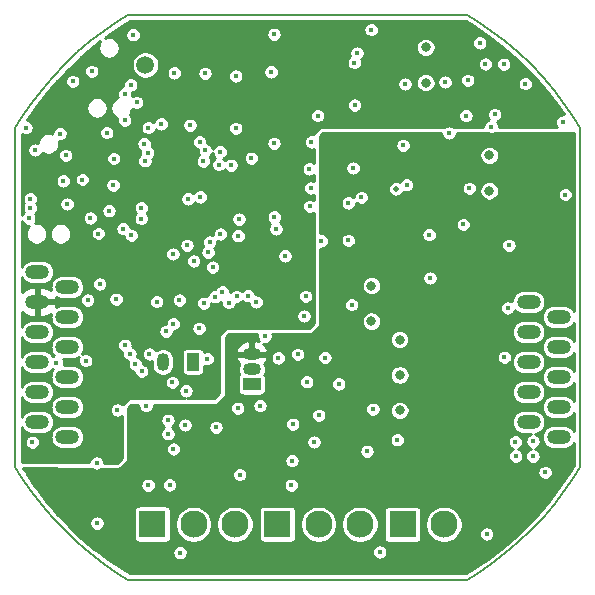
<source format=gbr>
G04 #@! TF.GenerationSoftware,KiCad,Pcbnew,5.1.12*
G04 #@! TF.CreationDate,2022-08-14T20:08:33+02:00*
G04 #@! TF.ProjectId,hec-base,6865632d-6261-4736-952e-6b696361645f,0001*
G04 #@! TF.SameCoordinates,PX4cec620PY8f8c0c0*
G04 #@! TF.FileFunction,Copper,L3,Inr*
G04 #@! TF.FilePolarity,Positive*
%FSLAX46Y46*%
G04 Gerber Fmt 4.6, Leading zero omitted, Abs format (unit mm)*
G04 Created by KiCad (PCBNEW 5.1.12) date 2022-08-14 20:08:33*
%MOMM*%
%LPD*%
G01*
G04 APERTURE LIST*
G04 #@! TA.AperFunction,Profile*
%ADD10C,0.200000*%
G04 #@! TD*
G04 #@! TA.AperFunction,WasherPad*
%ADD11C,1.500000*%
G04 #@! TD*
G04 #@! TA.AperFunction,ComponentPad*
%ADD12C,0.800000*%
G04 #@! TD*
G04 #@! TA.AperFunction,ComponentPad*
%ADD13O,2.000000X1.200000*%
G04 #@! TD*
G04 #@! TA.AperFunction,ComponentPad*
%ADD14R,1.500000X1.050000*%
G04 #@! TD*
G04 #@! TA.AperFunction,ComponentPad*
%ADD15O,1.500000X1.050000*%
G04 #@! TD*
G04 #@! TA.AperFunction,ComponentPad*
%ADD16R,1.050000X1.500000*%
G04 #@! TD*
G04 #@! TA.AperFunction,ComponentPad*
%ADD17O,1.050000X1.500000*%
G04 #@! TD*
G04 #@! TA.AperFunction,ComponentPad*
%ADD18C,2.300000*%
G04 #@! TD*
G04 #@! TA.AperFunction,ComponentPad*
%ADD19R,2.300000X2.300000*%
G04 #@! TD*
G04 #@! TA.AperFunction,ViaPad*
%ADD20C,0.450000*%
G04 #@! TD*
G04 #@! TA.AperFunction,ViaPad*
%ADD21C,0.500000*%
G04 #@! TD*
G04 #@! TA.AperFunction,Conductor*
%ADD22C,0.254000*%
G04 #@! TD*
G04 #@! TA.AperFunction,Conductor*
%ADD23C,0.100000*%
G04 #@! TD*
G04 APERTURE END LIST*
D10*
X47811560Y9541500D02*
X47811560Y38296900D01*
X47310460Y39114620D02*
X46483160Y40318400D01*
X9533860Y19200D02*
X38289260Y19200D01*
X512665Y8723800D02*
X1340000Y7520000D01*
X40310760Y46490760D02*
X39106960Y47318095D01*
X47310460Y8723800D02*
X47811560Y9541500D01*
X47811560Y38296900D02*
X47310460Y39114620D01*
X2229200Y41477230D02*
X1340000Y40318400D01*
X512665Y39114620D02*
X11566Y38296900D01*
X3177830Y42587930D02*
X2229200Y41477230D01*
X8716140Y520300D02*
X9533860Y19200D01*
X7512360Y46490760D02*
X6353530Y45601560D01*
X42580260Y44652930D02*
X41469560Y45601560D01*
X5242830Y3185500D02*
X6353530Y2236800D01*
X46483160Y40318400D02*
X45593960Y41477230D01*
X2229200Y6361200D02*
X3177830Y5250500D01*
X40310760Y1347600D02*
X41469560Y2236800D01*
X6353530Y45601560D02*
X5242830Y44652930D01*
X41469560Y45601560D02*
X40310760Y46490760D01*
X38289260Y19200D02*
X39106960Y520300D01*
X7512360Y1347600D02*
X8716140Y520300D01*
X45593960Y41477230D02*
X44645260Y42587930D01*
X46483160Y7520000D02*
X47310460Y8723800D01*
X3177830Y5250500D02*
X4183290Y4190900D01*
X1340000Y40318400D02*
X512665Y39114620D01*
X4183290Y43647470D02*
X3177830Y42587930D01*
X44645260Y42587930D02*
X43639860Y43647470D01*
X39106960Y520300D02*
X40310760Y1347600D01*
X44645260Y5250500D02*
X45593960Y6361200D01*
X41469560Y2236800D02*
X42580260Y3185500D01*
X4183290Y4190900D02*
X5242830Y3185500D01*
X8716140Y47318095D02*
X7512360Y46490760D01*
X43639860Y4190900D02*
X44645260Y5250500D01*
X42580260Y3185500D02*
X43639860Y4190900D01*
X11566Y9541500D02*
X512665Y8723800D01*
X43639860Y43647470D02*
X42580260Y44652930D01*
X45593960Y6361200D02*
X46483160Y7520000D01*
X5242830Y44652930D02*
X4183290Y43647470D01*
X39106960Y47318095D02*
X38289260Y47819194D01*
X6353530Y2236800D02*
X7512360Y1347600D01*
X38289260Y47819194D02*
X9533860Y47819194D01*
X11566Y38296900D02*
X11566Y9541500D01*
X9533860Y47819194D02*
X8716140Y47318095D01*
X1340000Y7520000D02*
X2229200Y6361200D01*
D11*
G04 #@! TO.N,*
G04 #@! TO.C,J103*
X11023600Y43599100D03*
G04 #@! TD*
D12*
G04 #@! TO.N,GNDD*
G04 #@! TO.C,FL203*
X34762440Y45091480D03*
X34762440Y42091480D03*
G04 #@! TD*
G04 #@! TO.N,GNDD*
G04 #@! TO.C,FL502*
X32562800Y14349600D03*
X32562800Y17349600D03*
G04 #@! TD*
G04 #@! TO.N,GNDD*
G04 #@! TO.C,FL202*
X40132000Y35942400D03*
X40132000Y32942400D03*
G04 #@! TD*
G04 #@! TO.N,GNDD*
G04 #@! TO.C,FL201*
X30149800Y24906100D03*
X30149800Y21906100D03*
G04 #@! TD*
G04 #@! TO.N,GNDD*
G04 #@! TO.C,FL501*
X32550100Y20346800D03*
X32550100Y17346800D03*
G04 #@! TD*
D13*
G04 #@! TO.N,/1WirePower*
G04 #@! TO.C,J102*
X43460000Y23530000D03*
G04 #@! TO.N,/1WireIO*
X46000000Y22260000D03*
G04 #@! TO.N,GNDD*
X43460000Y20990000D03*
G04 #@! TO.N,N/C*
X46000000Y19720000D03*
X43460000Y18450000D03*
X46000000Y17180000D03*
X43460000Y15910000D03*
G04 #@! TO.N,GNDD*
X46000000Y14640000D03*
G04 #@! TO.N,+24V*
X43460000Y13370000D03*
G04 #@! TO.N,GNDD*
X46000000Y12100000D03*
G04 #@! TD*
D14*
G04 #@! TO.N,GNDD*
G04 #@! TO.C,IC502*
X20027900Y16560800D03*
D15*
G04 #@! TO.N,+5V*
X20027900Y19100800D03*
G04 #@! TO.N,/One-Wire-Devices/1Wire_5V*
X20027900Y17830800D03*
G04 #@! TD*
D16*
G04 #@! TO.N,/One-Wire-Devices/1Wire_3V3*
G04 #@! TO.C,IC503*
X15036800Y18453100D03*
D17*
G04 #@! TO.N,GNDD*
X12496800Y18453100D03*
G04 #@! TD*
D13*
G04 #@! TO.N,/Microcontroller/PB12_SPI_~CS~_FT*
G04 #@! TO.C,J101*
X4400000Y12100000D03*
G04 #@! TO.N,/Microcontroller/PB13_SPI_CLK_FT*
X1860000Y13370000D03*
G04 #@! TO.N,/Microcontroller/PB14_SPI_MISO_FT*
X4400000Y14640000D03*
G04 #@! TO.N,/Microcontroller/PB15_SPI_MOSI_FT*
X1860000Y15910000D03*
G04 #@! TO.N,/Microcontroller/PA8_GPIO_MCO_FT*
X4400000Y17180000D03*
G04 #@! TO.N,/Microcontroller/PB5_GPIO_FT*
X1860000Y18450000D03*
G04 #@! TO.N,/SCL*
X4400000Y19720000D03*
G04 #@! TO.N,/SDA*
X1860000Y20990000D03*
G04 #@! TO.N,GNDD*
X4400000Y22260000D03*
G04 #@! TO.N,+3V3*
X1860000Y23530000D03*
G04 #@! TO.N,+5V*
X4400000Y24800000D03*
G04 #@! TO.N,GNDD*
X1860000Y26070000D03*
G04 #@! TD*
D18*
G04 #@! TO.N,Net-(E302-Pad1)*
G04 #@! TO.C,J301*
X29184452Y4714558D03*
G04 #@! TO.N,Net-(E301-Pad1)*
X25684452Y4714558D03*
D19*
G04 #@! TO.N,Net-(E301-Pad2)*
X22184452Y4714558D03*
G04 #@! TD*
D18*
G04 #@! TO.N,Net-(E302-Pad1)*
G04 #@! TO.C,J303*
X18600000Y4718000D03*
G04 #@! TO.N,Net-(E301-Pad1)*
X15100000Y4718000D03*
D19*
G04 #@! TO.N,Net-(E301-Pad2)*
X11600000Y4718000D03*
G04 #@! TD*
D18*
G04 #@! TO.N,Net-(C302-Pad1)*
G04 #@! TO.C,J304*
X36300000Y4700000D03*
D19*
G04 #@! TO.N,Net-(E305-Pad1)*
X32800000Y4700000D03*
G04 #@! TD*
D20*
G04 #@! TO.N,Net-(C201-Pad2)*
X28199080Y31917640D03*
D21*
G04 #@! TO.N,Net-(C201-Pad1)*
X32222440Y33116520D03*
D20*
X29311600Y32379920D03*
G04 #@! TO.N,Net-(C203-Pad1)*
X38455600Y33147000D03*
G04 #@! TO.N,+3V3*
X31866840Y45628560D03*
X12816840Y25369520D03*
X8128000Y27051000D03*
X9271000Y44450000D03*
X12271629Y32914090D03*
X12776200Y42468800D03*
X19707959Y33859768D03*
X3898900Y41973500D03*
X20980400Y33235900D03*
X26797000Y42773600D03*
X21666045Y28644223D03*
X23609300Y36969700D03*
X15752440Y17081289D03*
G04 #@! TO.N,Net-(C208-Pad2)*
X38315900Y42291000D03*
X39814500Y43675300D03*
G04 #@! TO.N,Net-(C211-Pad1)*
X41351200Y43649900D03*
G04 #@! TO.N,/Stromversorgung/Vcc24VSNS_1.25Vref*
X24582120Y24003000D03*
X18741449Y23994051D03*
X25603200Y39306500D03*
G04 #@! TO.N,/Stromversorgung/Vcc5VSNS_1.20Vref*
X17544490Y24402498D03*
G04 #@! TO.N,/Stromversorgung/Vcc3V3SNS_1.20Vref*
X18059400Y23469604D03*
X25082500Y37084000D03*
G04 #@! TO.N,Net-(C302-Pad2)*
X42367198Y10464800D03*
X43827700Y10464800D03*
G04 #@! TO.N,+24V*
X32346900Y11861800D03*
G04 #@! TO.N,Net-(C402-Pad1)*
X22834600Y27432002D03*
G04 #@! TO.N,Net-(C403-Pad1)*
X21932900Y30734000D03*
G04 #@! TO.N,/One-Wire-Devices/1Wire_5V*
X27391360Y16596360D03*
X25700396Y13926904D03*
X14465300Y16014700D03*
G04 #@! TO.N,Net-(D301-Pad2)*
X13400332Y11072622D03*
G04 #@! TO.N,Net-(D302-Pad1)*
X23439120Y10099040D03*
G04 #@! TO.N,Net-(D302-Pad2)*
X23500080Y13172440D03*
G04 #@! TO.N,Net-(D303-Pad1)*
X42351960Y11699240D03*
X43840400Y11722100D03*
G04 #@! TO.N,Net-(D304-Pad1)*
X11252200Y8006080D03*
G04 #@! TO.N,Net-(D401-Pad2)*
X25019000Y33185100D03*
G04 #@! TO.N,Net-(D402-Pad2)*
X24892000Y34798000D03*
G04 #@! TO.N,Net-(IC201-Pad3)*
X28194000Y28737560D03*
G04 #@! TO.N,Net-(IC202-Pad3)*
X40294829Y38383100D03*
G04 #@! TO.N,/Microcontroller/~RESET~*
X4267200Y35941000D03*
X18948400Y30543500D03*
X11203963Y36173910D03*
G04 #@! TO.N,Net-(IC203-Pad1)*
X28727400Y40195500D03*
G04 #@! TO.N,Net-(IC204-Pad6)*
X28702000Y43789600D03*
X30137100Y46583600D03*
G04 #@! TO.N,Net-(IC205-Pad4)*
X15608300Y37084000D03*
G04 #@! TO.N,/Microcontroller/PA0_GPIO_U2CTS_AIN0*
X17348200Y36258500D03*
X17375831Y29288046D03*
G04 #@! TO.N,/Microcontroller/PA1_GPIO_U2RTS_AIN1*
X16103600Y36360100D03*
X16450810Y28598610D03*
G04 #@! TO.N,/Microcontroller/PA2_GPIO_U2TX_AIN2*
X14795500Y38493700D03*
X15108690Y26997665D03*
G04 #@! TO.N,/Microcontroller/PA3_GPIO_U2RX_AIN3*
X12357100Y38608000D03*
X19697700Y24053800D03*
G04 #@! TO.N,/Microcontroller/PB0_GPIO_AIN8*
X19994110Y35699700D03*
X16709227Y26472451D03*
G04 #@! TO.N,/Microcontroller/PB12_SPI_~CS~_FT*
X10693400Y17653000D03*
G04 #@! TO.N,/Microcontroller/PB13_SPI_CLK_FT*
X10168390Y18259460D03*
G04 #@! TO.N,/Microcontroller/PB14_SPI_MISO_FT*
X9702800Y19151600D03*
G04 #@! TO.N,/Microcontroller/PB15_SPI_MOSI_FT*
X9283700Y19862802D03*
G04 #@! TO.N,/Microcontroller/PA8_GPIO_MCO_FT*
X7150100Y25057100D03*
X6134100Y23685020D03*
G04 #@! TO.N,Net-(IC205-Pad30)*
X9779000Y41910000D03*
X9842500Y29159200D03*
G04 #@! TO.N,Net-(IC205-Pad31)*
X9118600Y29743400D03*
X9258300Y38900100D03*
G04 #@! TO.N,Net-(IC205-Pad32)*
X6477000Y43053000D03*
X6362700Y30632400D03*
G04 #@! TO.N,Net-(IC205-Pad33)*
X10278610Y40421349D03*
X10672789Y30591084D03*
X9271000Y41160700D03*
G04 #@! TO.N,/Microcontroller/SWDIO_TMS*
X3797300Y37782500D03*
X10913433Y36930638D03*
X10680698Y31508700D03*
G04 #@! TO.N,/Microcontroller/SWDCLK_TCK*
X1270000Y31496000D03*
G04 #@! TO.N,/Microcontroller/TDI*
X5689600Y33896300D03*
G04 #@! TO.N,/Microcontroller/TDO*
X4394200Y31826200D03*
G04 #@! TO.N,/Microcontroller/PB5_GPIO_FT*
X10972800Y35483800D03*
G04 #@! TO.N,/SCL*
X15925800Y35433000D03*
X12763500Y21031200D03*
X5969000Y18567400D03*
X15951200Y23418800D03*
X21141683Y20627805D03*
G04 #@! TO.N,/SDA*
X17219121Y35160592D03*
X13381490Y21698505D03*
X16918553Y23974342D03*
X24447500Y22339300D03*
G04 #@! TO.N,Net-(IC205-Pad44)*
X15673879Y32432149D03*
G04 #@! TO.N,Net-(IC501-Pad6)*
X26217880Y18826480D03*
G04 #@! TO.N,Net-(IC501-Pad7)*
X23901400Y19090640D03*
G04 #@! TO.N,Net-(IC501-Pad8)*
X22270720Y18796000D03*
G04 #@! TO.N,Net-(J402-Pad1)*
X1689100Y36398200D03*
G04 #@! TO.N,Net-(J402-Pad5)*
X1142996Y30607000D03*
G04 #@! TO.N,Net-(J402-Pad9)*
X4064000Y33782000D03*
G04 #@! TO.N,+5V*
X17653000Y10622280D03*
X11277600Y11333480D03*
X22199600Y16413480D03*
X30540960Y18669000D03*
X30734000Y36195000D03*
X45593000Y33782000D03*
X45212000Y32766000D03*
X42164000Y32893000D03*
X12954000Y14605000D03*
X28930600Y44602400D03*
G04 #@! TO.N,GNDD*
X35041840Y29230320D03*
X37930590Y30088840D03*
X38153340Y39311580D03*
X16997680Y12913360D03*
X13065760Y8046720D03*
X14381480Y13116560D03*
X12938760Y12369800D03*
X12938760Y13512800D03*
X41686480Y23017480D03*
X41422320Y18846800D03*
X24683720Y16774160D03*
X30275174Y14446550D03*
X25303480Y11668760D03*
X13345160Y27594560D03*
X25908000Y28702000D03*
X13462000Y42926000D03*
X18669000Y38227000D03*
X1270000Y32258000D03*
X24919505Y31622516D03*
X14623868Y32255982D03*
X18269132Y35107880D03*
X28609590Y34877298D03*
X7747000Y37871400D03*
X11264900Y38290500D03*
X7048500Y29324300D03*
X11976100Y23558500D03*
X8547100Y23761700D03*
X8648700Y14389100D03*
X6896100Y9893300D03*
X6921500Y4800600D03*
X18999200Y8915400D03*
X23368000Y8013700D03*
X20726400Y14757400D03*
X39916100Y3886200D03*
X44869100Y9093200D03*
X30861000Y2362200D03*
X13957300Y2298700D03*
X35115500Y25565100D03*
X41795700Y28321000D03*
X46570900Y32626300D03*
X28473400Y23304500D03*
X36728400Y37833300D03*
X33007300Y41986200D03*
X33134300Y33451800D03*
X39331900Y45466000D03*
X21907500Y46189900D03*
X21666200Y43014900D03*
X16065500Y42875200D03*
X18669000Y42659300D03*
X9982200Y46151800D03*
X16332200Y27724100D03*
X14541500Y28321000D03*
X22085300Y29718000D03*
X8293100Y33413700D03*
X8331200Y35674300D03*
X7937500Y31254700D03*
X901700Y38290500D03*
X3467100Y18402300D03*
X1460500Y11645900D03*
X4867039Y42199161D03*
X46367700Y38773100D03*
X43180000Y42011600D03*
X36398200Y42151300D03*
X40589200Y39408100D03*
X32842200Y36779200D03*
X18872200Y29133800D03*
X15570200Y21285200D03*
X20398279Y23533100D03*
X21907500Y36957000D03*
X29781500Y10883900D03*
X13309600Y16713200D03*
G04 #@! TO.N,/Microcontroller/HEC-Bitstream-in-FT*
X13906500Y23685500D03*
X16256000Y18732500D03*
X18834100Y14528800D03*
G04 #@! TO.N,/Microcontroller/HEC-Bitstream-out-FT*
X11079480Y14755602D03*
X11366500Y19126200D03*
G04 #@! TD*
D22*
G04 #@! TO.N,+5V*
X36076400Y37769084D02*
X36101456Y37643119D01*
X36150605Y37524462D01*
X36221958Y37417674D01*
X36312774Y37326858D01*
X36419562Y37255505D01*
X36538219Y37206356D01*
X36664184Y37181300D01*
X36792616Y37181300D01*
X36918581Y37206356D01*
X37037238Y37255505D01*
X37144026Y37326858D01*
X37234842Y37417674D01*
X37306195Y37524462D01*
X37355344Y37643119D01*
X37380400Y37769084D01*
X37380400Y37800000D01*
X39998798Y37800000D01*
X40104648Y37756156D01*
X40230613Y37731100D01*
X40359045Y37731100D01*
X40485010Y37756156D01*
X40590860Y37800000D01*
X47284561Y37800000D01*
X47284560Y22783735D01*
X47258051Y22833331D01*
X47129712Y22989712D01*
X46973331Y23118051D01*
X46794917Y23213415D01*
X46601327Y23272140D01*
X46450451Y23287000D01*
X45549549Y23287000D01*
X45398673Y23272140D01*
X45205083Y23213415D01*
X45026669Y23118051D01*
X44870288Y22989712D01*
X44741949Y22833331D01*
X44646585Y22654917D01*
X44587860Y22461327D01*
X44568031Y22260000D01*
X44587860Y22058673D01*
X44646585Y21865083D01*
X44741949Y21686669D01*
X44870288Y21530288D01*
X45026669Y21401949D01*
X45205083Y21306585D01*
X45398673Y21247860D01*
X45549549Y21233000D01*
X46450451Y21233000D01*
X46601327Y21247860D01*
X46794917Y21306585D01*
X46973331Y21401949D01*
X47129712Y21530288D01*
X47258051Y21686669D01*
X47284560Y21736265D01*
X47284560Y20243735D01*
X47258051Y20293331D01*
X47129712Y20449712D01*
X46973331Y20578051D01*
X46794917Y20673415D01*
X46601327Y20732140D01*
X46450451Y20747000D01*
X45549549Y20747000D01*
X45398673Y20732140D01*
X45205083Y20673415D01*
X45026669Y20578051D01*
X44870288Y20449712D01*
X44741949Y20293331D01*
X44646585Y20114917D01*
X44587860Y19921327D01*
X44568031Y19720000D01*
X44587860Y19518673D01*
X44646585Y19325083D01*
X44741949Y19146669D01*
X44870288Y18990288D01*
X45026669Y18861949D01*
X45205083Y18766585D01*
X45398673Y18707860D01*
X45549549Y18693000D01*
X46450451Y18693000D01*
X46601327Y18707860D01*
X46794917Y18766585D01*
X46973331Y18861949D01*
X47129712Y18990288D01*
X47258051Y19146669D01*
X47284560Y19196265D01*
X47284560Y17703735D01*
X47258051Y17753331D01*
X47129712Y17909712D01*
X46973331Y18038051D01*
X46794917Y18133415D01*
X46601327Y18192140D01*
X46450451Y18207000D01*
X45549549Y18207000D01*
X45398673Y18192140D01*
X45205083Y18133415D01*
X45026669Y18038051D01*
X44870288Y17909712D01*
X44741949Y17753331D01*
X44646585Y17574917D01*
X44587860Y17381327D01*
X44568031Y17180000D01*
X44587860Y16978673D01*
X44646585Y16785083D01*
X44741949Y16606669D01*
X44870288Y16450288D01*
X45026669Y16321949D01*
X45205083Y16226585D01*
X45398673Y16167860D01*
X45549549Y16153000D01*
X46450451Y16153000D01*
X46601327Y16167860D01*
X46794917Y16226585D01*
X46973331Y16321949D01*
X47129712Y16450288D01*
X47258051Y16606669D01*
X47284560Y16656264D01*
X47284560Y15163736D01*
X47258051Y15213331D01*
X47129712Y15369712D01*
X46973331Y15498051D01*
X46794917Y15593415D01*
X46601327Y15652140D01*
X46450451Y15667000D01*
X45549549Y15667000D01*
X45398673Y15652140D01*
X45205083Y15593415D01*
X45026669Y15498051D01*
X44870288Y15369712D01*
X44741949Y15213331D01*
X44646585Y15034917D01*
X44587860Y14841327D01*
X44568031Y14640000D01*
X44587860Y14438673D01*
X44646585Y14245083D01*
X44741949Y14066669D01*
X44870288Y13910288D01*
X45026669Y13781949D01*
X45205083Y13686585D01*
X45398673Y13627860D01*
X45549549Y13613000D01*
X46450451Y13613000D01*
X46601327Y13627860D01*
X46794917Y13686585D01*
X46973331Y13781949D01*
X47129712Y13910288D01*
X47258051Y14066669D01*
X47284560Y14116264D01*
X47284560Y12623736D01*
X47258051Y12673331D01*
X47129712Y12829712D01*
X46973331Y12958051D01*
X46794917Y13053415D01*
X46601327Y13112140D01*
X46450451Y13127000D01*
X45549549Y13127000D01*
X45398673Y13112140D01*
X45205083Y13053415D01*
X45026669Y12958051D01*
X44870288Y12829712D01*
X44741949Y12673331D01*
X44646585Y12494917D01*
X44587860Y12301327D01*
X44568031Y12100000D01*
X44587860Y11898673D01*
X44646585Y11705083D01*
X44741949Y11526669D01*
X44870288Y11370288D01*
X45026669Y11241949D01*
X45205083Y11146585D01*
X45398673Y11087860D01*
X45549549Y11073000D01*
X46450451Y11073000D01*
X46601327Y11087860D01*
X46794917Y11146585D01*
X46973331Y11241949D01*
X47129712Y11370288D01*
X47258051Y11526669D01*
X47284560Y11576264D01*
X47284560Y9690133D01*
X46868336Y9010934D01*
X46056668Y7829877D01*
X45184280Y6692987D01*
X44253490Y5603253D01*
X43267095Y4563683D01*
X42227514Y3577276D01*
X41137804Y2646503D01*
X40000912Y1774113D01*
X38819847Y962437D01*
X38140628Y546200D01*
X9682490Y546200D01*
X9003269Y962427D01*
X7822238Y1774091D01*
X7054865Y2362916D01*
X13305300Y2362916D01*
X13305300Y2234484D01*
X13330356Y2108519D01*
X13379505Y1989862D01*
X13450858Y1883074D01*
X13541674Y1792258D01*
X13648462Y1720905D01*
X13767119Y1671756D01*
X13893084Y1646700D01*
X14021516Y1646700D01*
X14147481Y1671756D01*
X14266138Y1720905D01*
X14372926Y1792258D01*
X14463742Y1883074D01*
X14535095Y1989862D01*
X14584244Y2108519D01*
X14609300Y2234484D01*
X14609300Y2362916D01*
X14596670Y2426416D01*
X30209000Y2426416D01*
X30209000Y2297984D01*
X30234056Y2172019D01*
X30283205Y2053362D01*
X30354558Y1946574D01*
X30445374Y1855758D01*
X30552162Y1784405D01*
X30670819Y1735256D01*
X30796784Y1710200D01*
X30925216Y1710200D01*
X31051181Y1735256D01*
X31169838Y1784405D01*
X31276626Y1855758D01*
X31367442Y1946574D01*
X31438795Y2053362D01*
X31487944Y2172019D01*
X31513000Y2297984D01*
X31513000Y2426416D01*
X31487944Y2552381D01*
X31438795Y2671038D01*
X31367442Y2777826D01*
X31276626Y2868642D01*
X31169838Y2939995D01*
X31051181Y2989144D01*
X30925216Y3014200D01*
X30796784Y3014200D01*
X30670819Y2989144D01*
X30552162Y2939995D01*
X30445374Y2868642D01*
X30354558Y2777826D01*
X30283205Y2671038D01*
X30234056Y2552381D01*
X30209000Y2426416D01*
X14596670Y2426416D01*
X14584244Y2488881D01*
X14535095Y2607538D01*
X14463742Y2714326D01*
X14372926Y2805142D01*
X14266138Y2876495D01*
X14147481Y2925644D01*
X14021516Y2950700D01*
X13893084Y2950700D01*
X13767119Y2925644D01*
X13648462Y2876495D01*
X13541674Y2805142D01*
X13450858Y2714326D01*
X13379505Y2607538D01*
X13330356Y2488881D01*
X13305300Y2362916D01*
X7054865Y2362916D01*
X6685319Y2646478D01*
X5595593Y3577261D01*
X4556071Y4563665D01*
X4270307Y4864816D01*
X6269500Y4864816D01*
X6269500Y4736384D01*
X6294556Y4610419D01*
X6343705Y4491762D01*
X6415058Y4384974D01*
X6505874Y4294158D01*
X6612662Y4222805D01*
X6731319Y4173656D01*
X6857284Y4148600D01*
X6985716Y4148600D01*
X7111681Y4173656D01*
X7230338Y4222805D01*
X7337126Y4294158D01*
X7427942Y4384974D01*
X7499295Y4491762D01*
X7548444Y4610419D01*
X7573500Y4736384D01*
X7573500Y4864816D01*
X7548444Y4990781D01*
X7499295Y5109438D01*
X7427942Y5216226D01*
X7337126Y5307042D01*
X7230338Y5378395D01*
X7111681Y5427544D01*
X6985716Y5452600D01*
X6857284Y5452600D01*
X6731319Y5427544D01*
X6612662Y5378395D01*
X6505874Y5307042D01*
X6415058Y5216226D01*
X6343705Y5109438D01*
X6294556Y4990781D01*
X6269500Y4864816D01*
X4270307Y4864816D01*
X3569617Y5603234D01*
X3343486Y5868000D01*
X10020934Y5868000D01*
X10020934Y3568000D01*
X10029178Y3484293D01*
X10053595Y3403804D01*
X10093245Y3329624D01*
X10146605Y3264605D01*
X10211624Y3211245D01*
X10285804Y3171595D01*
X10366293Y3147178D01*
X10450000Y3138934D01*
X12750000Y3138934D01*
X12833707Y3147178D01*
X12914196Y3171595D01*
X12988376Y3211245D01*
X13053395Y3264605D01*
X13106755Y3329624D01*
X13146405Y3403804D01*
X13170822Y3484293D01*
X13179066Y3568000D01*
X13179066Y4873321D01*
X13523000Y4873321D01*
X13523000Y4562679D01*
X13583604Y4258006D01*
X13702481Y3971011D01*
X13875064Y3712721D01*
X14094721Y3493064D01*
X14353011Y3320481D01*
X14640006Y3201604D01*
X14944679Y3141000D01*
X15255321Y3141000D01*
X15559994Y3201604D01*
X15846989Y3320481D01*
X16105279Y3493064D01*
X16324936Y3712721D01*
X16497519Y3971011D01*
X16616396Y4258006D01*
X16677000Y4562679D01*
X16677000Y4873321D01*
X17023000Y4873321D01*
X17023000Y4562679D01*
X17083604Y4258006D01*
X17202481Y3971011D01*
X17375064Y3712721D01*
X17594721Y3493064D01*
X17853011Y3320481D01*
X18140006Y3201604D01*
X18444679Y3141000D01*
X18755321Y3141000D01*
X19059994Y3201604D01*
X19346989Y3320481D01*
X19605279Y3493064D01*
X19824936Y3712721D01*
X19997519Y3971011D01*
X20116396Y4258006D01*
X20177000Y4562679D01*
X20177000Y4873321D01*
X20116396Y5177994D01*
X19997519Y5464989D01*
X19824936Y5723279D01*
X19683657Y5864558D01*
X20605386Y5864558D01*
X20605386Y3564558D01*
X20613630Y3480851D01*
X20638047Y3400362D01*
X20677697Y3326182D01*
X20731057Y3261163D01*
X20796076Y3207803D01*
X20870256Y3168153D01*
X20950745Y3143736D01*
X21034452Y3135492D01*
X23334452Y3135492D01*
X23418159Y3143736D01*
X23498648Y3168153D01*
X23572828Y3207803D01*
X23637847Y3261163D01*
X23691207Y3326182D01*
X23730857Y3400362D01*
X23755274Y3480851D01*
X23763518Y3564558D01*
X23763518Y4869879D01*
X24107452Y4869879D01*
X24107452Y4559237D01*
X24168056Y4254564D01*
X24286933Y3967569D01*
X24459516Y3709279D01*
X24679173Y3489622D01*
X24937463Y3317039D01*
X25224458Y3198162D01*
X25529131Y3137558D01*
X25839773Y3137558D01*
X26144446Y3198162D01*
X26431441Y3317039D01*
X26689731Y3489622D01*
X26909388Y3709279D01*
X27081971Y3967569D01*
X27200848Y4254564D01*
X27261452Y4559237D01*
X27261452Y4869879D01*
X27607452Y4869879D01*
X27607452Y4559237D01*
X27668056Y4254564D01*
X27786933Y3967569D01*
X27959516Y3709279D01*
X28179173Y3489622D01*
X28437463Y3317039D01*
X28724458Y3198162D01*
X29029131Y3137558D01*
X29339773Y3137558D01*
X29644446Y3198162D01*
X29931441Y3317039D01*
X30189731Y3489622D01*
X30409388Y3709279D01*
X30581971Y3967569D01*
X30700848Y4254564D01*
X30761452Y4559237D01*
X30761452Y4869879D01*
X30700848Y5174552D01*
X30581971Y5461547D01*
X30409388Y5719837D01*
X30279225Y5850000D01*
X31220934Y5850000D01*
X31220934Y3550000D01*
X31229178Y3466293D01*
X31253595Y3385804D01*
X31293245Y3311624D01*
X31346605Y3246605D01*
X31411624Y3193245D01*
X31485804Y3153595D01*
X31566293Y3129178D01*
X31650000Y3120934D01*
X33950000Y3120934D01*
X34033707Y3129178D01*
X34114196Y3153595D01*
X34188376Y3193245D01*
X34253395Y3246605D01*
X34306755Y3311624D01*
X34346405Y3385804D01*
X34370822Y3466293D01*
X34379066Y3550000D01*
X34379066Y4855321D01*
X34723000Y4855321D01*
X34723000Y4544679D01*
X34783604Y4240006D01*
X34902481Y3953011D01*
X35075064Y3694721D01*
X35294721Y3475064D01*
X35553011Y3302481D01*
X35840006Y3183604D01*
X36144679Y3123000D01*
X36455321Y3123000D01*
X36759994Y3183604D01*
X37046989Y3302481D01*
X37305279Y3475064D01*
X37524936Y3694721D01*
X37695785Y3950416D01*
X39264100Y3950416D01*
X39264100Y3821984D01*
X39289156Y3696019D01*
X39338305Y3577362D01*
X39409658Y3470574D01*
X39500474Y3379758D01*
X39607262Y3308405D01*
X39725919Y3259256D01*
X39851884Y3234200D01*
X39980316Y3234200D01*
X40106281Y3259256D01*
X40224938Y3308405D01*
X40331726Y3379758D01*
X40422542Y3470574D01*
X40493895Y3577362D01*
X40543044Y3696019D01*
X40568100Y3821984D01*
X40568100Y3950416D01*
X40543044Y4076381D01*
X40493895Y4195038D01*
X40422542Y4301826D01*
X40331726Y4392642D01*
X40224938Y4463995D01*
X40106281Y4513144D01*
X39980316Y4538200D01*
X39851884Y4538200D01*
X39725919Y4513144D01*
X39607262Y4463995D01*
X39500474Y4392642D01*
X39409658Y4301826D01*
X39338305Y4195038D01*
X39289156Y4076381D01*
X39264100Y3950416D01*
X37695785Y3950416D01*
X37697519Y3953011D01*
X37816396Y4240006D01*
X37877000Y4544679D01*
X37877000Y4855321D01*
X37816396Y5159994D01*
X37697519Y5446989D01*
X37524936Y5705279D01*
X37305279Y5924936D01*
X37046989Y6097519D01*
X36759994Y6216396D01*
X36455321Y6277000D01*
X36144679Y6277000D01*
X35840006Y6216396D01*
X35553011Y6097519D01*
X35294721Y5924936D01*
X35075064Y5705279D01*
X34902481Y5446989D01*
X34783604Y5159994D01*
X34723000Y4855321D01*
X34379066Y4855321D01*
X34379066Y5850000D01*
X34370822Y5933707D01*
X34346405Y6014196D01*
X34306755Y6088376D01*
X34253395Y6153395D01*
X34188376Y6206755D01*
X34114196Y6246405D01*
X34033707Y6270822D01*
X33950000Y6279066D01*
X31650000Y6279066D01*
X31566293Y6270822D01*
X31485804Y6246405D01*
X31411624Y6206755D01*
X31346605Y6153395D01*
X31293245Y6088376D01*
X31253595Y6014196D01*
X31229178Y5933707D01*
X31220934Y5850000D01*
X30279225Y5850000D01*
X30189731Y5939494D01*
X29931441Y6112077D01*
X29644446Y6230954D01*
X29339773Y6291558D01*
X29029131Y6291558D01*
X28724458Y6230954D01*
X28437463Y6112077D01*
X28179173Y5939494D01*
X27959516Y5719837D01*
X27786933Y5461547D01*
X27668056Y5174552D01*
X27607452Y4869879D01*
X27261452Y4869879D01*
X27200848Y5174552D01*
X27081971Y5461547D01*
X26909388Y5719837D01*
X26689731Y5939494D01*
X26431441Y6112077D01*
X26144446Y6230954D01*
X25839773Y6291558D01*
X25529131Y6291558D01*
X25224458Y6230954D01*
X24937463Y6112077D01*
X24679173Y5939494D01*
X24459516Y5719837D01*
X24286933Y5461547D01*
X24168056Y5174552D01*
X24107452Y4869879D01*
X23763518Y4869879D01*
X23763518Y5864558D01*
X23755274Y5948265D01*
X23730857Y6028754D01*
X23691207Y6102934D01*
X23637847Y6167953D01*
X23572828Y6221313D01*
X23498648Y6260963D01*
X23418159Y6285380D01*
X23334452Y6293624D01*
X21034452Y6293624D01*
X20950745Y6285380D01*
X20870256Y6260963D01*
X20796076Y6221313D01*
X20731057Y6167953D01*
X20677697Y6102934D01*
X20638047Y6028754D01*
X20613630Y5948265D01*
X20605386Y5864558D01*
X19683657Y5864558D01*
X19605279Y5942936D01*
X19346989Y6115519D01*
X19059994Y6234396D01*
X18755321Y6295000D01*
X18444679Y6295000D01*
X18140006Y6234396D01*
X17853011Y6115519D01*
X17594721Y5942936D01*
X17375064Y5723279D01*
X17202481Y5464989D01*
X17083604Y5177994D01*
X17023000Y4873321D01*
X16677000Y4873321D01*
X16616396Y5177994D01*
X16497519Y5464989D01*
X16324936Y5723279D01*
X16105279Y5942936D01*
X15846989Y6115519D01*
X15559994Y6234396D01*
X15255321Y6295000D01*
X14944679Y6295000D01*
X14640006Y6234396D01*
X14353011Y6115519D01*
X14094721Y5942936D01*
X13875064Y5723279D01*
X13702481Y5464989D01*
X13583604Y5177994D01*
X13523000Y4873321D01*
X13179066Y4873321D01*
X13179066Y5868000D01*
X13170822Y5951707D01*
X13146405Y6032196D01*
X13106755Y6106376D01*
X13053395Y6171395D01*
X12988376Y6224755D01*
X12914196Y6264405D01*
X12833707Y6288822D01*
X12750000Y6297066D01*
X10450000Y6297066D01*
X10366293Y6288822D01*
X10285804Y6264405D01*
X10211624Y6224755D01*
X10146605Y6171395D01*
X10093245Y6106376D01*
X10053595Y6032196D01*
X10029178Y5951707D01*
X10020934Y5868000D01*
X3343486Y5868000D01*
X2638903Y6692958D01*
X1766506Y7829858D01*
X1601261Y8070296D01*
X10600200Y8070296D01*
X10600200Y7941864D01*
X10625256Y7815899D01*
X10674405Y7697242D01*
X10745758Y7590454D01*
X10836574Y7499638D01*
X10943362Y7428285D01*
X11062019Y7379136D01*
X11187984Y7354080D01*
X11316416Y7354080D01*
X11442381Y7379136D01*
X11561038Y7428285D01*
X11667826Y7499638D01*
X11758642Y7590454D01*
X11829995Y7697242D01*
X11879144Y7815899D01*
X11904200Y7941864D01*
X11904200Y8070296D01*
X11896117Y8110936D01*
X12413760Y8110936D01*
X12413760Y7982504D01*
X12438816Y7856539D01*
X12487965Y7737882D01*
X12559318Y7631094D01*
X12650134Y7540278D01*
X12756922Y7468925D01*
X12875579Y7419776D01*
X13001544Y7394720D01*
X13129976Y7394720D01*
X13255941Y7419776D01*
X13374598Y7468925D01*
X13481386Y7540278D01*
X13572202Y7631094D01*
X13643555Y7737882D01*
X13692704Y7856539D01*
X13717760Y7982504D01*
X13717760Y8077916D01*
X22716000Y8077916D01*
X22716000Y7949484D01*
X22741056Y7823519D01*
X22790205Y7704862D01*
X22861558Y7598074D01*
X22952374Y7507258D01*
X23059162Y7435905D01*
X23177819Y7386756D01*
X23303784Y7361700D01*
X23432216Y7361700D01*
X23558181Y7386756D01*
X23676838Y7435905D01*
X23783626Y7507258D01*
X23874442Y7598074D01*
X23945795Y7704862D01*
X23994944Y7823519D01*
X24020000Y7949484D01*
X24020000Y8077916D01*
X23994944Y8203881D01*
X23945795Y8322538D01*
X23874442Y8429326D01*
X23783626Y8520142D01*
X23676838Y8591495D01*
X23558181Y8640644D01*
X23432216Y8665700D01*
X23303784Y8665700D01*
X23177819Y8640644D01*
X23059162Y8591495D01*
X22952374Y8520142D01*
X22861558Y8429326D01*
X22790205Y8322538D01*
X22741056Y8203881D01*
X22716000Y8077916D01*
X13717760Y8077916D01*
X13717760Y8110936D01*
X13692704Y8236901D01*
X13643555Y8355558D01*
X13572202Y8462346D01*
X13481386Y8553162D01*
X13374598Y8624515D01*
X13255941Y8673664D01*
X13129976Y8698720D01*
X13001544Y8698720D01*
X12875579Y8673664D01*
X12756922Y8624515D01*
X12650134Y8553162D01*
X12559318Y8462346D01*
X12487965Y8355558D01*
X12438816Y8236901D01*
X12413760Y8110936D01*
X11896117Y8110936D01*
X11879144Y8196261D01*
X11829995Y8314918D01*
X11758642Y8421706D01*
X11667826Y8512522D01*
X11561038Y8583875D01*
X11442381Y8633024D01*
X11316416Y8658080D01*
X11187984Y8658080D01*
X11062019Y8633024D01*
X10943362Y8583875D01*
X10836574Y8512522D01*
X10745758Y8421706D01*
X10674405Y8314918D01*
X10625256Y8196261D01*
X10600200Y8070296D01*
X1601261Y8070296D01*
X976312Y8979616D01*
X18347200Y8979616D01*
X18347200Y8851184D01*
X18372256Y8725219D01*
X18421405Y8606562D01*
X18492758Y8499774D01*
X18583574Y8408958D01*
X18690362Y8337605D01*
X18809019Y8288456D01*
X18934984Y8263400D01*
X19063416Y8263400D01*
X19189381Y8288456D01*
X19308038Y8337605D01*
X19414826Y8408958D01*
X19505642Y8499774D01*
X19576995Y8606562D01*
X19626144Y8725219D01*
X19651200Y8851184D01*
X19651200Y8979616D01*
X19626144Y9105581D01*
X19604674Y9157416D01*
X44217100Y9157416D01*
X44217100Y9028984D01*
X44242156Y8903019D01*
X44291305Y8784362D01*
X44362658Y8677574D01*
X44453474Y8586758D01*
X44560262Y8515405D01*
X44678919Y8466256D01*
X44804884Y8441200D01*
X44933316Y8441200D01*
X45059281Y8466256D01*
X45177938Y8515405D01*
X45284726Y8586758D01*
X45375542Y8677574D01*
X45446895Y8784362D01*
X45496044Y8903019D01*
X45521100Y9028984D01*
X45521100Y9157416D01*
X45496044Y9283381D01*
X45446895Y9402038D01*
X45375542Y9508826D01*
X45284726Y9599642D01*
X45177938Y9670995D01*
X45059281Y9720144D01*
X44933316Y9745200D01*
X44804884Y9745200D01*
X44678919Y9720144D01*
X44560262Y9670995D01*
X44453474Y9599642D01*
X44362658Y9508826D01*
X44291305Y9402038D01*
X44242156Y9283381D01*
X44217100Y9157416D01*
X19604674Y9157416D01*
X19576995Y9224238D01*
X19505642Y9331026D01*
X19414826Y9421842D01*
X19308038Y9493195D01*
X19189381Y9542344D01*
X19063416Y9567400D01*
X18934984Y9567400D01*
X18809019Y9542344D01*
X18690362Y9493195D01*
X18583574Y9421842D01*
X18492758Y9331026D01*
X18421405Y9224238D01*
X18372256Y9105581D01*
X18347200Y8979616D01*
X976312Y8979616D01*
X954801Y9010915D01*
X677532Y9463364D01*
X6480321Y9387011D01*
X6480474Y9386858D01*
X6587262Y9315505D01*
X6705919Y9266356D01*
X6831884Y9241300D01*
X6960316Y9241300D01*
X7086281Y9266356D01*
X7204938Y9315505D01*
X7295895Y9376280D01*
X8638425Y9358615D01*
X8724590Y9366244D01*
X8804850Y9390015D01*
X8878931Y9428988D01*
X8943985Y9481664D01*
X9443942Y9975086D01*
X9499038Y10041772D01*
X9538497Y10115594D01*
X9552954Y10163256D01*
X22787120Y10163256D01*
X22787120Y10034824D01*
X22812176Y9908859D01*
X22861325Y9790202D01*
X22932678Y9683414D01*
X23023494Y9592598D01*
X23130282Y9521245D01*
X23248939Y9472096D01*
X23374904Y9447040D01*
X23503336Y9447040D01*
X23629301Y9472096D01*
X23747958Y9521245D01*
X23854746Y9592598D01*
X23945562Y9683414D01*
X24016915Y9790202D01*
X24066064Y9908859D01*
X24091120Y10034824D01*
X24091120Y10163256D01*
X24066064Y10289221D01*
X24016915Y10407878D01*
X23945562Y10514666D01*
X23854746Y10605482D01*
X23747958Y10676835D01*
X23629301Y10725984D01*
X23503336Y10751040D01*
X23374904Y10751040D01*
X23248939Y10725984D01*
X23130282Y10676835D01*
X23023494Y10605482D01*
X22932678Y10514666D01*
X22861325Y10407878D01*
X22812176Y10289221D01*
X22787120Y10163256D01*
X9552954Y10163256D01*
X9562795Y10195696D01*
X9571000Y10279000D01*
X9571000Y11136838D01*
X12748332Y11136838D01*
X12748332Y11008406D01*
X12773388Y10882441D01*
X12822537Y10763784D01*
X12893890Y10656996D01*
X12984706Y10566180D01*
X13091494Y10494827D01*
X13210151Y10445678D01*
X13336116Y10420622D01*
X13464548Y10420622D01*
X13590513Y10445678D01*
X13709170Y10494827D01*
X13815958Y10566180D01*
X13906774Y10656996D01*
X13978127Y10763784D01*
X14027276Y10882441D01*
X14040339Y10948116D01*
X29129500Y10948116D01*
X29129500Y10819684D01*
X29154556Y10693719D01*
X29203705Y10575062D01*
X29275058Y10468274D01*
X29365874Y10377458D01*
X29472662Y10306105D01*
X29591319Y10256956D01*
X29717284Y10231900D01*
X29845716Y10231900D01*
X29971681Y10256956D01*
X30090338Y10306105D01*
X30197126Y10377458D01*
X30287942Y10468274D01*
X30359295Y10575062D01*
X30408444Y10693719D01*
X30433500Y10819684D01*
X30433500Y10948116D01*
X30408444Y11074081D01*
X30359295Y11192738D01*
X30287942Y11299526D01*
X30197126Y11390342D01*
X30090338Y11461695D01*
X29971681Y11510844D01*
X29845716Y11535900D01*
X29717284Y11535900D01*
X29591319Y11510844D01*
X29472662Y11461695D01*
X29365874Y11390342D01*
X29275058Y11299526D01*
X29203705Y11192738D01*
X29154556Y11074081D01*
X29129500Y10948116D01*
X14040339Y10948116D01*
X14052332Y11008406D01*
X14052332Y11136838D01*
X14027276Y11262803D01*
X13978127Y11381460D01*
X13906774Y11488248D01*
X13815958Y11579064D01*
X13709170Y11650417D01*
X13590513Y11699566D01*
X13464548Y11724622D01*
X13336116Y11724622D01*
X13210151Y11699566D01*
X13091494Y11650417D01*
X12984706Y11579064D01*
X12893890Y11488248D01*
X12822537Y11381460D01*
X12773388Y11262803D01*
X12748332Y11136838D01*
X9571000Y11136838D01*
X9571000Y13577016D01*
X12286760Y13577016D01*
X12286760Y13448584D01*
X12311816Y13322619D01*
X12360965Y13203962D01*
X12432318Y13097174D01*
X12523134Y13006358D01*
X12620501Y12941300D01*
X12523134Y12876242D01*
X12432318Y12785426D01*
X12360965Y12678638D01*
X12311816Y12559981D01*
X12286760Y12434016D01*
X12286760Y12305584D01*
X12311816Y12179619D01*
X12360965Y12060962D01*
X12432318Y11954174D01*
X12523134Y11863358D01*
X12629922Y11792005D01*
X12748579Y11742856D01*
X12874544Y11717800D01*
X13002976Y11717800D01*
X13079270Y11732976D01*
X24651480Y11732976D01*
X24651480Y11604544D01*
X24676536Y11478579D01*
X24725685Y11359922D01*
X24797038Y11253134D01*
X24887854Y11162318D01*
X24994642Y11090965D01*
X25113299Y11041816D01*
X25239264Y11016760D01*
X25367696Y11016760D01*
X25493661Y11041816D01*
X25612318Y11090965D01*
X25719106Y11162318D01*
X25809922Y11253134D01*
X25881275Y11359922D01*
X25930424Y11478579D01*
X25955480Y11604544D01*
X25955480Y11732976D01*
X25930424Y11858941D01*
X25902641Y11926016D01*
X31694900Y11926016D01*
X31694900Y11797584D01*
X31719956Y11671619D01*
X31769105Y11552962D01*
X31840458Y11446174D01*
X31931274Y11355358D01*
X32038062Y11284005D01*
X32156719Y11234856D01*
X32282684Y11209800D01*
X32411116Y11209800D01*
X32537081Y11234856D01*
X32655738Y11284005D01*
X32762526Y11355358D01*
X32853342Y11446174D01*
X32924695Y11552962D01*
X32973844Y11671619D01*
X32992111Y11763456D01*
X41699960Y11763456D01*
X41699960Y11635024D01*
X41725016Y11509059D01*
X41774165Y11390402D01*
X41845518Y11283614D01*
X41936334Y11192798D01*
X42043122Y11121445D01*
X42145922Y11078864D01*
X42058360Y11042595D01*
X41951572Y10971242D01*
X41860756Y10880426D01*
X41789403Y10773638D01*
X41740254Y10654981D01*
X41715198Y10529016D01*
X41715198Y10400584D01*
X41740254Y10274619D01*
X41789403Y10155962D01*
X41860756Y10049174D01*
X41951572Y9958358D01*
X42058360Y9887005D01*
X42177017Y9837856D01*
X42302982Y9812800D01*
X42431414Y9812800D01*
X42557379Y9837856D01*
X42676036Y9887005D01*
X42782824Y9958358D01*
X42873640Y10049174D01*
X42944993Y10155962D01*
X42994142Y10274619D01*
X43019198Y10400584D01*
X43019198Y10529016D01*
X42994142Y10654981D01*
X42944993Y10773638D01*
X42873640Y10880426D01*
X42782824Y10971242D01*
X42676036Y11042595D01*
X42573236Y11085176D01*
X42660798Y11121445D01*
X42767586Y11192798D01*
X42858402Y11283614D01*
X42929755Y11390402D01*
X42978904Y11509059D01*
X43003960Y11635024D01*
X43003960Y11763456D01*
X42978904Y11889421D01*
X42929755Y12008078D01*
X42858402Y12114866D01*
X42767586Y12205682D01*
X42660798Y12277035D01*
X42542141Y12326184D01*
X42416176Y12351240D01*
X42287744Y12351240D01*
X42161779Y12326184D01*
X42043122Y12277035D01*
X41936334Y12205682D01*
X41845518Y12114866D01*
X41774165Y12008078D01*
X41725016Y11889421D01*
X41699960Y11763456D01*
X32992111Y11763456D01*
X32998900Y11797584D01*
X32998900Y11926016D01*
X32973844Y12051981D01*
X32924695Y12170638D01*
X32853342Y12277426D01*
X32762526Y12368242D01*
X32655738Y12439595D01*
X32537081Y12488744D01*
X32411116Y12513800D01*
X32282684Y12513800D01*
X32156719Y12488744D01*
X32038062Y12439595D01*
X31931274Y12368242D01*
X31840458Y12277426D01*
X31769105Y12170638D01*
X31719956Y12051981D01*
X31694900Y11926016D01*
X25902641Y11926016D01*
X25881275Y11977598D01*
X25809922Y12084386D01*
X25719106Y12175202D01*
X25612318Y12246555D01*
X25493661Y12295704D01*
X25367696Y12320760D01*
X25239264Y12320760D01*
X25113299Y12295704D01*
X24994642Y12246555D01*
X24887854Y12175202D01*
X24797038Y12084386D01*
X24725685Y11977598D01*
X24676536Y11858941D01*
X24651480Y11732976D01*
X13079270Y11732976D01*
X13128941Y11742856D01*
X13247598Y11792005D01*
X13354386Y11863358D01*
X13445202Y11954174D01*
X13516555Y12060962D01*
X13565704Y12179619D01*
X13590760Y12305584D01*
X13590760Y12434016D01*
X13565704Y12559981D01*
X13516555Y12678638D01*
X13445202Y12785426D01*
X13354386Y12876242D01*
X13257019Y12941300D01*
X13354386Y13006358D01*
X13445202Y13097174D01*
X13501062Y13180776D01*
X13729480Y13180776D01*
X13729480Y13052344D01*
X13754536Y12926379D01*
X13803685Y12807722D01*
X13875038Y12700934D01*
X13965854Y12610118D01*
X14072642Y12538765D01*
X14191299Y12489616D01*
X14317264Y12464560D01*
X14445696Y12464560D01*
X14571661Y12489616D01*
X14690318Y12538765D01*
X14797106Y12610118D01*
X14887922Y12700934D01*
X14959275Y12807722D01*
X15008424Y12926379D01*
X15018607Y12977576D01*
X16345680Y12977576D01*
X16345680Y12849144D01*
X16370736Y12723179D01*
X16419885Y12604522D01*
X16491238Y12497734D01*
X16582054Y12406918D01*
X16688842Y12335565D01*
X16807499Y12286416D01*
X16933464Y12261360D01*
X17061896Y12261360D01*
X17187861Y12286416D01*
X17306518Y12335565D01*
X17413306Y12406918D01*
X17504122Y12497734D01*
X17575475Y12604522D01*
X17624624Y12723179D01*
X17649680Y12849144D01*
X17649680Y12977576D01*
X17624624Y13103541D01*
X17575475Y13222198D01*
X17565815Y13236656D01*
X22848080Y13236656D01*
X22848080Y13108224D01*
X22873136Y12982259D01*
X22922285Y12863602D01*
X22993638Y12756814D01*
X23084454Y12665998D01*
X23191242Y12594645D01*
X23309899Y12545496D01*
X23435864Y12520440D01*
X23564296Y12520440D01*
X23690261Y12545496D01*
X23808918Y12594645D01*
X23915706Y12665998D01*
X24006522Y12756814D01*
X24077875Y12863602D01*
X24127024Y12982259D01*
X24152080Y13108224D01*
X24152080Y13236656D01*
X24127024Y13362621D01*
X24077875Y13481278D01*
X24006522Y13588066D01*
X23915706Y13678882D01*
X23808918Y13750235D01*
X23690261Y13799384D01*
X23564296Y13824440D01*
X23435864Y13824440D01*
X23309899Y13799384D01*
X23191242Y13750235D01*
X23084454Y13678882D01*
X22993638Y13588066D01*
X22922285Y13481278D01*
X22873136Y13362621D01*
X22848080Y13236656D01*
X17565815Y13236656D01*
X17504122Y13328986D01*
X17413306Y13419802D01*
X17306518Y13491155D01*
X17187861Y13540304D01*
X17061896Y13565360D01*
X16933464Y13565360D01*
X16807499Y13540304D01*
X16688842Y13491155D01*
X16582054Y13419802D01*
X16491238Y13328986D01*
X16419885Y13222198D01*
X16370736Y13103541D01*
X16345680Y12977576D01*
X15018607Y12977576D01*
X15033480Y13052344D01*
X15033480Y13180776D01*
X15008424Y13306741D01*
X14959275Y13425398D01*
X14887922Y13532186D01*
X14797106Y13623002D01*
X14690318Y13694355D01*
X14571661Y13743504D01*
X14445696Y13768560D01*
X14317264Y13768560D01*
X14191299Y13743504D01*
X14072642Y13694355D01*
X13965854Y13623002D01*
X13875038Y13532186D01*
X13803685Y13425398D01*
X13754536Y13306741D01*
X13729480Y13180776D01*
X13501062Y13180776D01*
X13516555Y13203962D01*
X13565704Y13322619D01*
X13590760Y13448584D01*
X13590760Y13577016D01*
X13565704Y13702981D01*
X13516555Y13821638D01*
X13445202Y13928426D01*
X13354386Y14019242D01*
X13247598Y14090595D01*
X13128941Y14139744D01*
X13002976Y14164800D01*
X12874544Y14164800D01*
X12748579Y14139744D01*
X12629922Y14090595D01*
X12523134Y14019242D01*
X12432318Y13928426D01*
X12360965Y13821638D01*
X12311816Y13702981D01*
X12286760Y13577016D01*
X9571000Y13577016D01*
X9571000Y14563130D01*
X9820870Y14813000D01*
X10427480Y14813000D01*
X10427480Y14691386D01*
X10452536Y14565421D01*
X10501685Y14446764D01*
X10573038Y14339976D01*
X10663854Y14249160D01*
X10770642Y14177807D01*
X10889299Y14128658D01*
X11015264Y14103602D01*
X11143696Y14103602D01*
X11269661Y14128658D01*
X11388318Y14177807D01*
X11495106Y14249160D01*
X11585922Y14339976D01*
X11657275Y14446764D01*
X11706424Y14565421D01*
X11711912Y14593016D01*
X18182100Y14593016D01*
X18182100Y14464584D01*
X18207156Y14338619D01*
X18256305Y14219962D01*
X18327658Y14113174D01*
X18418474Y14022358D01*
X18525262Y13951005D01*
X18643919Y13901856D01*
X18769884Y13876800D01*
X18898316Y13876800D01*
X19024281Y13901856D01*
X19142938Y13951005D01*
X19202974Y13991120D01*
X25048396Y13991120D01*
X25048396Y13862688D01*
X25073452Y13736723D01*
X25122601Y13618066D01*
X25193954Y13511278D01*
X25284770Y13420462D01*
X25391558Y13349109D01*
X25510215Y13299960D01*
X25636180Y13274904D01*
X25764612Y13274904D01*
X25890577Y13299960D01*
X26009234Y13349109D01*
X26040499Y13370000D01*
X42028031Y13370000D01*
X42047860Y13168673D01*
X42106585Y12975083D01*
X42201949Y12796669D01*
X42330288Y12640288D01*
X42486669Y12511949D01*
X42665083Y12416585D01*
X42858673Y12357860D01*
X43009549Y12343000D01*
X43635627Y12343000D01*
X43531562Y12299895D01*
X43424774Y12228542D01*
X43333958Y12137726D01*
X43262605Y12030938D01*
X43213456Y11912281D01*
X43188400Y11786316D01*
X43188400Y11657884D01*
X43213456Y11531919D01*
X43262605Y11413262D01*
X43333958Y11306474D01*
X43424774Y11215658D01*
X43531562Y11144305D01*
X43650219Y11095156D01*
X43652446Y11094713D01*
X43637519Y11091744D01*
X43518862Y11042595D01*
X43412074Y10971242D01*
X43321258Y10880426D01*
X43249905Y10773638D01*
X43200756Y10654981D01*
X43175700Y10529016D01*
X43175700Y10400584D01*
X43200756Y10274619D01*
X43249905Y10155962D01*
X43321258Y10049174D01*
X43412074Y9958358D01*
X43518862Y9887005D01*
X43637519Y9837856D01*
X43763484Y9812800D01*
X43891916Y9812800D01*
X44017881Y9837856D01*
X44136538Y9887005D01*
X44243326Y9958358D01*
X44334142Y10049174D01*
X44405495Y10155962D01*
X44454644Y10274619D01*
X44479700Y10400584D01*
X44479700Y10529016D01*
X44454644Y10654981D01*
X44405495Y10773638D01*
X44334142Y10880426D01*
X44243326Y10971242D01*
X44136538Y11042595D01*
X44017881Y11091744D01*
X44015654Y11092187D01*
X44030581Y11095156D01*
X44149238Y11144305D01*
X44256026Y11215658D01*
X44346842Y11306474D01*
X44418195Y11413262D01*
X44467344Y11531919D01*
X44492400Y11657884D01*
X44492400Y11786316D01*
X44467344Y11912281D01*
X44418195Y12030938D01*
X44346842Y12137726D01*
X44256026Y12228542D01*
X44149238Y12299895D01*
X44030581Y12349044D01*
X44011120Y12352915D01*
X44061327Y12357860D01*
X44254917Y12416585D01*
X44433331Y12511949D01*
X44589712Y12640288D01*
X44718051Y12796669D01*
X44813415Y12975083D01*
X44872140Y13168673D01*
X44891969Y13370000D01*
X44872140Y13571327D01*
X44813415Y13764917D01*
X44718051Y13943331D01*
X44589712Y14099712D01*
X44433331Y14228051D01*
X44254917Y14323415D01*
X44061327Y14382140D01*
X43910451Y14397000D01*
X43009549Y14397000D01*
X42858673Y14382140D01*
X42665083Y14323415D01*
X42486669Y14228051D01*
X42330288Y14099712D01*
X42201949Y13943331D01*
X42106585Y13764917D01*
X42047860Y13571327D01*
X42028031Y13370000D01*
X26040499Y13370000D01*
X26116022Y13420462D01*
X26206838Y13511278D01*
X26278191Y13618066D01*
X26327340Y13736723D01*
X26352396Y13862688D01*
X26352396Y13991120D01*
X26327340Y14117085D01*
X26278191Y14235742D01*
X26206838Y14342530D01*
X26116022Y14433346D01*
X26009234Y14504699D01*
X25994587Y14510766D01*
X29623174Y14510766D01*
X29623174Y14382334D01*
X29648230Y14256369D01*
X29697379Y14137712D01*
X29768732Y14030924D01*
X29859548Y13940108D01*
X29966336Y13868755D01*
X30084993Y13819606D01*
X30210958Y13794550D01*
X30339390Y13794550D01*
X30465355Y13819606D01*
X30584012Y13868755D01*
X30690800Y13940108D01*
X30781616Y14030924D01*
X30852969Y14137712D01*
X30902118Y14256369D01*
X30927174Y14382334D01*
X30927174Y14431052D01*
X31735800Y14431052D01*
X31735800Y14268148D01*
X31767582Y14108373D01*
X31829923Y13957869D01*
X31920428Y13822419D01*
X32035619Y13707228D01*
X32171069Y13616723D01*
X32321573Y13554382D01*
X32481348Y13522600D01*
X32644252Y13522600D01*
X32804027Y13554382D01*
X32954531Y13616723D01*
X33089981Y13707228D01*
X33205172Y13822419D01*
X33295677Y13957869D01*
X33358018Y14108373D01*
X33389800Y14268148D01*
X33389800Y14431052D01*
X33358018Y14590827D01*
X33295677Y14741331D01*
X33205172Y14876781D01*
X33089981Y14991972D01*
X32954531Y15082477D01*
X32804027Y15144818D01*
X32644252Y15176600D01*
X32481348Y15176600D01*
X32321573Y15144818D01*
X32171069Y15082477D01*
X32035619Y14991972D01*
X31920428Y14876781D01*
X31829923Y14741331D01*
X31767582Y14590827D01*
X31735800Y14431052D01*
X30927174Y14431052D01*
X30927174Y14510766D01*
X30902118Y14636731D01*
X30852969Y14755388D01*
X30781616Y14862176D01*
X30690800Y14952992D01*
X30584012Y15024345D01*
X30465355Y15073494D01*
X30339390Y15098550D01*
X30210958Y15098550D01*
X30084993Y15073494D01*
X29966336Y15024345D01*
X29859548Y14952992D01*
X29768732Y14862176D01*
X29697379Y14755388D01*
X29648230Y14636731D01*
X29623174Y14510766D01*
X25994587Y14510766D01*
X25890577Y14553848D01*
X25764612Y14578904D01*
X25636180Y14578904D01*
X25510215Y14553848D01*
X25391558Y14504699D01*
X25284770Y14433346D01*
X25193954Y14342530D01*
X25122601Y14235742D01*
X25073452Y14117085D01*
X25048396Y13991120D01*
X19202974Y13991120D01*
X19249726Y14022358D01*
X19340542Y14113174D01*
X19411895Y14219962D01*
X19461044Y14338619D01*
X19486100Y14464584D01*
X19486100Y14593016D01*
X19461044Y14718981D01*
X19418532Y14821616D01*
X20074400Y14821616D01*
X20074400Y14693184D01*
X20099456Y14567219D01*
X20148605Y14448562D01*
X20219958Y14341774D01*
X20310774Y14250958D01*
X20417562Y14179605D01*
X20536219Y14130456D01*
X20662184Y14105400D01*
X20790616Y14105400D01*
X20916581Y14130456D01*
X21035238Y14179605D01*
X21142026Y14250958D01*
X21232842Y14341774D01*
X21304195Y14448562D01*
X21353344Y14567219D01*
X21378400Y14693184D01*
X21378400Y14821616D01*
X21353344Y14947581D01*
X21304195Y15066238D01*
X21232842Y15173026D01*
X21142026Y15263842D01*
X21035238Y15335195D01*
X20916581Y15384344D01*
X20790616Y15409400D01*
X20662184Y15409400D01*
X20536219Y15384344D01*
X20417562Y15335195D01*
X20310774Y15263842D01*
X20219958Y15173026D01*
X20148605Y15066238D01*
X20099456Y14947581D01*
X20074400Y14821616D01*
X19418532Y14821616D01*
X19411895Y14837638D01*
X19340542Y14944426D01*
X19249726Y15035242D01*
X19142938Y15106595D01*
X19024281Y15155744D01*
X18898316Y15180800D01*
X18769884Y15180800D01*
X18643919Y15155744D01*
X18525262Y15106595D01*
X18418474Y15035242D01*
X18327658Y14944426D01*
X18256305Y14837638D01*
X18207156Y14718981D01*
X18182100Y14593016D01*
X11711912Y14593016D01*
X11731480Y14691386D01*
X11731480Y14813000D01*
X16899000Y14813000D01*
X16982304Y14821205D01*
X17062406Y14845503D01*
X17136228Y14884962D01*
X17200935Y14938065D01*
X17700935Y15438065D01*
X17754038Y15502772D01*
X17793497Y15576594D01*
X17817795Y15656696D01*
X17826000Y15740000D01*
X17826000Y18794990D01*
X18683936Y18794990D01*
X18692628Y18733463D01*
X18785625Y18523918D01*
X18917716Y18336542D01*
X18968131Y18288586D01*
X18919111Y18196877D01*
X18864675Y18017425D01*
X18846294Y17830800D01*
X18864675Y17644175D01*
X18919111Y17464723D01*
X18965407Y17378109D01*
X18921145Y17324176D01*
X18881495Y17249996D01*
X18857078Y17169507D01*
X18848834Y17085800D01*
X18848834Y16035800D01*
X18857078Y15952093D01*
X18881495Y15871604D01*
X18921145Y15797424D01*
X18974505Y15732405D01*
X19039524Y15679045D01*
X19113704Y15639395D01*
X19194193Y15614978D01*
X19277900Y15606734D01*
X20777900Y15606734D01*
X20861607Y15614978D01*
X20942096Y15639395D01*
X21016276Y15679045D01*
X21081295Y15732405D01*
X21134655Y15797424D01*
X21174305Y15871604D01*
X21185952Y15910000D01*
X42028031Y15910000D01*
X42047860Y15708673D01*
X42106585Y15515083D01*
X42201949Y15336669D01*
X42330288Y15180288D01*
X42486669Y15051949D01*
X42665083Y14956585D01*
X42858673Y14897860D01*
X43009549Y14883000D01*
X43910451Y14883000D01*
X44061327Y14897860D01*
X44254917Y14956585D01*
X44433331Y15051949D01*
X44589712Y15180288D01*
X44718051Y15336669D01*
X44813415Y15515083D01*
X44872140Y15708673D01*
X44891969Y15910000D01*
X44872140Y16111327D01*
X44813415Y16304917D01*
X44718051Y16483331D01*
X44589712Y16639712D01*
X44433331Y16768051D01*
X44254917Y16863415D01*
X44061327Y16922140D01*
X43910451Y16937000D01*
X43009549Y16937000D01*
X42858673Y16922140D01*
X42665083Y16863415D01*
X42486669Y16768051D01*
X42330288Y16639712D01*
X42201949Y16483331D01*
X42106585Y16304917D01*
X42047860Y16111327D01*
X42028031Y15910000D01*
X21185952Y15910000D01*
X21198722Y15952093D01*
X21206966Y16035800D01*
X21206966Y16838376D01*
X24031720Y16838376D01*
X24031720Y16709944D01*
X24056776Y16583979D01*
X24105925Y16465322D01*
X24177278Y16358534D01*
X24268094Y16267718D01*
X24374882Y16196365D01*
X24493539Y16147216D01*
X24619504Y16122160D01*
X24747936Y16122160D01*
X24873901Y16147216D01*
X24992558Y16196365D01*
X25099346Y16267718D01*
X25190162Y16358534D01*
X25261515Y16465322D01*
X25310664Y16583979D01*
X25325900Y16660576D01*
X26739360Y16660576D01*
X26739360Y16532144D01*
X26764416Y16406179D01*
X26813565Y16287522D01*
X26884918Y16180734D01*
X26975734Y16089918D01*
X27082522Y16018565D01*
X27201179Y15969416D01*
X27327144Y15944360D01*
X27455576Y15944360D01*
X27581541Y15969416D01*
X27700198Y16018565D01*
X27806986Y16089918D01*
X27897802Y16180734D01*
X27969155Y16287522D01*
X28018304Y16406179D01*
X28043360Y16532144D01*
X28043360Y16660576D01*
X28018304Y16786541D01*
X27969155Y16905198D01*
X27897802Y17011986D01*
X27806986Y17102802D01*
X27700198Y17174155D01*
X27581541Y17223304D01*
X27455576Y17248360D01*
X27327144Y17248360D01*
X27201179Y17223304D01*
X27082522Y17174155D01*
X26975734Y17102802D01*
X26884918Y17011986D01*
X26813565Y16905198D01*
X26764416Y16786541D01*
X26739360Y16660576D01*
X25325900Y16660576D01*
X25335720Y16709944D01*
X25335720Y16838376D01*
X25310664Y16964341D01*
X25261515Y17082998D01*
X25190162Y17189786D01*
X25099346Y17280602D01*
X24992558Y17351955D01*
X24873901Y17401104D01*
X24747936Y17426160D01*
X24619504Y17426160D01*
X24493539Y17401104D01*
X24374882Y17351955D01*
X24268094Y17280602D01*
X24177278Y17189786D01*
X24105925Y17082998D01*
X24056776Y16964341D01*
X24031720Y16838376D01*
X21206966Y16838376D01*
X21206966Y17085800D01*
X21198722Y17169507D01*
X21174305Y17249996D01*
X21134655Y17324176D01*
X21090393Y17378109D01*
X21117194Y17428252D01*
X31723100Y17428252D01*
X31723100Y17265348D01*
X31754882Y17105573D01*
X31817223Y16955069D01*
X31907728Y16819619D01*
X32022919Y16704428D01*
X32158369Y16613923D01*
X32308873Y16551582D01*
X32468648Y16519800D01*
X32631552Y16519800D01*
X32791327Y16551582D01*
X32792599Y16552109D01*
X32804027Y16554382D01*
X32954531Y16616723D01*
X33089981Y16707228D01*
X33205172Y16822419D01*
X33295677Y16957869D01*
X33358018Y17108373D01*
X33389800Y17268148D01*
X33389800Y17431052D01*
X33358018Y17590827D01*
X33295677Y17741331D01*
X33205172Y17876781D01*
X33089981Y17991972D01*
X32954531Y18082477D01*
X32804027Y18144818D01*
X32644252Y18176600D01*
X32481348Y18176600D01*
X32321573Y18144818D01*
X32320301Y18144291D01*
X32308873Y18142018D01*
X32158369Y18079677D01*
X32022919Y17989172D01*
X31907728Y17873981D01*
X31817223Y17738531D01*
X31754882Y17588027D01*
X31723100Y17428252D01*
X21117194Y17428252D01*
X21136689Y17464723D01*
X21191125Y17644175D01*
X21209506Y17830800D01*
X21191125Y18017425D01*
X21136689Y18196877D01*
X21087669Y18288586D01*
X21138084Y18336542D01*
X21270175Y18523918D01*
X21363172Y18733463D01*
X21371864Y18794990D01*
X21325975Y18860216D01*
X21618720Y18860216D01*
X21618720Y18731784D01*
X21643776Y18605819D01*
X21692925Y18487162D01*
X21764278Y18380374D01*
X21855094Y18289558D01*
X21961882Y18218205D01*
X22080539Y18169056D01*
X22206504Y18144000D01*
X22334936Y18144000D01*
X22460901Y18169056D01*
X22579558Y18218205D01*
X22686346Y18289558D01*
X22777162Y18380374D01*
X22848515Y18487162D01*
X22897664Y18605819D01*
X22922720Y18731784D01*
X22922720Y18860216D01*
X22897664Y18986181D01*
X22848515Y19104838D01*
X22815095Y19154856D01*
X23249400Y19154856D01*
X23249400Y19026424D01*
X23274456Y18900459D01*
X23323605Y18781802D01*
X23394958Y18675014D01*
X23485774Y18584198D01*
X23592562Y18512845D01*
X23711219Y18463696D01*
X23837184Y18438640D01*
X23965616Y18438640D01*
X24091581Y18463696D01*
X24210238Y18512845D01*
X24317026Y18584198D01*
X24407842Y18675014D01*
X24479195Y18781802D01*
X24524300Y18890696D01*
X25565880Y18890696D01*
X25565880Y18762264D01*
X25590936Y18636299D01*
X25640085Y18517642D01*
X25711438Y18410854D01*
X25802254Y18320038D01*
X25909042Y18248685D01*
X26027699Y18199536D01*
X26153664Y18174480D01*
X26282096Y18174480D01*
X26408061Y18199536D01*
X26526718Y18248685D01*
X26633506Y18320038D01*
X26724322Y18410854D01*
X26795675Y18517642D01*
X26844824Y18636299D01*
X26869880Y18762264D01*
X26869880Y18890696D01*
X26865839Y18911016D01*
X40770320Y18911016D01*
X40770320Y18782584D01*
X40795376Y18656619D01*
X40844525Y18537962D01*
X40915878Y18431174D01*
X41006694Y18340358D01*
X41113482Y18269005D01*
X41232139Y18219856D01*
X41358104Y18194800D01*
X41486536Y18194800D01*
X41612501Y18219856D01*
X41731158Y18269005D01*
X41837946Y18340358D01*
X41928762Y18431174D01*
X41941341Y18450000D01*
X42028031Y18450000D01*
X42047860Y18248673D01*
X42106585Y18055083D01*
X42201949Y17876669D01*
X42330288Y17720288D01*
X42486669Y17591949D01*
X42665083Y17496585D01*
X42858673Y17437860D01*
X43009549Y17423000D01*
X43910451Y17423000D01*
X44061327Y17437860D01*
X44254917Y17496585D01*
X44433331Y17591949D01*
X44589712Y17720288D01*
X44718051Y17876669D01*
X44813415Y18055083D01*
X44872140Y18248673D01*
X44891969Y18450000D01*
X44872140Y18651327D01*
X44813415Y18844917D01*
X44718051Y19023331D01*
X44589712Y19179712D01*
X44433331Y19308051D01*
X44254917Y19403415D01*
X44061327Y19462140D01*
X43910451Y19477000D01*
X43009549Y19477000D01*
X42858673Y19462140D01*
X42665083Y19403415D01*
X42486669Y19308051D01*
X42330288Y19179712D01*
X42201949Y19023331D01*
X42106585Y18844917D01*
X42047860Y18651327D01*
X42028031Y18450000D01*
X41941341Y18450000D01*
X42000115Y18537962D01*
X42049264Y18656619D01*
X42074320Y18782584D01*
X42074320Y18911016D01*
X42049264Y19036981D01*
X42000115Y19155638D01*
X41928762Y19262426D01*
X41837946Y19353242D01*
X41731158Y19424595D01*
X41612501Y19473744D01*
X41486536Y19498800D01*
X41358104Y19498800D01*
X41232139Y19473744D01*
X41113482Y19424595D01*
X41006694Y19353242D01*
X40915878Y19262426D01*
X40844525Y19155638D01*
X40795376Y19036981D01*
X40770320Y18911016D01*
X26865839Y18911016D01*
X26844824Y19016661D01*
X26795675Y19135318D01*
X26724322Y19242106D01*
X26633506Y19332922D01*
X26526718Y19404275D01*
X26408061Y19453424D01*
X26282096Y19478480D01*
X26153664Y19478480D01*
X26027699Y19453424D01*
X25909042Y19404275D01*
X25802254Y19332922D01*
X25711438Y19242106D01*
X25640085Y19135318D01*
X25590936Y19016661D01*
X25565880Y18890696D01*
X24524300Y18890696D01*
X24528344Y18900459D01*
X24553400Y19026424D01*
X24553400Y19154856D01*
X24528344Y19280821D01*
X24479195Y19399478D01*
X24407842Y19506266D01*
X24317026Y19597082D01*
X24210238Y19668435D01*
X24091581Y19717584D01*
X23965616Y19742640D01*
X23837184Y19742640D01*
X23711219Y19717584D01*
X23592562Y19668435D01*
X23485774Y19597082D01*
X23394958Y19506266D01*
X23323605Y19399478D01*
X23274456Y19280821D01*
X23249400Y19154856D01*
X22815095Y19154856D01*
X22777162Y19211626D01*
X22686346Y19302442D01*
X22579558Y19373795D01*
X22460901Y19422944D01*
X22334936Y19448000D01*
X22206504Y19448000D01*
X22080539Y19422944D01*
X21961882Y19373795D01*
X21855094Y19302442D01*
X21764278Y19211626D01*
X21692925Y19104838D01*
X21643776Y18986181D01*
X21618720Y18860216D01*
X21325975Y18860216D01*
X21246063Y18973800D01*
X20154900Y18973800D01*
X20154900Y18953800D01*
X19900900Y18953800D01*
X19900900Y18973800D01*
X18809737Y18973800D01*
X18683936Y18794990D01*
X17826000Y18794990D01*
X17826000Y19406610D01*
X18683936Y19406610D01*
X18809737Y19227800D01*
X19900900Y19227800D01*
X19900900Y20107398D01*
X19717393Y20267131D01*
X19491496Y20228039D01*
X19277566Y20145628D01*
X19083824Y20023064D01*
X18917716Y19865058D01*
X18785625Y19677682D01*
X18692628Y19468137D01*
X18683936Y19406610D01*
X17826000Y19406610D01*
X17826000Y20532130D01*
X18075870Y20782000D01*
X20507581Y20782000D01*
X20489683Y20692021D01*
X20489683Y20563589D01*
X20514739Y20437624D01*
X20563888Y20318967D01*
X20635241Y20212179D01*
X20653893Y20193527D01*
X20564304Y20228039D01*
X20338407Y20267131D01*
X20154900Y20107398D01*
X20154900Y19227800D01*
X21246063Y19227800D01*
X21371864Y19406610D01*
X21363172Y19468137D01*
X21270175Y19677682D01*
X21138084Y19865058D01*
X21006902Y19989841D01*
X21077467Y19975805D01*
X21205899Y19975805D01*
X21331864Y20000861D01*
X21450521Y20050010D01*
X21557309Y20121363D01*
X21648125Y20212179D01*
X21719478Y20318967D01*
X21764745Y20428252D01*
X31723100Y20428252D01*
X31723100Y20265348D01*
X31754882Y20105573D01*
X31817223Y19955069D01*
X31907728Y19819619D01*
X32022919Y19704428D01*
X32158369Y19613923D01*
X32308873Y19551582D01*
X32468648Y19519800D01*
X32631552Y19519800D01*
X32791327Y19551582D01*
X32941831Y19613923D01*
X33077281Y19704428D01*
X33192472Y19819619D01*
X33282977Y19955069D01*
X33345318Y20105573D01*
X33377100Y20265348D01*
X33377100Y20428252D01*
X33345318Y20588027D01*
X33282977Y20738531D01*
X33192472Y20873981D01*
X33077281Y20989172D01*
X33076042Y20990000D01*
X42028031Y20990000D01*
X42047860Y20788673D01*
X42106585Y20595083D01*
X42201949Y20416669D01*
X42330288Y20260288D01*
X42486669Y20131949D01*
X42665083Y20036585D01*
X42858673Y19977860D01*
X43009549Y19963000D01*
X43910451Y19963000D01*
X44061327Y19977860D01*
X44254917Y20036585D01*
X44433331Y20131949D01*
X44589712Y20260288D01*
X44718051Y20416669D01*
X44813415Y20595083D01*
X44872140Y20788673D01*
X44891969Y20990000D01*
X44872140Y21191327D01*
X44813415Y21384917D01*
X44718051Y21563331D01*
X44589712Y21719712D01*
X44433331Y21848051D01*
X44254917Y21943415D01*
X44061327Y22002140D01*
X43910451Y22017000D01*
X43009549Y22017000D01*
X42858673Y22002140D01*
X42665083Y21943415D01*
X42486669Y21848051D01*
X42330288Y21719712D01*
X42201949Y21563331D01*
X42106585Y21384917D01*
X42047860Y21191327D01*
X42028031Y20990000D01*
X33076042Y20990000D01*
X32941831Y21079677D01*
X32791327Y21142018D01*
X32631552Y21173800D01*
X32468648Y21173800D01*
X32308873Y21142018D01*
X32158369Y21079677D01*
X32022919Y20989172D01*
X31907728Y20873981D01*
X31817223Y20738531D01*
X31754882Y20588027D01*
X31723100Y20428252D01*
X21764745Y20428252D01*
X21768627Y20437624D01*
X21793683Y20563589D01*
X21793683Y20692021D01*
X21775785Y20782000D01*
X24900000Y20782000D01*
X24983304Y20790205D01*
X25063406Y20814503D01*
X25137228Y20853962D01*
X25201935Y20907065D01*
X25701935Y21407065D01*
X25755038Y21471772D01*
X25794497Y21545594D01*
X25818795Y21625696D01*
X25827000Y21709000D01*
X25827000Y21987552D01*
X29322800Y21987552D01*
X29322800Y21824648D01*
X29354582Y21664873D01*
X29416923Y21514369D01*
X29507428Y21378919D01*
X29622619Y21263728D01*
X29758069Y21173223D01*
X29908573Y21110882D01*
X30068348Y21079100D01*
X30231252Y21079100D01*
X30391027Y21110882D01*
X30541531Y21173223D01*
X30676981Y21263728D01*
X30792172Y21378919D01*
X30882677Y21514369D01*
X30945018Y21664873D01*
X30976800Y21824648D01*
X30976800Y21987552D01*
X30945018Y22147327D01*
X30882677Y22297831D01*
X30792172Y22433281D01*
X30676981Y22548472D01*
X30541531Y22638977D01*
X30391027Y22701318D01*
X30231252Y22733100D01*
X30068348Y22733100D01*
X29908573Y22701318D01*
X29758069Y22638977D01*
X29622619Y22548472D01*
X29507428Y22433281D01*
X29416923Y22297831D01*
X29354582Y22147327D01*
X29322800Y21987552D01*
X25827000Y21987552D01*
X25827000Y23368716D01*
X27821400Y23368716D01*
X27821400Y23240284D01*
X27846456Y23114319D01*
X27895605Y22995662D01*
X27966958Y22888874D01*
X28057774Y22798058D01*
X28164562Y22726705D01*
X28283219Y22677556D01*
X28409184Y22652500D01*
X28537616Y22652500D01*
X28663581Y22677556D01*
X28782238Y22726705D01*
X28889026Y22798058D01*
X28979842Y22888874D01*
X29051195Y22995662D01*
X29086831Y23081696D01*
X41034480Y23081696D01*
X41034480Y22953264D01*
X41059536Y22827299D01*
X41108685Y22708642D01*
X41180038Y22601854D01*
X41270854Y22511038D01*
X41377642Y22439685D01*
X41496299Y22390536D01*
X41622264Y22365480D01*
X41750696Y22365480D01*
X41876661Y22390536D01*
X41995318Y22439685D01*
X42102106Y22511038D01*
X42192922Y22601854D01*
X42264275Y22708642D01*
X42311645Y22823004D01*
X42330288Y22800288D01*
X42486669Y22671949D01*
X42665083Y22576585D01*
X42858673Y22517860D01*
X43009549Y22503000D01*
X43910451Y22503000D01*
X44061327Y22517860D01*
X44254917Y22576585D01*
X44433331Y22671949D01*
X44589712Y22800288D01*
X44718051Y22956669D01*
X44813415Y23135083D01*
X44872140Y23328673D01*
X44891969Y23530000D01*
X44872140Y23731327D01*
X44813415Y23924917D01*
X44718051Y24103331D01*
X44589712Y24259712D01*
X44433331Y24388051D01*
X44254917Y24483415D01*
X44061327Y24542140D01*
X43910451Y24557000D01*
X43009549Y24557000D01*
X42858673Y24542140D01*
X42665083Y24483415D01*
X42486669Y24388051D01*
X42330288Y24259712D01*
X42201949Y24103331D01*
X42106585Y23924917D01*
X42047860Y23731327D01*
X42032043Y23570736D01*
X41995318Y23595275D01*
X41876661Y23644424D01*
X41750696Y23669480D01*
X41622264Y23669480D01*
X41496299Y23644424D01*
X41377642Y23595275D01*
X41270854Y23523922D01*
X41180038Y23433106D01*
X41108685Y23326318D01*
X41059536Y23207661D01*
X41034480Y23081696D01*
X29086831Y23081696D01*
X29100344Y23114319D01*
X29125400Y23240284D01*
X29125400Y23368716D01*
X29100344Y23494681D01*
X29051195Y23613338D01*
X28979842Y23720126D01*
X28889026Y23810942D01*
X28782238Y23882295D01*
X28663581Y23931444D01*
X28537616Y23956500D01*
X28409184Y23956500D01*
X28283219Y23931444D01*
X28164562Y23882295D01*
X28057774Y23810942D01*
X27966958Y23720126D01*
X27895605Y23613338D01*
X27846456Y23494681D01*
X27821400Y23368716D01*
X25827000Y23368716D01*
X25827000Y24987552D01*
X29322800Y24987552D01*
X29322800Y24824648D01*
X29354582Y24664873D01*
X29416923Y24514369D01*
X29507428Y24378919D01*
X29622619Y24263728D01*
X29758069Y24173223D01*
X29908573Y24110882D01*
X30068348Y24079100D01*
X30231252Y24079100D01*
X30391027Y24110882D01*
X30541531Y24173223D01*
X30676981Y24263728D01*
X30792172Y24378919D01*
X30882677Y24514369D01*
X30945018Y24664873D01*
X30976800Y24824648D01*
X30976800Y24987552D01*
X30945018Y25147327D01*
X30882677Y25297831D01*
X30792172Y25433281D01*
X30676981Y25548472D01*
X30555990Y25629316D01*
X34463500Y25629316D01*
X34463500Y25500884D01*
X34488556Y25374919D01*
X34537705Y25256262D01*
X34609058Y25149474D01*
X34699874Y25058658D01*
X34806662Y24987305D01*
X34925319Y24938156D01*
X35051284Y24913100D01*
X35179716Y24913100D01*
X35305681Y24938156D01*
X35424338Y24987305D01*
X35531126Y25058658D01*
X35621942Y25149474D01*
X35693295Y25256262D01*
X35742444Y25374919D01*
X35767500Y25500884D01*
X35767500Y25629316D01*
X35742444Y25755281D01*
X35693295Y25873938D01*
X35621942Y25980726D01*
X35531126Y26071542D01*
X35424338Y26142895D01*
X35305681Y26192044D01*
X35179716Y26217100D01*
X35051284Y26217100D01*
X34925319Y26192044D01*
X34806662Y26142895D01*
X34699874Y26071542D01*
X34609058Y25980726D01*
X34537705Y25873938D01*
X34488556Y25755281D01*
X34463500Y25629316D01*
X30555990Y25629316D01*
X30541531Y25638977D01*
X30391027Y25701318D01*
X30231252Y25733100D01*
X30068348Y25733100D01*
X29908573Y25701318D01*
X29758069Y25638977D01*
X29622619Y25548472D01*
X29507428Y25433281D01*
X29416923Y25297831D01*
X29354582Y25147327D01*
X29322800Y24987552D01*
X25827000Y24987552D01*
X25827000Y28053339D01*
X25843784Y28050000D01*
X25972216Y28050000D01*
X26098181Y28075056D01*
X26216838Y28124205D01*
X26323626Y28195558D01*
X26414442Y28286374D01*
X26485795Y28393162D01*
X26534944Y28511819D01*
X26560000Y28637784D01*
X26560000Y28766216D01*
X26552927Y28801776D01*
X27542000Y28801776D01*
X27542000Y28673344D01*
X27567056Y28547379D01*
X27616205Y28428722D01*
X27687558Y28321934D01*
X27778374Y28231118D01*
X27885162Y28159765D01*
X28003819Y28110616D01*
X28129784Y28085560D01*
X28258216Y28085560D01*
X28384181Y28110616D01*
X28502838Y28159765D01*
X28609626Y28231118D01*
X28700442Y28321934D01*
X28742725Y28385216D01*
X41143700Y28385216D01*
X41143700Y28256784D01*
X41168756Y28130819D01*
X41217905Y28012162D01*
X41289258Y27905374D01*
X41380074Y27814558D01*
X41486862Y27743205D01*
X41605519Y27694056D01*
X41731484Y27669000D01*
X41859916Y27669000D01*
X41985881Y27694056D01*
X42104538Y27743205D01*
X42211326Y27814558D01*
X42302142Y27905374D01*
X42373495Y28012162D01*
X42422644Y28130819D01*
X42447700Y28256784D01*
X42447700Y28385216D01*
X42422644Y28511181D01*
X42373495Y28629838D01*
X42302142Y28736626D01*
X42211326Y28827442D01*
X42104538Y28898795D01*
X41985881Y28947944D01*
X41859916Y28973000D01*
X41731484Y28973000D01*
X41605519Y28947944D01*
X41486862Y28898795D01*
X41380074Y28827442D01*
X41289258Y28736626D01*
X41217905Y28629838D01*
X41168756Y28511181D01*
X41143700Y28385216D01*
X28742725Y28385216D01*
X28771795Y28428722D01*
X28820944Y28547379D01*
X28846000Y28673344D01*
X28846000Y28801776D01*
X28820944Y28927741D01*
X28771795Y29046398D01*
X28700442Y29153186D01*
X28609626Y29244002D01*
X28533997Y29294536D01*
X34389840Y29294536D01*
X34389840Y29166104D01*
X34414896Y29040139D01*
X34464045Y28921482D01*
X34535398Y28814694D01*
X34626214Y28723878D01*
X34733002Y28652525D01*
X34851659Y28603376D01*
X34977624Y28578320D01*
X35106056Y28578320D01*
X35232021Y28603376D01*
X35350678Y28652525D01*
X35457466Y28723878D01*
X35548282Y28814694D01*
X35619635Y28921482D01*
X35668784Y29040139D01*
X35693840Y29166104D01*
X35693840Y29294536D01*
X35668784Y29420501D01*
X35619635Y29539158D01*
X35548282Y29645946D01*
X35457466Y29736762D01*
X35350678Y29808115D01*
X35232021Y29857264D01*
X35106056Y29882320D01*
X34977624Y29882320D01*
X34851659Y29857264D01*
X34733002Y29808115D01*
X34626214Y29736762D01*
X34535398Y29645946D01*
X34464045Y29539158D01*
X34414896Y29420501D01*
X34389840Y29294536D01*
X28533997Y29294536D01*
X28502838Y29315355D01*
X28384181Y29364504D01*
X28258216Y29389560D01*
X28129784Y29389560D01*
X28003819Y29364504D01*
X27885162Y29315355D01*
X27778374Y29244002D01*
X27687558Y29153186D01*
X27616205Y29046398D01*
X27567056Y28927741D01*
X27542000Y28801776D01*
X26552927Y28801776D01*
X26534944Y28892181D01*
X26485795Y29010838D01*
X26414442Y29117626D01*
X26323626Y29208442D01*
X26216838Y29279795D01*
X26098181Y29328944D01*
X25972216Y29354000D01*
X25843784Y29354000D01*
X25827000Y29350661D01*
X25827000Y30153056D01*
X37278590Y30153056D01*
X37278590Y30024624D01*
X37303646Y29898659D01*
X37352795Y29780002D01*
X37424148Y29673214D01*
X37514964Y29582398D01*
X37621752Y29511045D01*
X37740409Y29461896D01*
X37866374Y29436840D01*
X37994806Y29436840D01*
X38120771Y29461896D01*
X38239428Y29511045D01*
X38346216Y29582398D01*
X38437032Y29673214D01*
X38508385Y29780002D01*
X38557534Y29898659D01*
X38582590Y30024624D01*
X38582590Y30153056D01*
X38557534Y30279021D01*
X38508385Y30397678D01*
X38437032Y30504466D01*
X38346216Y30595282D01*
X38239428Y30666635D01*
X38120771Y30715784D01*
X37994806Y30740840D01*
X37866374Y30740840D01*
X37740409Y30715784D01*
X37621752Y30666635D01*
X37514964Y30595282D01*
X37424148Y30504466D01*
X37352795Y30397678D01*
X37303646Y30279021D01*
X37278590Y30153056D01*
X25827000Y30153056D01*
X25827000Y31981856D01*
X27547080Y31981856D01*
X27547080Y31853424D01*
X27572136Y31727459D01*
X27621285Y31608802D01*
X27692638Y31502014D01*
X27783454Y31411198D01*
X27890242Y31339845D01*
X28008899Y31290696D01*
X28134864Y31265640D01*
X28263296Y31265640D01*
X28389261Y31290696D01*
X28507918Y31339845D01*
X28614706Y31411198D01*
X28705522Y31502014D01*
X28776875Y31608802D01*
X28826024Y31727459D01*
X28851080Y31853424D01*
X28851080Y31918372D01*
X28895974Y31873478D01*
X29002762Y31802125D01*
X29121419Y31752976D01*
X29247384Y31727920D01*
X29375816Y31727920D01*
X29501781Y31752976D01*
X29620438Y31802125D01*
X29727226Y31873478D01*
X29818042Y31964294D01*
X29889395Y32071082D01*
X29938544Y32189739D01*
X29963600Y32315704D01*
X29963600Y32444136D01*
X29938544Y32570101D01*
X29889395Y32688758D01*
X29818042Y32795546D01*
X29727226Y32886362D01*
X29620438Y32957715D01*
X29501781Y33006864D01*
X29375816Y33031920D01*
X29247384Y33031920D01*
X29121419Y33006864D01*
X29002762Y32957715D01*
X28895974Y32886362D01*
X28805158Y32795546D01*
X28733805Y32688758D01*
X28684656Y32570101D01*
X28659600Y32444136D01*
X28659600Y32379188D01*
X28614706Y32424082D01*
X28507918Y32495435D01*
X28389261Y32544584D01*
X28263296Y32569640D01*
X28134864Y32569640D01*
X28008899Y32544584D01*
X27890242Y32495435D01*
X27783454Y32424082D01*
X27692638Y32333266D01*
X27621285Y32226478D01*
X27572136Y32107821D01*
X27547080Y31981856D01*
X25827000Y31981856D01*
X25827000Y33183199D01*
X31545440Y33183199D01*
X31545440Y33049841D01*
X31571456Y32919046D01*
X31622490Y32795840D01*
X31696580Y32684957D01*
X31790877Y32590660D01*
X31901760Y32516570D01*
X32024966Y32465536D01*
X32155761Y32439520D01*
X32289119Y32439520D01*
X32419914Y32465536D01*
X32543120Y32516570D01*
X32654003Y32590660D01*
X32748300Y32684957D01*
X32822390Y32795840D01*
X32850476Y32863644D01*
X32944119Y32824856D01*
X33070084Y32799800D01*
X33198516Y32799800D01*
X33324481Y32824856D01*
X33443138Y32874005D01*
X33549926Y32945358D01*
X33640742Y33036174D01*
X33712095Y33142962D01*
X33740366Y33211216D01*
X37803600Y33211216D01*
X37803600Y33082784D01*
X37828656Y32956819D01*
X37877805Y32838162D01*
X37949158Y32731374D01*
X38039974Y32640558D01*
X38146762Y32569205D01*
X38265419Y32520056D01*
X38391384Y32495000D01*
X38519816Y32495000D01*
X38645781Y32520056D01*
X38764438Y32569205D01*
X38871226Y32640558D01*
X38962042Y32731374D01*
X39033395Y32838162D01*
X39082544Y32956819D01*
X39095877Y33023852D01*
X39305000Y33023852D01*
X39305000Y32860948D01*
X39336782Y32701173D01*
X39399123Y32550669D01*
X39489628Y32415219D01*
X39604819Y32300028D01*
X39740269Y32209523D01*
X39890773Y32147182D01*
X40050548Y32115400D01*
X40213452Y32115400D01*
X40373227Y32147182D01*
X40523731Y32209523D01*
X40659181Y32300028D01*
X40774372Y32415219D01*
X40864877Y32550669D01*
X40922803Y32690516D01*
X45918900Y32690516D01*
X45918900Y32562084D01*
X45943956Y32436119D01*
X45993105Y32317462D01*
X46064458Y32210674D01*
X46155274Y32119858D01*
X46262062Y32048505D01*
X46380719Y31999356D01*
X46506684Y31974300D01*
X46635116Y31974300D01*
X46761081Y31999356D01*
X46879738Y32048505D01*
X46986526Y32119858D01*
X47077342Y32210674D01*
X47148695Y32317462D01*
X47197844Y32436119D01*
X47222900Y32562084D01*
X47222900Y32690516D01*
X47197844Y32816481D01*
X47148695Y32935138D01*
X47077342Y33041926D01*
X46986526Y33132742D01*
X46879738Y33204095D01*
X46761081Y33253244D01*
X46635116Y33278300D01*
X46506684Y33278300D01*
X46380719Y33253244D01*
X46262062Y33204095D01*
X46155274Y33132742D01*
X46064458Y33041926D01*
X45993105Y32935138D01*
X45943956Y32816481D01*
X45918900Y32690516D01*
X40922803Y32690516D01*
X40927218Y32701173D01*
X40959000Y32860948D01*
X40959000Y33023852D01*
X40927218Y33183627D01*
X40864877Y33334131D01*
X40774372Y33469581D01*
X40659181Y33584772D01*
X40523731Y33675277D01*
X40373227Y33737618D01*
X40213452Y33769400D01*
X40050548Y33769400D01*
X39890773Y33737618D01*
X39740269Y33675277D01*
X39604819Y33584772D01*
X39489628Y33469581D01*
X39399123Y33334131D01*
X39336782Y33183627D01*
X39305000Y33023852D01*
X39095877Y33023852D01*
X39107600Y33082784D01*
X39107600Y33211216D01*
X39082544Y33337181D01*
X39033395Y33455838D01*
X38962042Y33562626D01*
X38871226Y33653442D01*
X38764438Y33724795D01*
X38645781Y33773944D01*
X38519816Y33799000D01*
X38391384Y33799000D01*
X38265419Y33773944D01*
X38146762Y33724795D01*
X38039974Y33653442D01*
X37949158Y33562626D01*
X37877805Y33455838D01*
X37828656Y33337181D01*
X37803600Y33211216D01*
X33740366Y33211216D01*
X33761244Y33261619D01*
X33786300Y33387584D01*
X33786300Y33516016D01*
X33761244Y33641981D01*
X33712095Y33760638D01*
X33640742Y33867426D01*
X33549926Y33958242D01*
X33443138Y34029595D01*
X33324481Y34078744D01*
X33198516Y34103800D01*
X33070084Y34103800D01*
X32944119Y34078744D01*
X32825462Y34029595D01*
X32718674Y33958242D01*
X32627858Y33867426D01*
X32556505Y33760638D01*
X32538929Y33718206D01*
X32419914Y33767504D01*
X32289119Y33793520D01*
X32155761Y33793520D01*
X32024966Y33767504D01*
X31901760Y33716470D01*
X31790877Y33642380D01*
X31696580Y33548083D01*
X31622490Y33437200D01*
X31571456Y33313994D01*
X31545440Y33183199D01*
X25827000Y33183199D01*
X25827000Y34941514D01*
X27957590Y34941514D01*
X27957590Y34813082D01*
X27982646Y34687117D01*
X28031795Y34568460D01*
X28103148Y34461672D01*
X28193964Y34370856D01*
X28300752Y34299503D01*
X28419409Y34250354D01*
X28545374Y34225298D01*
X28673806Y34225298D01*
X28799771Y34250354D01*
X28918428Y34299503D01*
X29025216Y34370856D01*
X29116032Y34461672D01*
X29187385Y34568460D01*
X29236534Y34687117D01*
X29261590Y34813082D01*
X29261590Y34941514D01*
X29236534Y35067479D01*
X29187385Y35186136D01*
X29116032Y35292924D01*
X29025216Y35383740D01*
X28918428Y35455093D01*
X28799771Y35504242D01*
X28673806Y35529298D01*
X28545374Y35529298D01*
X28419409Y35504242D01*
X28300752Y35455093D01*
X28193964Y35383740D01*
X28103148Y35292924D01*
X28031795Y35186136D01*
X27982646Y35067479D01*
X27957590Y34941514D01*
X25827000Y34941514D01*
X25827000Y36023852D01*
X39305000Y36023852D01*
X39305000Y35860948D01*
X39336782Y35701173D01*
X39399123Y35550669D01*
X39489628Y35415219D01*
X39604819Y35300028D01*
X39740269Y35209523D01*
X39890773Y35147182D01*
X40050548Y35115400D01*
X40213452Y35115400D01*
X40373227Y35147182D01*
X40523731Y35209523D01*
X40659181Y35300028D01*
X40774372Y35415219D01*
X40864877Y35550669D01*
X40927218Y35701173D01*
X40959000Y35860948D01*
X40959000Y36023852D01*
X40927218Y36183627D01*
X40864877Y36334131D01*
X40774372Y36469581D01*
X40659181Y36584772D01*
X40523731Y36675277D01*
X40373227Y36737618D01*
X40213452Y36769400D01*
X40050548Y36769400D01*
X39890773Y36737618D01*
X39740269Y36675277D01*
X39604819Y36584772D01*
X39489628Y36469581D01*
X39399123Y36334131D01*
X39336782Y36183627D01*
X39305000Y36023852D01*
X25827000Y36023852D01*
X25827000Y36843416D01*
X32190200Y36843416D01*
X32190200Y36714984D01*
X32215256Y36589019D01*
X32264405Y36470362D01*
X32335758Y36363574D01*
X32426574Y36272758D01*
X32533362Y36201405D01*
X32652019Y36152256D01*
X32777984Y36127200D01*
X32906416Y36127200D01*
X33032381Y36152256D01*
X33151038Y36201405D01*
X33257826Y36272758D01*
X33348642Y36363574D01*
X33419995Y36470362D01*
X33469144Y36589019D01*
X33494200Y36714984D01*
X33494200Y36843416D01*
X33469144Y36969381D01*
X33419995Y37088038D01*
X33348642Y37194826D01*
X33257826Y37285642D01*
X33151038Y37356995D01*
X33032381Y37406144D01*
X32906416Y37431200D01*
X32777984Y37431200D01*
X32652019Y37406144D01*
X32533362Y37356995D01*
X32426574Y37285642D01*
X32335758Y37194826D01*
X32264405Y37088038D01*
X32215256Y36969381D01*
X32190200Y36843416D01*
X25827000Y36843416D01*
X25827000Y37550130D01*
X26076870Y37800000D01*
X36076400Y37800000D01*
X36076400Y37769084D01*
G04 #@! TA.AperFunction,Conductor*
D23*
G36*
X36076400Y37769084D02*
G01*
X36101456Y37643119D01*
X36150605Y37524462D01*
X36221958Y37417674D01*
X36312774Y37326858D01*
X36419562Y37255505D01*
X36538219Y37206356D01*
X36664184Y37181300D01*
X36792616Y37181300D01*
X36918581Y37206356D01*
X37037238Y37255505D01*
X37144026Y37326858D01*
X37234842Y37417674D01*
X37306195Y37524462D01*
X37355344Y37643119D01*
X37380400Y37769084D01*
X37380400Y37800000D01*
X39998798Y37800000D01*
X40104648Y37756156D01*
X40230613Y37731100D01*
X40359045Y37731100D01*
X40485010Y37756156D01*
X40590860Y37800000D01*
X47284561Y37800000D01*
X47284560Y22783735D01*
X47258051Y22833331D01*
X47129712Y22989712D01*
X46973331Y23118051D01*
X46794917Y23213415D01*
X46601327Y23272140D01*
X46450451Y23287000D01*
X45549549Y23287000D01*
X45398673Y23272140D01*
X45205083Y23213415D01*
X45026669Y23118051D01*
X44870288Y22989712D01*
X44741949Y22833331D01*
X44646585Y22654917D01*
X44587860Y22461327D01*
X44568031Y22260000D01*
X44587860Y22058673D01*
X44646585Y21865083D01*
X44741949Y21686669D01*
X44870288Y21530288D01*
X45026669Y21401949D01*
X45205083Y21306585D01*
X45398673Y21247860D01*
X45549549Y21233000D01*
X46450451Y21233000D01*
X46601327Y21247860D01*
X46794917Y21306585D01*
X46973331Y21401949D01*
X47129712Y21530288D01*
X47258051Y21686669D01*
X47284560Y21736265D01*
X47284560Y20243735D01*
X47258051Y20293331D01*
X47129712Y20449712D01*
X46973331Y20578051D01*
X46794917Y20673415D01*
X46601327Y20732140D01*
X46450451Y20747000D01*
X45549549Y20747000D01*
X45398673Y20732140D01*
X45205083Y20673415D01*
X45026669Y20578051D01*
X44870288Y20449712D01*
X44741949Y20293331D01*
X44646585Y20114917D01*
X44587860Y19921327D01*
X44568031Y19720000D01*
X44587860Y19518673D01*
X44646585Y19325083D01*
X44741949Y19146669D01*
X44870288Y18990288D01*
X45026669Y18861949D01*
X45205083Y18766585D01*
X45398673Y18707860D01*
X45549549Y18693000D01*
X46450451Y18693000D01*
X46601327Y18707860D01*
X46794917Y18766585D01*
X46973331Y18861949D01*
X47129712Y18990288D01*
X47258051Y19146669D01*
X47284560Y19196265D01*
X47284560Y17703735D01*
X47258051Y17753331D01*
X47129712Y17909712D01*
X46973331Y18038051D01*
X46794917Y18133415D01*
X46601327Y18192140D01*
X46450451Y18207000D01*
X45549549Y18207000D01*
X45398673Y18192140D01*
X45205083Y18133415D01*
X45026669Y18038051D01*
X44870288Y17909712D01*
X44741949Y17753331D01*
X44646585Y17574917D01*
X44587860Y17381327D01*
X44568031Y17180000D01*
X44587860Y16978673D01*
X44646585Y16785083D01*
X44741949Y16606669D01*
X44870288Y16450288D01*
X45026669Y16321949D01*
X45205083Y16226585D01*
X45398673Y16167860D01*
X45549549Y16153000D01*
X46450451Y16153000D01*
X46601327Y16167860D01*
X46794917Y16226585D01*
X46973331Y16321949D01*
X47129712Y16450288D01*
X47258051Y16606669D01*
X47284560Y16656264D01*
X47284560Y15163736D01*
X47258051Y15213331D01*
X47129712Y15369712D01*
X46973331Y15498051D01*
X46794917Y15593415D01*
X46601327Y15652140D01*
X46450451Y15667000D01*
X45549549Y15667000D01*
X45398673Y15652140D01*
X45205083Y15593415D01*
X45026669Y15498051D01*
X44870288Y15369712D01*
X44741949Y15213331D01*
X44646585Y15034917D01*
X44587860Y14841327D01*
X44568031Y14640000D01*
X44587860Y14438673D01*
X44646585Y14245083D01*
X44741949Y14066669D01*
X44870288Y13910288D01*
X45026669Y13781949D01*
X45205083Y13686585D01*
X45398673Y13627860D01*
X45549549Y13613000D01*
X46450451Y13613000D01*
X46601327Y13627860D01*
X46794917Y13686585D01*
X46973331Y13781949D01*
X47129712Y13910288D01*
X47258051Y14066669D01*
X47284560Y14116264D01*
X47284560Y12623736D01*
X47258051Y12673331D01*
X47129712Y12829712D01*
X46973331Y12958051D01*
X46794917Y13053415D01*
X46601327Y13112140D01*
X46450451Y13127000D01*
X45549549Y13127000D01*
X45398673Y13112140D01*
X45205083Y13053415D01*
X45026669Y12958051D01*
X44870288Y12829712D01*
X44741949Y12673331D01*
X44646585Y12494917D01*
X44587860Y12301327D01*
X44568031Y12100000D01*
X44587860Y11898673D01*
X44646585Y11705083D01*
X44741949Y11526669D01*
X44870288Y11370288D01*
X45026669Y11241949D01*
X45205083Y11146585D01*
X45398673Y11087860D01*
X45549549Y11073000D01*
X46450451Y11073000D01*
X46601327Y11087860D01*
X46794917Y11146585D01*
X46973331Y11241949D01*
X47129712Y11370288D01*
X47258051Y11526669D01*
X47284560Y11576264D01*
X47284560Y9690133D01*
X46868336Y9010934D01*
X46056668Y7829877D01*
X45184280Y6692987D01*
X44253490Y5603253D01*
X43267095Y4563683D01*
X42227514Y3577276D01*
X41137804Y2646503D01*
X40000912Y1774113D01*
X38819847Y962437D01*
X38140628Y546200D01*
X9682490Y546200D01*
X9003269Y962427D01*
X7822238Y1774091D01*
X7054865Y2362916D01*
X13305300Y2362916D01*
X13305300Y2234484D01*
X13330356Y2108519D01*
X13379505Y1989862D01*
X13450858Y1883074D01*
X13541674Y1792258D01*
X13648462Y1720905D01*
X13767119Y1671756D01*
X13893084Y1646700D01*
X14021516Y1646700D01*
X14147481Y1671756D01*
X14266138Y1720905D01*
X14372926Y1792258D01*
X14463742Y1883074D01*
X14535095Y1989862D01*
X14584244Y2108519D01*
X14609300Y2234484D01*
X14609300Y2362916D01*
X14596670Y2426416D01*
X30209000Y2426416D01*
X30209000Y2297984D01*
X30234056Y2172019D01*
X30283205Y2053362D01*
X30354558Y1946574D01*
X30445374Y1855758D01*
X30552162Y1784405D01*
X30670819Y1735256D01*
X30796784Y1710200D01*
X30925216Y1710200D01*
X31051181Y1735256D01*
X31169838Y1784405D01*
X31276626Y1855758D01*
X31367442Y1946574D01*
X31438795Y2053362D01*
X31487944Y2172019D01*
X31513000Y2297984D01*
X31513000Y2426416D01*
X31487944Y2552381D01*
X31438795Y2671038D01*
X31367442Y2777826D01*
X31276626Y2868642D01*
X31169838Y2939995D01*
X31051181Y2989144D01*
X30925216Y3014200D01*
X30796784Y3014200D01*
X30670819Y2989144D01*
X30552162Y2939995D01*
X30445374Y2868642D01*
X30354558Y2777826D01*
X30283205Y2671038D01*
X30234056Y2552381D01*
X30209000Y2426416D01*
X14596670Y2426416D01*
X14584244Y2488881D01*
X14535095Y2607538D01*
X14463742Y2714326D01*
X14372926Y2805142D01*
X14266138Y2876495D01*
X14147481Y2925644D01*
X14021516Y2950700D01*
X13893084Y2950700D01*
X13767119Y2925644D01*
X13648462Y2876495D01*
X13541674Y2805142D01*
X13450858Y2714326D01*
X13379505Y2607538D01*
X13330356Y2488881D01*
X13305300Y2362916D01*
X7054865Y2362916D01*
X6685319Y2646478D01*
X5595593Y3577261D01*
X4556071Y4563665D01*
X4270307Y4864816D01*
X6269500Y4864816D01*
X6269500Y4736384D01*
X6294556Y4610419D01*
X6343705Y4491762D01*
X6415058Y4384974D01*
X6505874Y4294158D01*
X6612662Y4222805D01*
X6731319Y4173656D01*
X6857284Y4148600D01*
X6985716Y4148600D01*
X7111681Y4173656D01*
X7230338Y4222805D01*
X7337126Y4294158D01*
X7427942Y4384974D01*
X7499295Y4491762D01*
X7548444Y4610419D01*
X7573500Y4736384D01*
X7573500Y4864816D01*
X7548444Y4990781D01*
X7499295Y5109438D01*
X7427942Y5216226D01*
X7337126Y5307042D01*
X7230338Y5378395D01*
X7111681Y5427544D01*
X6985716Y5452600D01*
X6857284Y5452600D01*
X6731319Y5427544D01*
X6612662Y5378395D01*
X6505874Y5307042D01*
X6415058Y5216226D01*
X6343705Y5109438D01*
X6294556Y4990781D01*
X6269500Y4864816D01*
X4270307Y4864816D01*
X3569617Y5603234D01*
X3343486Y5868000D01*
X10020934Y5868000D01*
X10020934Y3568000D01*
X10029178Y3484293D01*
X10053595Y3403804D01*
X10093245Y3329624D01*
X10146605Y3264605D01*
X10211624Y3211245D01*
X10285804Y3171595D01*
X10366293Y3147178D01*
X10450000Y3138934D01*
X12750000Y3138934D01*
X12833707Y3147178D01*
X12914196Y3171595D01*
X12988376Y3211245D01*
X13053395Y3264605D01*
X13106755Y3329624D01*
X13146405Y3403804D01*
X13170822Y3484293D01*
X13179066Y3568000D01*
X13179066Y4873321D01*
X13523000Y4873321D01*
X13523000Y4562679D01*
X13583604Y4258006D01*
X13702481Y3971011D01*
X13875064Y3712721D01*
X14094721Y3493064D01*
X14353011Y3320481D01*
X14640006Y3201604D01*
X14944679Y3141000D01*
X15255321Y3141000D01*
X15559994Y3201604D01*
X15846989Y3320481D01*
X16105279Y3493064D01*
X16324936Y3712721D01*
X16497519Y3971011D01*
X16616396Y4258006D01*
X16677000Y4562679D01*
X16677000Y4873321D01*
X17023000Y4873321D01*
X17023000Y4562679D01*
X17083604Y4258006D01*
X17202481Y3971011D01*
X17375064Y3712721D01*
X17594721Y3493064D01*
X17853011Y3320481D01*
X18140006Y3201604D01*
X18444679Y3141000D01*
X18755321Y3141000D01*
X19059994Y3201604D01*
X19346989Y3320481D01*
X19605279Y3493064D01*
X19824936Y3712721D01*
X19997519Y3971011D01*
X20116396Y4258006D01*
X20177000Y4562679D01*
X20177000Y4873321D01*
X20116396Y5177994D01*
X19997519Y5464989D01*
X19824936Y5723279D01*
X19683657Y5864558D01*
X20605386Y5864558D01*
X20605386Y3564558D01*
X20613630Y3480851D01*
X20638047Y3400362D01*
X20677697Y3326182D01*
X20731057Y3261163D01*
X20796076Y3207803D01*
X20870256Y3168153D01*
X20950745Y3143736D01*
X21034452Y3135492D01*
X23334452Y3135492D01*
X23418159Y3143736D01*
X23498648Y3168153D01*
X23572828Y3207803D01*
X23637847Y3261163D01*
X23691207Y3326182D01*
X23730857Y3400362D01*
X23755274Y3480851D01*
X23763518Y3564558D01*
X23763518Y4869879D01*
X24107452Y4869879D01*
X24107452Y4559237D01*
X24168056Y4254564D01*
X24286933Y3967569D01*
X24459516Y3709279D01*
X24679173Y3489622D01*
X24937463Y3317039D01*
X25224458Y3198162D01*
X25529131Y3137558D01*
X25839773Y3137558D01*
X26144446Y3198162D01*
X26431441Y3317039D01*
X26689731Y3489622D01*
X26909388Y3709279D01*
X27081971Y3967569D01*
X27200848Y4254564D01*
X27261452Y4559237D01*
X27261452Y4869879D01*
X27607452Y4869879D01*
X27607452Y4559237D01*
X27668056Y4254564D01*
X27786933Y3967569D01*
X27959516Y3709279D01*
X28179173Y3489622D01*
X28437463Y3317039D01*
X28724458Y3198162D01*
X29029131Y3137558D01*
X29339773Y3137558D01*
X29644446Y3198162D01*
X29931441Y3317039D01*
X30189731Y3489622D01*
X30409388Y3709279D01*
X30581971Y3967569D01*
X30700848Y4254564D01*
X30761452Y4559237D01*
X30761452Y4869879D01*
X30700848Y5174552D01*
X30581971Y5461547D01*
X30409388Y5719837D01*
X30279225Y5850000D01*
X31220934Y5850000D01*
X31220934Y3550000D01*
X31229178Y3466293D01*
X31253595Y3385804D01*
X31293245Y3311624D01*
X31346605Y3246605D01*
X31411624Y3193245D01*
X31485804Y3153595D01*
X31566293Y3129178D01*
X31650000Y3120934D01*
X33950000Y3120934D01*
X34033707Y3129178D01*
X34114196Y3153595D01*
X34188376Y3193245D01*
X34253395Y3246605D01*
X34306755Y3311624D01*
X34346405Y3385804D01*
X34370822Y3466293D01*
X34379066Y3550000D01*
X34379066Y4855321D01*
X34723000Y4855321D01*
X34723000Y4544679D01*
X34783604Y4240006D01*
X34902481Y3953011D01*
X35075064Y3694721D01*
X35294721Y3475064D01*
X35553011Y3302481D01*
X35840006Y3183604D01*
X36144679Y3123000D01*
X36455321Y3123000D01*
X36759994Y3183604D01*
X37046989Y3302481D01*
X37305279Y3475064D01*
X37524936Y3694721D01*
X37695785Y3950416D01*
X39264100Y3950416D01*
X39264100Y3821984D01*
X39289156Y3696019D01*
X39338305Y3577362D01*
X39409658Y3470574D01*
X39500474Y3379758D01*
X39607262Y3308405D01*
X39725919Y3259256D01*
X39851884Y3234200D01*
X39980316Y3234200D01*
X40106281Y3259256D01*
X40224938Y3308405D01*
X40331726Y3379758D01*
X40422542Y3470574D01*
X40493895Y3577362D01*
X40543044Y3696019D01*
X40568100Y3821984D01*
X40568100Y3950416D01*
X40543044Y4076381D01*
X40493895Y4195038D01*
X40422542Y4301826D01*
X40331726Y4392642D01*
X40224938Y4463995D01*
X40106281Y4513144D01*
X39980316Y4538200D01*
X39851884Y4538200D01*
X39725919Y4513144D01*
X39607262Y4463995D01*
X39500474Y4392642D01*
X39409658Y4301826D01*
X39338305Y4195038D01*
X39289156Y4076381D01*
X39264100Y3950416D01*
X37695785Y3950416D01*
X37697519Y3953011D01*
X37816396Y4240006D01*
X37877000Y4544679D01*
X37877000Y4855321D01*
X37816396Y5159994D01*
X37697519Y5446989D01*
X37524936Y5705279D01*
X37305279Y5924936D01*
X37046989Y6097519D01*
X36759994Y6216396D01*
X36455321Y6277000D01*
X36144679Y6277000D01*
X35840006Y6216396D01*
X35553011Y6097519D01*
X35294721Y5924936D01*
X35075064Y5705279D01*
X34902481Y5446989D01*
X34783604Y5159994D01*
X34723000Y4855321D01*
X34379066Y4855321D01*
X34379066Y5850000D01*
X34370822Y5933707D01*
X34346405Y6014196D01*
X34306755Y6088376D01*
X34253395Y6153395D01*
X34188376Y6206755D01*
X34114196Y6246405D01*
X34033707Y6270822D01*
X33950000Y6279066D01*
X31650000Y6279066D01*
X31566293Y6270822D01*
X31485804Y6246405D01*
X31411624Y6206755D01*
X31346605Y6153395D01*
X31293245Y6088376D01*
X31253595Y6014196D01*
X31229178Y5933707D01*
X31220934Y5850000D01*
X30279225Y5850000D01*
X30189731Y5939494D01*
X29931441Y6112077D01*
X29644446Y6230954D01*
X29339773Y6291558D01*
X29029131Y6291558D01*
X28724458Y6230954D01*
X28437463Y6112077D01*
X28179173Y5939494D01*
X27959516Y5719837D01*
X27786933Y5461547D01*
X27668056Y5174552D01*
X27607452Y4869879D01*
X27261452Y4869879D01*
X27200848Y5174552D01*
X27081971Y5461547D01*
X26909388Y5719837D01*
X26689731Y5939494D01*
X26431441Y6112077D01*
X26144446Y6230954D01*
X25839773Y6291558D01*
X25529131Y6291558D01*
X25224458Y6230954D01*
X24937463Y6112077D01*
X24679173Y5939494D01*
X24459516Y5719837D01*
X24286933Y5461547D01*
X24168056Y5174552D01*
X24107452Y4869879D01*
X23763518Y4869879D01*
X23763518Y5864558D01*
X23755274Y5948265D01*
X23730857Y6028754D01*
X23691207Y6102934D01*
X23637847Y6167953D01*
X23572828Y6221313D01*
X23498648Y6260963D01*
X23418159Y6285380D01*
X23334452Y6293624D01*
X21034452Y6293624D01*
X20950745Y6285380D01*
X20870256Y6260963D01*
X20796076Y6221313D01*
X20731057Y6167953D01*
X20677697Y6102934D01*
X20638047Y6028754D01*
X20613630Y5948265D01*
X20605386Y5864558D01*
X19683657Y5864558D01*
X19605279Y5942936D01*
X19346989Y6115519D01*
X19059994Y6234396D01*
X18755321Y6295000D01*
X18444679Y6295000D01*
X18140006Y6234396D01*
X17853011Y6115519D01*
X17594721Y5942936D01*
X17375064Y5723279D01*
X17202481Y5464989D01*
X17083604Y5177994D01*
X17023000Y4873321D01*
X16677000Y4873321D01*
X16616396Y5177994D01*
X16497519Y5464989D01*
X16324936Y5723279D01*
X16105279Y5942936D01*
X15846989Y6115519D01*
X15559994Y6234396D01*
X15255321Y6295000D01*
X14944679Y6295000D01*
X14640006Y6234396D01*
X14353011Y6115519D01*
X14094721Y5942936D01*
X13875064Y5723279D01*
X13702481Y5464989D01*
X13583604Y5177994D01*
X13523000Y4873321D01*
X13179066Y4873321D01*
X13179066Y5868000D01*
X13170822Y5951707D01*
X13146405Y6032196D01*
X13106755Y6106376D01*
X13053395Y6171395D01*
X12988376Y6224755D01*
X12914196Y6264405D01*
X12833707Y6288822D01*
X12750000Y6297066D01*
X10450000Y6297066D01*
X10366293Y6288822D01*
X10285804Y6264405D01*
X10211624Y6224755D01*
X10146605Y6171395D01*
X10093245Y6106376D01*
X10053595Y6032196D01*
X10029178Y5951707D01*
X10020934Y5868000D01*
X3343486Y5868000D01*
X2638903Y6692958D01*
X1766506Y7829858D01*
X1601261Y8070296D01*
X10600200Y8070296D01*
X10600200Y7941864D01*
X10625256Y7815899D01*
X10674405Y7697242D01*
X10745758Y7590454D01*
X10836574Y7499638D01*
X10943362Y7428285D01*
X11062019Y7379136D01*
X11187984Y7354080D01*
X11316416Y7354080D01*
X11442381Y7379136D01*
X11561038Y7428285D01*
X11667826Y7499638D01*
X11758642Y7590454D01*
X11829995Y7697242D01*
X11879144Y7815899D01*
X11904200Y7941864D01*
X11904200Y8070296D01*
X11896117Y8110936D01*
X12413760Y8110936D01*
X12413760Y7982504D01*
X12438816Y7856539D01*
X12487965Y7737882D01*
X12559318Y7631094D01*
X12650134Y7540278D01*
X12756922Y7468925D01*
X12875579Y7419776D01*
X13001544Y7394720D01*
X13129976Y7394720D01*
X13255941Y7419776D01*
X13374598Y7468925D01*
X13481386Y7540278D01*
X13572202Y7631094D01*
X13643555Y7737882D01*
X13692704Y7856539D01*
X13717760Y7982504D01*
X13717760Y8077916D01*
X22716000Y8077916D01*
X22716000Y7949484D01*
X22741056Y7823519D01*
X22790205Y7704862D01*
X22861558Y7598074D01*
X22952374Y7507258D01*
X23059162Y7435905D01*
X23177819Y7386756D01*
X23303784Y7361700D01*
X23432216Y7361700D01*
X23558181Y7386756D01*
X23676838Y7435905D01*
X23783626Y7507258D01*
X23874442Y7598074D01*
X23945795Y7704862D01*
X23994944Y7823519D01*
X24020000Y7949484D01*
X24020000Y8077916D01*
X23994944Y8203881D01*
X23945795Y8322538D01*
X23874442Y8429326D01*
X23783626Y8520142D01*
X23676838Y8591495D01*
X23558181Y8640644D01*
X23432216Y8665700D01*
X23303784Y8665700D01*
X23177819Y8640644D01*
X23059162Y8591495D01*
X22952374Y8520142D01*
X22861558Y8429326D01*
X22790205Y8322538D01*
X22741056Y8203881D01*
X22716000Y8077916D01*
X13717760Y8077916D01*
X13717760Y8110936D01*
X13692704Y8236901D01*
X13643555Y8355558D01*
X13572202Y8462346D01*
X13481386Y8553162D01*
X13374598Y8624515D01*
X13255941Y8673664D01*
X13129976Y8698720D01*
X13001544Y8698720D01*
X12875579Y8673664D01*
X12756922Y8624515D01*
X12650134Y8553162D01*
X12559318Y8462346D01*
X12487965Y8355558D01*
X12438816Y8236901D01*
X12413760Y8110936D01*
X11896117Y8110936D01*
X11879144Y8196261D01*
X11829995Y8314918D01*
X11758642Y8421706D01*
X11667826Y8512522D01*
X11561038Y8583875D01*
X11442381Y8633024D01*
X11316416Y8658080D01*
X11187984Y8658080D01*
X11062019Y8633024D01*
X10943362Y8583875D01*
X10836574Y8512522D01*
X10745758Y8421706D01*
X10674405Y8314918D01*
X10625256Y8196261D01*
X10600200Y8070296D01*
X1601261Y8070296D01*
X976312Y8979616D01*
X18347200Y8979616D01*
X18347200Y8851184D01*
X18372256Y8725219D01*
X18421405Y8606562D01*
X18492758Y8499774D01*
X18583574Y8408958D01*
X18690362Y8337605D01*
X18809019Y8288456D01*
X18934984Y8263400D01*
X19063416Y8263400D01*
X19189381Y8288456D01*
X19308038Y8337605D01*
X19414826Y8408958D01*
X19505642Y8499774D01*
X19576995Y8606562D01*
X19626144Y8725219D01*
X19651200Y8851184D01*
X19651200Y8979616D01*
X19626144Y9105581D01*
X19604674Y9157416D01*
X44217100Y9157416D01*
X44217100Y9028984D01*
X44242156Y8903019D01*
X44291305Y8784362D01*
X44362658Y8677574D01*
X44453474Y8586758D01*
X44560262Y8515405D01*
X44678919Y8466256D01*
X44804884Y8441200D01*
X44933316Y8441200D01*
X45059281Y8466256D01*
X45177938Y8515405D01*
X45284726Y8586758D01*
X45375542Y8677574D01*
X45446895Y8784362D01*
X45496044Y8903019D01*
X45521100Y9028984D01*
X45521100Y9157416D01*
X45496044Y9283381D01*
X45446895Y9402038D01*
X45375542Y9508826D01*
X45284726Y9599642D01*
X45177938Y9670995D01*
X45059281Y9720144D01*
X44933316Y9745200D01*
X44804884Y9745200D01*
X44678919Y9720144D01*
X44560262Y9670995D01*
X44453474Y9599642D01*
X44362658Y9508826D01*
X44291305Y9402038D01*
X44242156Y9283381D01*
X44217100Y9157416D01*
X19604674Y9157416D01*
X19576995Y9224238D01*
X19505642Y9331026D01*
X19414826Y9421842D01*
X19308038Y9493195D01*
X19189381Y9542344D01*
X19063416Y9567400D01*
X18934984Y9567400D01*
X18809019Y9542344D01*
X18690362Y9493195D01*
X18583574Y9421842D01*
X18492758Y9331026D01*
X18421405Y9224238D01*
X18372256Y9105581D01*
X18347200Y8979616D01*
X976312Y8979616D01*
X954801Y9010915D01*
X677532Y9463364D01*
X6480321Y9387011D01*
X6480474Y9386858D01*
X6587262Y9315505D01*
X6705919Y9266356D01*
X6831884Y9241300D01*
X6960316Y9241300D01*
X7086281Y9266356D01*
X7204938Y9315505D01*
X7295895Y9376280D01*
X8638425Y9358615D01*
X8724590Y9366244D01*
X8804850Y9390015D01*
X8878931Y9428988D01*
X8943985Y9481664D01*
X9443942Y9975086D01*
X9499038Y10041772D01*
X9538497Y10115594D01*
X9552954Y10163256D01*
X22787120Y10163256D01*
X22787120Y10034824D01*
X22812176Y9908859D01*
X22861325Y9790202D01*
X22932678Y9683414D01*
X23023494Y9592598D01*
X23130282Y9521245D01*
X23248939Y9472096D01*
X23374904Y9447040D01*
X23503336Y9447040D01*
X23629301Y9472096D01*
X23747958Y9521245D01*
X23854746Y9592598D01*
X23945562Y9683414D01*
X24016915Y9790202D01*
X24066064Y9908859D01*
X24091120Y10034824D01*
X24091120Y10163256D01*
X24066064Y10289221D01*
X24016915Y10407878D01*
X23945562Y10514666D01*
X23854746Y10605482D01*
X23747958Y10676835D01*
X23629301Y10725984D01*
X23503336Y10751040D01*
X23374904Y10751040D01*
X23248939Y10725984D01*
X23130282Y10676835D01*
X23023494Y10605482D01*
X22932678Y10514666D01*
X22861325Y10407878D01*
X22812176Y10289221D01*
X22787120Y10163256D01*
X9552954Y10163256D01*
X9562795Y10195696D01*
X9571000Y10279000D01*
X9571000Y11136838D01*
X12748332Y11136838D01*
X12748332Y11008406D01*
X12773388Y10882441D01*
X12822537Y10763784D01*
X12893890Y10656996D01*
X12984706Y10566180D01*
X13091494Y10494827D01*
X13210151Y10445678D01*
X13336116Y10420622D01*
X13464548Y10420622D01*
X13590513Y10445678D01*
X13709170Y10494827D01*
X13815958Y10566180D01*
X13906774Y10656996D01*
X13978127Y10763784D01*
X14027276Y10882441D01*
X14040339Y10948116D01*
X29129500Y10948116D01*
X29129500Y10819684D01*
X29154556Y10693719D01*
X29203705Y10575062D01*
X29275058Y10468274D01*
X29365874Y10377458D01*
X29472662Y10306105D01*
X29591319Y10256956D01*
X29717284Y10231900D01*
X29845716Y10231900D01*
X29971681Y10256956D01*
X30090338Y10306105D01*
X30197126Y10377458D01*
X30287942Y10468274D01*
X30359295Y10575062D01*
X30408444Y10693719D01*
X30433500Y10819684D01*
X30433500Y10948116D01*
X30408444Y11074081D01*
X30359295Y11192738D01*
X30287942Y11299526D01*
X30197126Y11390342D01*
X30090338Y11461695D01*
X29971681Y11510844D01*
X29845716Y11535900D01*
X29717284Y11535900D01*
X29591319Y11510844D01*
X29472662Y11461695D01*
X29365874Y11390342D01*
X29275058Y11299526D01*
X29203705Y11192738D01*
X29154556Y11074081D01*
X29129500Y10948116D01*
X14040339Y10948116D01*
X14052332Y11008406D01*
X14052332Y11136838D01*
X14027276Y11262803D01*
X13978127Y11381460D01*
X13906774Y11488248D01*
X13815958Y11579064D01*
X13709170Y11650417D01*
X13590513Y11699566D01*
X13464548Y11724622D01*
X13336116Y11724622D01*
X13210151Y11699566D01*
X13091494Y11650417D01*
X12984706Y11579064D01*
X12893890Y11488248D01*
X12822537Y11381460D01*
X12773388Y11262803D01*
X12748332Y11136838D01*
X9571000Y11136838D01*
X9571000Y13577016D01*
X12286760Y13577016D01*
X12286760Y13448584D01*
X12311816Y13322619D01*
X12360965Y13203962D01*
X12432318Y13097174D01*
X12523134Y13006358D01*
X12620501Y12941300D01*
X12523134Y12876242D01*
X12432318Y12785426D01*
X12360965Y12678638D01*
X12311816Y12559981D01*
X12286760Y12434016D01*
X12286760Y12305584D01*
X12311816Y12179619D01*
X12360965Y12060962D01*
X12432318Y11954174D01*
X12523134Y11863358D01*
X12629922Y11792005D01*
X12748579Y11742856D01*
X12874544Y11717800D01*
X13002976Y11717800D01*
X13079270Y11732976D01*
X24651480Y11732976D01*
X24651480Y11604544D01*
X24676536Y11478579D01*
X24725685Y11359922D01*
X24797038Y11253134D01*
X24887854Y11162318D01*
X24994642Y11090965D01*
X25113299Y11041816D01*
X25239264Y11016760D01*
X25367696Y11016760D01*
X25493661Y11041816D01*
X25612318Y11090965D01*
X25719106Y11162318D01*
X25809922Y11253134D01*
X25881275Y11359922D01*
X25930424Y11478579D01*
X25955480Y11604544D01*
X25955480Y11732976D01*
X25930424Y11858941D01*
X25902641Y11926016D01*
X31694900Y11926016D01*
X31694900Y11797584D01*
X31719956Y11671619D01*
X31769105Y11552962D01*
X31840458Y11446174D01*
X31931274Y11355358D01*
X32038062Y11284005D01*
X32156719Y11234856D01*
X32282684Y11209800D01*
X32411116Y11209800D01*
X32537081Y11234856D01*
X32655738Y11284005D01*
X32762526Y11355358D01*
X32853342Y11446174D01*
X32924695Y11552962D01*
X32973844Y11671619D01*
X32992111Y11763456D01*
X41699960Y11763456D01*
X41699960Y11635024D01*
X41725016Y11509059D01*
X41774165Y11390402D01*
X41845518Y11283614D01*
X41936334Y11192798D01*
X42043122Y11121445D01*
X42145922Y11078864D01*
X42058360Y11042595D01*
X41951572Y10971242D01*
X41860756Y10880426D01*
X41789403Y10773638D01*
X41740254Y10654981D01*
X41715198Y10529016D01*
X41715198Y10400584D01*
X41740254Y10274619D01*
X41789403Y10155962D01*
X41860756Y10049174D01*
X41951572Y9958358D01*
X42058360Y9887005D01*
X42177017Y9837856D01*
X42302982Y9812800D01*
X42431414Y9812800D01*
X42557379Y9837856D01*
X42676036Y9887005D01*
X42782824Y9958358D01*
X42873640Y10049174D01*
X42944993Y10155962D01*
X42994142Y10274619D01*
X43019198Y10400584D01*
X43019198Y10529016D01*
X42994142Y10654981D01*
X42944993Y10773638D01*
X42873640Y10880426D01*
X42782824Y10971242D01*
X42676036Y11042595D01*
X42573236Y11085176D01*
X42660798Y11121445D01*
X42767586Y11192798D01*
X42858402Y11283614D01*
X42929755Y11390402D01*
X42978904Y11509059D01*
X43003960Y11635024D01*
X43003960Y11763456D01*
X42978904Y11889421D01*
X42929755Y12008078D01*
X42858402Y12114866D01*
X42767586Y12205682D01*
X42660798Y12277035D01*
X42542141Y12326184D01*
X42416176Y12351240D01*
X42287744Y12351240D01*
X42161779Y12326184D01*
X42043122Y12277035D01*
X41936334Y12205682D01*
X41845518Y12114866D01*
X41774165Y12008078D01*
X41725016Y11889421D01*
X41699960Y11763456D01*
X32992111Y11763456D01*
X32998900Y11797584D01*
X32998900Y11926016D01*
X32973844Y12051981D01*
X32924695Y12170638D01*
X32853342Y12277426D01*
X32762526Y12368242D01*
X32655738Y12439595D01*
X32537081Y12488744D01*
X32411116Y12513800D01*
X32282684Y12513800D01*
X32156719Y12488744D01*
X32038062Y12439595D01*
X31931274Y12368242D01*
X31840458Y12277426D01*
X31769105Y12170638D01*
X31719956Y12051981D01*
X31694900Y11926016D01*
X25902641Y11926016D01*
X25881275Y11977598D01*
X25809922Y12084386D01*
X25719106Y12175202D01*
X25612318Y12246555D01*
X25493661Y12295704D01*
X25367696Y12320760D01*
X25239264Y12320760D01*
X25113299Y12295704D01*
X24994642Y12246555D01*
X24887854Y12175202D01*
X24797038Y12084386D01*
X24725685Y11977598D01*
X24676536Y11858941D01*
X24651480Y11732976D01*
X13079270Y11732976D01*
X13128941Y11742856D01*
X13247598Y11792005D01*
X13354386Y11863358D01*
X13445202Y11954174D01*
X13516555Y12060962D01*
X13565704Y12179619D01*
X13590760Y12305584D01*
X13590760Y12434016D01*
X13565704Y12559981D01*
X13516555Y12678638D01*
X13445202Y12785426D01*
X13354386Y12876242D01*
X13257019Y12941300D01*
X13354386Y13006358D01*
X13445202Y13097174D01*
X13501062Y13180776D01*
X13729480Y13180776D01*
X13729480Y13052344D01*
X13754536Y12926379D01*
X13803685Y12807722D01*
X13875038Y12700934D01*
X13965854Y12610118D01*
X14072642Y12538765D01*
X14191299Y12489616D01*
X14317264Y12464560D01*
X14445696Y12464560D01*
X14571661Y12489616D01*
X14690318Y12538765D01*
X14797106Y12610118D01*
X14887922Y12700934D01*
X14959275Y12807722D01*
X15008424Y12926379D01*
X15018607Y12977576D01*
X16345680Y12977576D01*
X16345680Y12849144D01*
X16370736Y12723179D01*
X16419885Y12604522D01*
X16491238Y12497734D01*
X16582054Y12406918D01*
X16688842Y12335565D01*
X16807499Y12286416D01*
X16933464Y12261360D01*
X17061896Y12261360D01*
X17187861Y12286416D01*
X17306518Y12335565D01*
X17413306Y12406918D01*
X17504122Y12497734D01*
X17575475Y12604522D01*
X17624624Y12723179D01*
X17649680Y12849144D01*
X17649680Y12977576D01*
X17624624Y13103541D01*
X17575475Y13222198D01*
X17565815Y13236656D01*
X22848080Y13236656D01*
X22848080Y13108224D01*
X22873136Y12982259D01*
X22922285Y12863602D01*
X22993638Y12756814D01*
X23084454Y12665998D01*
X23191242Y12594645D01*
X23309899Y12545496D01*
X23435864Y12520440D01*
X23564296Y12520440D01*
X23690261Y12545496D01*
X23808918Y12594645D01*
X23915706Y12665998D01*
X24006522Y12756814D01*
X24077875Y12863602D01*
X24127024Y12982259D01*
X24152080Y13108224D01*
X24152080Y13236656D01*
X24127024Y13362621D01*
X24077875Y13481278D01*
X24006522Y13588066D01*
X23915706Y13678882D01*
X23808918Y13750235D01*
X23690261Y13799384D01*
X23564296Y13824440D01*
X23435864Y13824440D01*
X23309899Y13799384D01*
X23191242Y13750235D01*
X23084454Y13678882D01*
X22993638Y13588066D01*
X22922285Y13481278D01*
X22873136Y13362621D01*
X22848080Y13236656D01*
X17565815Y13236656D01*
X17504122Y13328986D01*
X17413306Y13419802D01*
X17306518Y13491155D01*
X17187861Y13540304D01*
X17061896Y13565360D01*
X16933464Y13565360D01*
X16807499Y13540304D01*
X16688842Y13491155D01*
X16582054Y13419802D01*
X16491238Y13328986D01*
X16419885Y13222198D01*
X16370736Y13103541D01*
X16345680Y12977576D01*
X15018607Y12977576D01*
X15033480Y13052344D01*
X15033480Y13180776D01*
X15008424Y13306741D01*
X14959275Y13425398D01*
X14887922Y13532186D01*
X14797106Y13623002D01*
X14690318Y13694355D01*
X14571661Y13743504D01*
X14445696Y13768560D01*
X14317264Y13768560D01*
X14191299Y13743504D01*
X14072642Y13694355D01*
X13965854Y13623002D01*
X13875038Y13532186D01*
X13803685Y13425398D01*
X13754536Y13306741D01*
X13729480Y13180776D01*
X13501062Y13180776D01*
X13516555Y13203962D01*
X13565704Y13322619D01*
X13590760Y13448584D01*
X13590760Y13577016D01*
X13565704Y13702981D01*
X13516555Y13821638D01*
X13445202Y13928426D01*
X13354386Y14019242D01*
X13247598Y14090595D01*
X13128941Y14139744D01*
X13002976Y14164800D01*
X12874544Y14164800D01*
X12748579Y14139744D01*
X12629922Y14090595D01*
X12523134Y14019242D01*
X12432318Y13928426D01*
X12360965Y13821638D01*
X12311816Y13702981D01*
X12286760Y13577016D01*
X9571000Y13577016D01*
X9571000Y14563130D01*
X9820870Y14813000D01*
X10427480Y14813000D01*
X10427480Y14691386D01*
X10452536Y14565421D01*
X10501685Y14446764D01*
X10573038Y14339976D01*
X10663854Y14249160D01*
X10770642Y14177807D01*
X10889299Y14128658D01*
X11015264Y14103602D01*
X11143696Y14103602D01*
X11269661Y14128658D01*
X11388318Y14177807D01*
X11495106Y14249160D01*
X11585922Y14339976D01*
X11657275Y14446764D01*
X11706424Y14565421D01*
X11711912Y14593016D01*
X18182100Y14593016D01*
X18182100Y14464584D01*
X18207156Y14338619D01*
X18256305Y14219962D01*
X18327658Y14113174D01*
X18418474Y14022358D01*
X18525262Y13951005D01*
X18643919Y13901856D01*
X18769884Y13876800D01*
X18898316Y13876800D01*
X19024281Y13901856D01*
X19142938Y13951005D01*
X19202974Y13991120D01*
X25048396Y13991120D01*
X25048396Y13862688D01*
X25073452Y13736723D01*
X25122601Y13618066D01*
X25193954Y13511278D01*
X25284770Y13420462D01*
X25391558Y13349109D01*
X25510215Y13299960D01*
X25636180Y13274904D01*
X25764612Y13274904D01*
X25890577Y13299960D01*
X26009234Y13349109D01*
X26040499Y13370000D01*
X42028031Y13370000D01*
X42047860Y13168673D01*
X42106585Y12975083D01*
X42201949Y12796669D01*
X42330288Y12640288D01*
X42486669Y12511949D01*
X42665083Y12416585D01*
X42858673Y12357860D01*
X43009549Y12343000D01*
X43635627Y12343000D01*
X43531562Y12299895D01*
X43424774Y12228542D01*
X43333958Y12137726D01*
X43262605Y12030938D01*
X43213456Y11912281D01*
X43188400Y11786316D01*
X43188400Y11657884D01*
X43213456Y11531919D01*
X43262605Y11413262D01*
X43333958Y11306474D01*
X43424774Y11215658D01*
X43531562Y11144305D01*
X43650219Y11095156D01*
X43652446Y11094713D01*
X43637519Y11091744D01*
X43518862Y11042595D01*
X43412074Y10971242D01*
X43321258Y10880426D01*
X43249905Y10773638D01*
X43200756Y10654981D01*
X43175700Y10529016D01*
X43175700Y10400584D01*
X43200756Y10274619D01*
X43249905Y10155962D01*
X43321258Y10049174D01*
X43412074Y9958358D01*
X43518862Y9887005D01*
X43637519Y9837856D01*
X43763484Y9812800D01*
X43891916Y9812800D01*
X44017881Y9837856D01*
X44136538Y9887005D01*
X44243326Y9958358D01*
X44334142Y10049174D01*
X44405495Y10155962D01*
X44454644Y10274619D01*
X44479700Y10400584D01*
X44479700Y10529016D01*
X44454644Y10654981D01*
X44405495Y10773638D01*
X44334142Y10880426D01*
X44243326Y10971242D01*
X44136538Y11042595D01*
X44017881Y11091744D01*
X44015654Y11092187D01*
X44030581Y11095156D01*
X44149238Y11144305D01*
X44256026Y11215658D01*
X44346842Y11306474D01*
X44418195Y11413262D01*
X44467344Y11531919D01*
X44492400Y11657884D01*
X44492400Y11786316D01*
X44467344Y11912281D01*
X44418195Y12030938D01*
X44346842Y12137726D01*
X44256026Y12228542D01*
X44149238Y12299895D01*
X44030581Y12349044D01*
X44011120Y12352915D01*
X44061327Y12357860D01*
X44254917Y12416585D01*
X44433331Y12511949D01*
X44589712Y12640288D01*
X44718051Y12796669D01*
X44813415Y12975083D01*
X44872140Y13168673D01*
X44891969Y13370000D01*
X44872140Y13571327D01*
X44813415Y13764917D01*
X44718051Y13943331D01*
X44589712Y14099712D01*
X44433331Y14228051D01*
X44254917Y14323415D01*
X44061327Y14382140D01*
X43910451Y14397000D01*
X43009549Y14397000D01*
X42858673Y14382140D01*
X42665083Y14323415D01*
X42486669Y14228051D01*
X42330288Y14099712D01*
X42201949Y13943331D01*
X42106585Y13764917D01*
X42047860Y13571327D01*
X42028031Y13370000D01*
X26040499Y13370000D01*
X26116022Y13420462D01*
X26206838Y13511278D01*
X26278191Y13618066D01*
X26327340Y13736723D01*
X26352396Y13862688D01*
X26352396Y13991120D01*
X26327340Y14117085D01*
X26278191Y14235742D01*
X26206838Y14342530D01*
X26116022Y14433346D01*
X26009234Y14504699D01*
X25994587Y14510766D01*
X29623174Y14510766D01*
X29623174Y14382334D01*
X29648230Y14256369D01*
X29697379Y14137712D01*
X29768732Y14030924D01*
X29859548Y13940108D01*
X29966336Y13868755D01*
X30084993Y13819606D01*
X30210958Y13794550D01*
X30339390Y13794550D01*
X30465355Y13819606D01*
X30584012Y13868755D01*
X30690800Y13940108D01*
X30781616Y14030924D01*
X30852969Y14137712D01*
X30902118Y14256369D01*
X30927174Y14382334D01*
X30927174Y14431052D01*
X31735800Y14431052D01*
X31735800Y14268148D01*
X31767582Y14108373D01*
X31829923Y13957869D01*
X31920428Y13822419D01*
X32035619Y13707228D01*
X32171069Y13616723D01*
X32321573Y13554382D01*
X32481348Y13522600D01*
X32644252Y13522600D01*
X32804027Y13554382D01*
X32954531Y13616723D01*
X33089981Y13707228D01*
X33205172Y13822419D01*
X33295677Y13957869D01*
X33358018Y14108373D01*
X33389800Y14268148D01*
X33389800Y14431052D01*
X33358018Y14590827D01*
X33295677Y14741331D01*
X33205172Y14876781D01*
X33089981Y14991972D01*
X32954531Y15082477D01*
X32804027Y15144818D01*
X32644252Y15176600D01*
X32481348Y15176600D01*
X32321573Y15144818D01*
X32171069Y15082477D01*
X32035619Y14991972D01*
X31920428Y14876781D01*
X31829923Y14741331D01*
X31767582Y14590827D01*
X31735800Y14431052D01*
X30927174Y14431052D01*
X30927174Y14510766D01*
X30902118Y14636731D01*
X30852969Y14755388D01*
X30781616Y14862176D01*
X30690800Y14952992D01*
X30584012Y15024345D01*
X30465355Y15073494D01*
X30339390Y15098550D01*
X30210958Y15098550D01*
X30084993Y15073494D01*
X29966336Y15024345D01*
X29859548Y14952992D01*
X29768732Y14862176D01*
X29697379Y14755388D01*
X29648230Y14636731D01*
X29623174Y14510766D01*
X25994587Y14510766D01*
X25890577Y14553848D01*
X25764612Y14578904D01*
X25636180Y14578904D01*
X25510215Y14553848D01*
X25391558Y14504699D01*
X25284770Y14433346D01*
X25193954Y14342530D01*
X25122601Y14235742D01*
X25073452Y14117085D01*
X25048396Y13991120D01*
X19202974Y13991120D01*
X19249726Y14022358D01*
X19340542Y14113174D01*
X19411895Y14219962D01*
X19461044Y14338619D01*
X19486100Y14464584D01*
X19486100Y14593016D01*
X19461044Y14718981D01*
X19418532Y14821616D01*
X20074400Y14821616D01*
X20074400Y14693184D01*
X20099456Y14567219D01*
X20148605Y14448562D01*
X20219958Y14341774D01*
X20310774Y14250958D01*
X20417562Y14179605D01*
X20536219Y14130456D01*
X20662184Y14105400D01*
X20790616Y14105400D01*
X20916581Y14130456D01*
X21035238Y14179605D01*
X21142026Y14250958D01*
X21232842Y14341774D01*
X21304195Y14448562D01*
X21353344Y14567219D01*
X21378400Y14693184D01*
X21378400Y14821616D01*
X21353344Y14947581D01*
X21304195Y15066238D01*
X21232842Y15173026D01*
X21142026Y15263842D01*
X21035238Y15335195D01*
X20916581Y15384344D01*
X20790616Y15409400D01*
X20662184Y15409400D01*
X20536219Y15384344D01*
X20417562Y15335195D01*
X20310774Y15263842D01*
X20219958Y15173026D01*
X20148605Y15066238D01*
X20099456Y14947581D01*
X20074400Y14821616D01*
X19418532Y14821616D01*
X19411895Y14837638D01*
X19340542Y14944426D01*
X19249726Y15035242D01*
X19142938Y15106595D01*
X19024281Y15155744D01*
X18898316Y15180800D01*
X18769884Y15180800D01*
X18643919Y15155744D01*
X18525262Y15106595D01*
X18418474Y15035242D01*
X18327658Y14944426D01*
X18256305Y14837638D01*
X18207156Y14718981D01*
X18182100Y14593016D01*
X11711912Y14593016D01*
X11731480Y14691386D01*
X11731480Y14813000D01*
X16899000Y14813000D01*
X16982304Y14821205D01*
X17062406Y14845503D01*
X17136228Y14884962D01*
X17200935Y14938065D01*
X17700935Y15438065D01*
X17754038Y15502772D01*
X17793497Y15576594D01*
X17817795Y15656696D01*
X17826000Y15740000D01*
X17826000Y18794990D01*
X18683936Y18794990D01*
X18692628Y18733463D01*
X18785625Y18523918D01*
X18917716Y18336542D01*
X18968131Y18288586D01*
X18919111Y18196877D01*
X18864675Y18017425D01*
X18846294Y17830800D01*
X18864675Y17644175D01*
X18919111Y17464723D01*
X18965407Y17378109D01*
X18921145Y17324176D01*
X18881495Y17249996D01*
X18857078Y17169507D01*
X18848834Y17085800D01*
X18848834Y16035800D01*
X18857078Y15952093D01*
X18881495Y15871604D01*
X18921145Y15797424D01*
X18974505Y15732405D01*
X19039524Y15679045D01*
X19113704Y15639395D01*
X19194193Y15614978D01*
X19277900Y15606734D01*
X20777900Y15606734D01*
X20861607Y15614978D01*
X20942096Y15639395D01*
X21016276Y15679045D01*
X21081295Y15732405D01*
X21134655Y15797424D01*
X21174305Y15871604D01*
X21185952Y15910000D01*
X42028031Y15910000D01*
X42047860Y15708673D01*
X42106585Y15515083D01*
X42201949Y15336669D01*
X42330288Y15180288D01*
X42486669Y15051949D01*
X42665083Y14956585D01*
X42858673Y14897860D01*
X43009549Y14883000D01*
X43910451Y14883000D01*
X44061327Y14897860D01*
X44254917Y14956585D01*
X44433331Y15051949D01*
X44589712Y15180288D01*
X44718051Y15336669D01*
X44813415Y15515083D01*
X44872140Y15708673D01*
X44891969Y15910000D01*
X44872140Y16111327D01*
X44813415Y16304917D01*
X44718051Y16483331D01*
X44589712Y16639712D01*
X44433331Y16768051D01*
X44254917Y16863415D01*
X44061327Y16922140D01*
X43910451Y16937000D01*
X43009549Y16937000D01*
X42858673Y16922140D01*
X42665083Y16863415D01*
X42486669Y16768051D01*
X42330288Y16639712D01*
X42201949Y16483331D01*
X42106585Y16304917D01*
X42047860Y16111327D01*
X42028031Y15910000D01*
X21185952Y15910000D01*
X21198722Y15952093D01*
X21206966Y16035800D01*
X21206966Y16838376D01*
X24031720Y16838376D01*
X24031720Y16709944D01*
X24056776Y16583979D01*
X24105925Y16465322D01*
X24177278Y16358534D01*
X24268094Y16267718D01*
X24374882Y16196365D01*
X24493539Y16147216D01*
X24619504Y16122160D01*
X24747936Y16122160D01*
X24873901Y16147216D01*
X24992558Y16196365D01*
X25099346Y16267718D01*
X25190162Y16358534D01*
X25261515Y16465322D01*
X25310664Y16583979D01*
X25325900Y16660576D01*
X26739360Y16660576D01*
X26739360Y16532144D01*
X26764416Y16406179D01*
X26813565Y16287522D01*
X26884918Y16180734D01*
X26975734Y16089918D01*
X27082522Y16018565D01*
X27201179Y15969416D01*
X27327144Y15944360D01*
X27455576Y15944360D01*
X27581541Y15969416D01*
X27700198Y16018565D01*
X27806986Y16089918D01*
X27897802Y16180734D01*
X27969155Y16287522D01*
X28018304Y16406179D01*
X28043360Y16532144D01*
X28043360Y16660576D01*
X28018304Y16786541D01*
X27969155Y16905198D01*
X27897802Y17011986D01*
X27806986Y17102802D01*
X27700198Y17174155D01*
X27581541Y17223304D01*
X27455576Y17248360D01*
X27327144Y17248360D01*
X27201179Y17223304D01*
X27082522Y17174155D01*
X26975734Y17102802D01*
X26884918Y17011986D01*
X26813565Y16905198D01*
X26764416Y16786541D01*
X26739360Y16660576D01*
X25325900Y16660576D01*
X25335720Y16709944D01*
X25335720Y16838376D01*
X25310664Y16964341D01*
X25261515Y17082998D01*
X25190162Y17189786D01*
X25099346Y17280602D01*
X24992558Y17351955D01*
X24873901Y17401104D01*
X24747936Y17426160D01*
X24619504Y17426160D01*
X24493539Y17401104D01*
X24374882Y17351955D01*
X24268094Y17280602D01*
X24177278Y17189786D01*
X24105925Y17082998D01*
X24056776Y16964341D01*
X24031720Y16838376D01*
X21206966Y16838376D01*
X21206966Y17085800D01*
X21198722Y17169507D01*
X21174305Y17249996D01*
X21134655Y17324176D01*
X21090393Y17378109D01*
X21117194Y17428252D01*
X31723100Y17428252D01*
X31723100Y17265348D01*
X31754882Y17105573D01*
X31817223Y16955069D01*
X31907728Y16819619D01*
X32022919Y16704428D01*
X32158369Y16613923D01*
X32308873Y16551582D01*
X32468648Y16519800D01*
X32631552Y16519800D01*
X32791327Y16551582D01*
X32792599Y16552109D01*
X32804027Y16554382D01*
X32954531Y16616723D01*
X33089981Y16707228D01*
X33205172Y16822419D01*
X33295677Y16957869D01*
X33358018Y17108373D01*
X33389800Y17268148D01*
X33389800Y17431052D01*
X33358018Y17590827D01*
X33295677Y17741331D01*
X33205172Y17876781D01*
X33089981Y17991972D01*
X32954531Y18082477D01*
X32804027Y18144818D01*
X32644252Y18176600D01*
X32481348Y18176600D01*
X32321573Y18144818D01*
X32320301Y18144291D01*
X32308873Y18142018D01*
X32158369Y18079677D01*
X32022919Y17989172D01*
X31907728Y17873981D01*
X31817223Y17738531D01*
X31754882Y17588027D01*
X31723100Y17428252D01*
X21117194Y17428252D01*
X21136689Y17464723D01*
X21191125Y17644175D01*
X21209506Y17830800D01*
X21191125Y18017425D01*
X21136689Y18196877D01*
X21087669Y18288586D01*
X21138084Y18336542D01*
X21270175Y18523918D01*
X21363172Y18733463D01*
X21371864Y18794990D01*
X21325975Y18860216D01*
X21618720Y18860216D01*
X21618720Y18731784D01*
X21643776Y18605819D01*
X21692925Y18487162D01*
X21764278Y18380374D01*
X21855094Y18289558D01*
X21961882Y18218205D01*
X22080539Y18169056D01*
X22206504Y18144000D01*
X22334936Y18144000D01*
X22460901Y18169056D01*
X22579558Y18218205D01*
X22686346Y18289558D01*
X22777162Y18380374D01*
X22848515Y18487162D01*
X22897664Y18605819D01*
X22922720Y18731784D01*
X22922720Y18860216D01*
X22897664Y18986181D01*
X22848515Y19104838D01*
X22815095Y19154856D01*
X23249400Y19154856D01*
X23249400Y19026424D01*
X23274456Y18900459D01*
X23323605Y18781802D01*
X23394958Y18675014D01*
X23485774Y18584198D01*
X23592562Y18512845D01*
X23711219Y18463696D01*
X23837184Y18438640D01*
X23965616Y18438640D01*
X24091581Y18463696D01*
X24210238Y18512845D01*
X24317026Y18584198D01*
X24407842Y18675014D01*
X24479195Y18781802D01*
X24524300Y18890696D01*
X25565880Y18890696D01*
X25565880Y18762264D01*
X25590936Y18636299D01*
X25640085Y18517642D01*
X25711438Y18410854D01*
X25802254Y18320038D01*
X25909042Y18248685D01*
X26027699Y18199536D01*
X26153664Y18174480D01*
X26282096Y18174480D01*
X26408061Y18199536D01*
X26526718Y18248685D01*
X26633506Y18320038D01*
X26724322Y18410854D01*
X26795675Y18517642D01*
X26844824Y18636299D01*
X26869880Y18762264D01*
X26869880Y18890696D01*
X26865839Y18911016D01*
X40770320Y18911016D01*
X40770320Y18782584D01*
X40795376Y18656619D01*
X40844525Y18537962D01*
X40915878Y18431174D01*
X41006694Y18340358D01*
X41113482Y18269005D01*
X41232139Y18219856D01*
X41358104Y18194800D01*
X41486536Y18194800D01*
X41612501Y18219856D01*
X41731158Y18269005D01*
X41837946Y18340358D01*
X41928762Y18431174D01*
X41941341Y18450000D01*
X42028031Y18450000D01*
X42047860Y18248673D01*
X42106585Y18055083D01*
X42201949Y17876669D01*
X42330288Y17720288D01*
X42486669Y17591949D01*
X42665083Y17496585D01*
X42858673Y17437860D01*
X43009549Y17423000D01*
X43910451Y17423000D01*
X44061327Y17437860D01*
X44254917Y17496585D01*
X44433331Y17591949D01*
X44589712Y17720288D01*
X44718051Y17876669D01*
X44813415Y18055083D01*
X44872140Y18248673D01*
X44891969Y18450000D01*
X44872140Y18651327D01*
X44813415Y18844917D01*
X44718051Y19023331D01*
X44589712Y19179712D01*
X44433331Y19308051D01*
X44254917Y19403415D01*
X44061327Y19462140D01*
X43910451Y19477000D01*
X43009549Y19477000D01*
X42858673Y19462140D01*
X42665083Y19403415D01*
X42486669Y19308051D01*
X42330288Y19179712D01*
X42201949Y19023331D01*
X42106585Y18844917D01*
X42047860Y18651327D01*
X42028031Y18450000D01*
X41941341Y18450000D01*
X42000115Y18537962D01*
X42049264Y18656619D01*
X42074320Y18782584D01*
X42074320Y18911016D01*
X42049264Y19036981D01*
X42000115Y19155638D01*
X41928762Y19262426D01*
X41837946Y19353242D01*
X41731158Y19424595D01*
X41612501Y19473744D01*
X41486536Y19498800D01*
X41358104Y19498800D01*
X41232139Y19473744D01*
X41113482Y19424595D01*
X41006694Y19353242D01*
X40915878Y19262426D01*
X40844525Y19155638D01*
X40795376Y19036981D01*
X40770320Y18911016D01*
X26865839Y18911016D01*
X26844824Y19016661D01*
X26795675Y19135318D01*
X26724322Y19242106D01*
X26633506Y19332922D01*
X26526718Y19404275D01*
X26408061Y19453424D01*
X26282096Y19478480D01*
X26153664Y19478480D01*
X26027699Y19453424D01*
X25909042Y19404275D01*
X25802254Y19332922D01*
X25711438Y19242106D01*
X25640085Y19135318D01*
X25590936Y19016661D01*
X25565880Y18890696D01*
X24524300Y18890696D01*
X24528344Y18900459D01*
X24553400Y19026424D01*
X24553400Y19154856D01*
X24528344Y19280821D01*
X24479195Y19399478D01*
X24407842Y19506266D01*
X24317026Y19597082D01*
X24210238Y19668435D01*
X24091581Y19717584D01*
X23965616Y19742640D01*
X23837184Y19742640D01*
X23711219Y19717584D01*
X23592562Y19668435D01*
X23485774Y19597082D01*
X23394958Y19506266D01*
X23323605Y19399478D01*
X23274456Y19280821D01*
X23249400Y19154856D01*
X22815095Y19154856D01*
X22777162Y19211626D01*
X22686346Y19302442D01*
X22579558Y19373795D01*
X22460901Y19422944D01*
X22334936Y19448000D01*
X22206504Y19448000D01*
X22080539Y19422944D01*
X21961882Y19373795D01*
X21855094Y19302442D01*
X21764278Y19211626D01*
X21692925Y19104838D01*
X21643776Y18986181D01*
X21618720Y18860216D01*
X21325975Y18860216D01*
X21246063Y18973800D01*
X20154900Y18973800D01*
X20154900Y18953800D01*
X19900900Y18953800D01*
X19900900Y18973800D01*
X18809737Y18973800D01*
X18683936Y18794990D01*
X17826000Y18794990D01*
X17826000Y19406610D01*
X18683936Y19406610D01*
X18809737Y19227800D01*
X19900900Y19227800D01*
X19900900Y20107398D01*
X19717393Y20267131D01*
X19491496Y20228039D01*
X19277566Y20145628D01*
X19083824Y20023064D01*
X18917716Y19865058D01*
X18785625Y19677682D01*
X18692628Y19468137D01*
X18683936Y19406610D01*
X17826000Y19406610D01*
X17826000Y20532130D01*
X18075870Y20782000D01*
X20507581Y20782000D01*
X20489683Y20692021D01*
X20489683Y20563589D01*
X20514739Y20437624D01*
X20563888Y20318967D01*
X20635241Y20212179D01*
X20653893Y20193527D01*
X20564304Y20228039D01*
X20338407Y20267131D01*
X20154900Y20107398D01*
X20154900Y19227800D01*
X21246063Y19227800D01*
X21371864Y19406610D01*
X21363172Y19468137D01*
X21270175Y19677682D01*
X21138084Y19865058D01*
X21006902Y19989841D01*
X21077467Y19975805D01*
X21205899Y19975805D01*
X21331864Y20000861D01*
X21450521Y20050010D01*
X21557309Y20121363D01*
X21648125Y20212179D01*
X21719478Y20318967D01*
X21764745Y20428252D01*
X31723100Y20428252D01*
X31723100Y20265348D01*
X31754882Y20105573D01*
X31817223Y19955069D01*
X31907728Y19819619D01*
X32022919Y19704428D01*
X32158369Y19613923D01*
X32308873Y19551582D01*
X32468648Y19519800D01*
X32631552Y19519800D01*
X32791327Y19551582D01*
X32941831Y19613923D01*
X33077281Y19704428D01*
X33192472Y19819619D01*
X33282977Y19955069D01*
X33345318Y20105573D01*
X33377100Y20265348D01*
X33377100Y20428252D01*
X33345318Y20588027D01*
X33282977Y20738531D01*
X33192472Y20873981D01*
X33077281Y20989172D01*
X33076042Y20990000D01*
X42028031Y20990000D01*
X42047860Y20788673D01*
X42106585Y20595083D01*
X42201949Y20416669D01*
X42330288Y20260288D01*
X42486669Y20131949D01*
X42665083Y20036585D01*
X42858673Y19977860D01*
X43009549Y19963000D01*
X43910451Y19963000D01*
X44061327Y19977860D01*
X44254917Y20036585D01*
X44433331Y20131949D01*
X44589712Y20260288D01*
X44718051Y20416669D01*
X44813415Y20595083D01*
X44872140Y20788673D01*
X44891969Y20990000D01*
X44872140Y21191327D01*
X44813415Y21384917D01*
X44718051Y21563331D01*
X44589712Y21719712D01*
X44433331Y21848051D01*
X44254917Y21943415D01*
X44061327Y22002140D01*
X43910451Y22017000D01*
X43009549Y22017000D01*
X42858673Y22002140D01*
X42665083Y21943415D01*
X42486669Y21848051D01*
X42330288Y21719712D01*
X42201949Y21563331D01*
X42106585Y21384917D01*
X42047860Y21191327D01*
X42028031Y20990000D01*
X33076042Y20990000D01*
X32941831Y21079677D01*
X32791327Y21142018D01*
X32631552Y21173800D01*
X32468648Y21173800D01*
X32308873Y21142018D01*
X32158369Y21079677D01*
X32022919Y20989172D01*
X31907728Y20873981D01*
X31817223Y20738531D01*
X31754882Y20588027D01*
X31723100Y20428252D01*
X21764745Y20428252D01*
X21768627Y20437624D01*
X21793683Y20563589D01*
X21793683Y20692021D01*
X21775785Y20782000D01*
X24900000Y20782000D01*
X24983304Y20790205D01*
X25063406Y20814503D01*
X25137228Y20853962D01*
X25201935Y20907065D01*
X25701935Y21407065D01*
X25755038Y21471772D01*
X25794497Y21545594D01*
X25818795Y21625696D01*
X25827000Y21709000D01*
X25827000Y21987552D01*
X29322800Y21987552D01*
X29322800Y21824648D01*
X29354582Y21664873D01*
X29416923Y21514369D01*
X29507428Y21378919D01*
X29622619Y21263728D01*
X29758069Y21173223D01*
X29908573Y21110882D01*
X30068348Y21079100D01*
X30231252Y21079100D01*
X30391027Y21110882D01*
X30541531Y21173223D01*
X30676981Y21263728D01*
X30792172Y21378919D01*
X30882677Y21514369D01*
X30945018Y21664873D01*
X30976800Y21824648D01*
X30976800Y21987552D01*
X30945018Y22147327D01*
X30882677Y22297831D01*
X30792172Y22433281D01*
X30676981Y22548472D01*
X30541531Y22638977D01*
X30391027Y22701318D01*
X30231252Y22733100D01*
X30068348Y22733100D01*
X29908573Y22701318D01*
X29758069Y22638977D01*
X29622619Y22548472D01*
X29507428Y22433281D01*
X29416923Y22297831D01*
X29354582Y22147327D01*
X29322800Y21987552D01*
X25827000Y21987552D01*
X25827000Y23368716D01*
X27821400Y23368716D01*
X27821400Y23240284D01*
X27846456Y23114319D01*
X27895605Y22995662D01*
X27966958Y22888874D01*
X28057774Y22798058D01*
X28164562Y22726705D01*
X28283219Y22677556D01*
X28409184Y22652500D01*
X28537616Y22652500D01*
X28663581Y22677556D01*
X28782238Y22726705D01*
X28889026Y22798058D01*
X28979842Y22888874D01*
X29051195Y22995662D01*
X29086831Y23081696D01*
X41034480Y23081696D01*
X41034480Y22953264D01*
X41059536Y22827299D01*
X41108685Y22708642D01*
X41180038Y22601854D01*
X41270854Y22511038D01*
X41377642Y22439685D01*
X41496299Y22390536D01*
X41622264Y22365480D01*
X41750696Y22365480D01*
X41876661Y22390536D01*
X41995318Y22439685D01*
X42102106Y22511038D01*
X42192922Y22601854D01*
X42264275Y22708642D01*
X42311645Y22823004D01*
X42330288Y22800288D01*
X42486669Y22671949D01*
X42665083Y22576585D01*
X42858673Y22517860D01*
X43009549Y22503000D01*
X43910451Y22503000D01*
X44061327Y22517860D01*
X44254917Y22576585D01*
X44433331Y22671949D01*
X44589712Y22800288D01*
X44718051Y22956669D01*
X44813415Y23135083D01*
X44872140Y23328673D01*
X44891969Y23530000D01*
X44872140Y23731327D01*
X44813415Y23924917D01*
X44718051Y24103331D01*
X44589712Y24259712D01*
X44433331Y24388051D01*
X44254917Y24483415D01*
X44061327Y24542140D01*
X43910451Y24557000D01*
X43009549Y24557000D01*
X42858673Y24542140D01*
X42665083Y24483415D01*
X42486669Y24388051D01*
X42330288Y24259712D01*
X42201949Y24103331D01*
X42106585Y23924917D01*
X42047860Y23731327D01*
X42032043Y23570736D01*
X41995318Y23595275D01*
X41876661Y23644424D01*
X41750696Y23669480D01*
X41622264Y23669480D01*
X41496299Y23644424D01*
X41377642Y23595275D01*
X41270854Y23523922D01*
X41180038Y23433106D01*
X41108685Y23326318D01*
X41059536Y23207661D01*
X41034480Y23081696D01*
X29086831Y23081696D01*
X29100344Y23114319D01*
X29125400Y23240284D01*
X29125400Y23368716D01*
X29100344Y23494681D01*
X29051195Y23613338D01*
X28979842Y23720126D01*
X28889026Y23810942D01*
X28782238Y23882295D01*
X28663581Y23931444D01*
X28537616Y23956500D01*
X28409184Y23956500D01*
X28283219Y23931444D01*
X28164562Y23882295D01*
X28057774Y23810942D01*
X27966958Y23720126D01*
X27895605Y23613338D01*
X27846456Y23494681D01*
X27821400Y23368716D01*
X25827000Y23368716D01*
X25827000Y24987552D01*
X29322800Y24987552D01*
X29322800Y24824648D01*
X29354582Y24664873D01*
X29416923Y24514369D01*
X29507428Y24378919D01*
X29622619Y24263728D01*
X29758069Y24173223D01*
X29908573Y24110882D01*
X30068348Y24079100D01*
X30231252Y24079100D01*
X30391027Y24110882D01*
X30541531Y24173223D01*
X30676981Y24263728D01*
X30792172Y24378919D01*
X30882677Y24514369D01*
X30945018Y24664873D01*
X30976800Y24824648D01*
X30976800Y24987552D01*
X30945018Y25147327D01*
X30882677Y25297831D01*
X30792172Y25433281D01*
X30676981Y25548472D01*
X30555990Y25629316D01*
X34463500Y25629316D01*
X34463500Y25500884D01*
X34488556Y25374919D01*
X34537705Y25256262D01*
X34609058Y25149474D01*
X34699874Y25058658D01*
X34806662Y24987305D01*
X34925319Y24938156D01*
X35051284Y24913100D01*
X35179716Y24913100D01*
X35305681Y24938156D01*
X35424338Y24987305D01*
X35531126Y25058658D01*
X35621942Y25149474D01*
X35693295Y25256262D01*
X35742444Y25374919D01*
X35767500Y25500884D01*
X35767500Y25629316D01*
X35742444Y25755281D01*
X35693295Y25873938D01*
X35621942Y25980726D01*
X35531126Y26071542D01*
X35424338Y26142895D01*
X35305681Y26192044D01*
X35179716Y26217100D01*
X35051284Y26217100D01*
X34925319Y26192044D01*
X34806662Y26142895D01*
X34699874Y26071542D01*
X34609058Y25980726D01*
X34537705Y25873938D01*
X34488556Y25755281D01*
X34463500Y25629316D01*
X30555990Y25629316D01*
X30541531Y25638977D01*
X30391027Y25701318D01*
X30231252Y25733100D01*
X30068348Y25733100D01*
X29908573Y25701318D01*
X29758069Y25638977D01*
X29622619Y25548472D01*
X29507428Y25433281D01*
X29416923Y25297831D01*
X29354582Y25147327D01*
X29322800Y24987552D01*
X25827000Y24987552D01*
X25827000Y28053339D01*
X25843784Y28050000D01*
X25972216Y28050000D01*
X26098181Y28075056D01*
X26216838Y28124205D01*
X26323626Y28195558D01*
X26414442Y28286374D01*
X26485795Y28393162D01*
X26534944Y28511819D01*
X26560000Y28637784D01*
X26560000Y28766216D01*
X26552927Y28801776D01*
X27542000Y28801776D01*
X27542000Y28673344D01*
X27567056Y28547379D01*
X27616205Y28428722D01*
X27687558Y28321934D01*
X27778374Y28231118D01*
X27885162Y28159765D01*
X28003819Y28110616D01*
X28129784Y28085560D01*
X28258216Y28085560D01*
X28384181Y28110616D01*
X28502838Y28159765D01*
X28609626Y28231118D01*
X28700442Y28321934D01*
X28742725Y28385216D01*
X41143700Y28385216D01*
X41143700Y28256784D01*
X41168756Y28130819D01*
X41217905Y28012162D01*
X41289258Y27905374D01*
X41380074Y27814558D01*
X41486862Y27743205D01*
X41605519Y27694056D01*
X41731484Y27669000D01*
X41859916Y27669000D01*
X41985881Y27694056D01*
X42104538Y27743205D01*
X42211326Y27814558D01*
X42302142Y27905374D01*
X42373495Y28012162D01*
X42422644Y28130819D01*
X42447700Y28256784D01*
X42447700Y28385216D01*
X42422644Y28511181D01*
X42373495Y28629838D01*
X42302142Y28736626D01*
X42211326Y28827442D01*
X42104538Y28898795D01*
X41985881Y28947944D01*
X41859916Y28973000D01*
X41731484Y28973000D01*
X41605519Y28947944D01*
X41486862Y28898795D01*
X41380074Y28827442D01*
X41289258Y28736626D01*
X41217905Y28629838D01*
X41168756Y28511181D01*
X41143700Y28385216D01*
X28742725Y28385216D01*
X28771795Y28428722D01*
X28820944Y28547379D01*
X28846000Y28673344D01*
X28846000Y28801776D01*
X28820944Y28927741D01*
X28771795Y29046398D01*
X28700442Y29153186D01*
X28609626Y29244002D01*
X28533997Y29294536D01*
X34389840Y29294536D01*
X34389840Y29166104D01*
X34414896Y29040139D01*
X34464045Y28921482D01*
X34535398Y28814694D01*
X34626214Y28723878D01*
X34733002Y28652525D01*
X34851659Y28603376D01*
X34977624Y28578320D01*
X35106056Y28578320D01*
X35232021Y28603376D01*
X35350678Y28652525D01*
X35457466Y28723878D01*
X35548282Y28814694D01*
X35619635Y28921482D01*
X35668784Y29040139D01*
X35693840Y29166104D01*
X35693840Y29294536D01*
X35668784Y29420501D01*
X35619635Y29539158D01*
X35548282Y29645946D01*
X35457466Y29736762D01*
X35350678Y29808115D01*
X35232021Y29857264D01*
X35106056Y29882320D01*
X34977624Y29882320D01*
X34851659Y29857264D01*
X34733002Y29808115D01*
X34626214Y29736762D01*
X34535398Y29645946D01*
X34464045Y29539158D01*
X34414896Y29420501D01*
X34389840Y29294536D01*
X28533997Y29294536D01*
X28502838Y29315355D01*
X28384181Y29364504D01*
X28258216Y29389560D01*
X28129784Y29389560D01*
X28003819Y29364504D01*
X27885162Y29315355D01*
X27778374Y29244002D01*
X27687558Y29153186D01*
X27616205Y29046398D01*
X27567056Y28927741D01*
X27542000Y28801776D01*
X26552927Y28801776D01*
X26534944Y28892181D01*
X26485795Y29010838D01*
X26414442Y29117626D01*
X26323626Y29208442D01*
X26216838Y29279795D01*
X26098181Y29328944D01*
X25972216Y29354000D01*
X25843784Y29354000D01*
X25827000Y29350661D01*
X25827000Y30153056D01*
X37278590Y30153056D01*
X37278590Y30024624D01*
X37303646Y29898659D01*
X37352795Y29780002D01*
X37424148Y29673214D01*
X37514964Y29582398D01*
X37621752Y29511045D01*
X37740409Y29461896D01*
X37866374Y29436840D01*
X37994806Y29436840D01*
X38120771Y29461896D01*
X38239428Y29511045D01*
X38346216Y29582398D01*
X38437032Y29673214D01*
X38508385Y29780002D01*
X38557534Y29898659D01*
X38582590Y30024624D01*
X38582590Y30153056D01*
X38557534Y30279021D01*
X38508385Y30397678D01*
X38437032Y30504466D01*
X38346216Y30595282D01*
X38239428Y30666635D01*
X38120771Y30715784D01*
X37994806Y30740840D01*
X37866374Y30740840D01*
X37740409Y30715784D01*
X37621752Y30666635D01*
X37514964Y30595282D01*
X37424148Y30504466D01*
X37352795Y30397678D01*
X37303646Y30279021D01*
X37278590Y30153056D01*
X25827000Y30153056D01*
X25827000Y31981856D01*
X27547080Y31981856D01*
X27547080Y31853424D01*
X27572136Y31727459D01*
X27621285Y31608802D01*
X27692638Y31502014D01*
X27783454Y31411198D01*
X27890242Y31339845D01*
X28008899Y31290696D01*
X28134864Y31265640D01*
X28263296Y31265640D01*
X28389261Y31290696D01*
X28507918Y31339845D01*
X28614706Y31411198D01*
X28705522Y31502014D01*
X28776875Y31608802D01*
X28826024Y31727459D01*
X28851080Y31853424D01*
X28851080Y31918372D01*
X28895974Y31873478D01*
X29002762Y31802125D01*
X29121419Y31752976D01*
X29247384Y31727920D01*
X29375816Y31727920D01*
X29501781Y31752976D01*
X29620438Y31802125D01*
X29727226Y31873478D01*
X29818042Y31964294D01*
X29889395Y32071082D01*
X29938544Y32189739D01*
X29963600Y32315704D01*
X29963600Y32444136D01*
X29938544Y32570101D01*
X29889395Y32688758D01*
X29818042Y32795546D01*
X29727226Y32886362D01*
X29620438Y32957715D01*
X29501781Y33006864D01*
X29375816Y33031920D01*
X29247384Y33031920D01*
X29121419Y33006864D01*
X29002762Y32957715D01*
X28895974Y32886362D01*
X28805158Y32795546D01*
X28733805Y32688758D01*
X28684656Y32570101D01*
X28659600Y32444136D01*
X28659600Y32379188D01*
X28614706Y32424082D01*
X28507918Y32495435D01*
X28389261Y32544584D01*
X28263296Y32569640D01*
X28134864Y32569640D01*
X28008899Y32544584D01*
X27890242Y32495435D01*
X27783454Y32424082D01*
X27692638Y32333266D01*
X27621285Y32226478D01*
X27572136Y32107821D01*
X27547080Y31981856D01*
X25827000Y31981856D01*
X25827000Y33183199D01*
X31545440Y33183199D01*
X31545440Y33049841D01*
X31571456Y32919046D01*
X31622490Y32795840D01*
X31696580Y32684957D01*
X31790877Y32590660D01*
X31901760Y32516570D01*
X32024966Y32465536D01*
X32155761Y32439520D01*
X32289119Y32439520D01*
X32419914Y32465536D01*
X32543120Y32516570D01*
X32654003Y32590660D01*
X32748300Y32684957D01*
X32822390Y32795840D01*
X32850476Y32863644D01*
X32944119Y32824856D01*
X33070084Y32799800D01*
X33198516Y32799800D01*
X33324481Y32824856D01*
X33443138Y32874005D01*
X33549926Y32945358D01*
X33640742Y33036174D01*
X33712095Y33142962D01*
X33740366Y33211216D01*
X37803600Y33211216D01*
X37803600Y33082784D01*
X37828656Y32956819D01*
X37877805Y32838162D01*
X37949158Y32731374D01*
X38039974Y32640558D01*
X38146762Y32569205D01*
X38265419Y32520056D01*
X38391384Y32495000D01*
X38519816Y32495000D01*
X38645781Y32520056D01*
X38764438Y32569205D01*
X38871226Y32640558D01*
X38962042Y32731374D01*
X39033395Y32838162D01*
X39082544Y32956819D01*
X39095877Y33023852D01*
X39305000Y33023852D01*
X39305000Y32860948D01*
X39336782Y32701173D01*
X39399123Y32550669D01*
X39489628Y32415219D01*
X39604819Y32300028D01*
X39740269Y32209523D01*
X39890773Y32147182D01*
X40050548Y32115400D01*
X40213452Y32115400D01*
X40373227Y32147182D01*
X40523731Y32209523D01*
X40659181Y32300028D01*
X40774372Y32415219D01*
X40864877Y32550669D01*
X40922803Y32690516D01*
X45918900Y32690516D01*
X45918900Y32562084D01*
X45943956Y32436119D01*
X45993105Y32317462D01*
X46064458Y32210674D01*
X46155274Y32119858D01*
X46262062Y32048505D01*
X46380719Y31999356D01*
X46506684Y31974300D01*
X46635116Y31974300D01*
X46761081Y31999356D01*
X46879738Y32048505D01*
X46986526Y32119858D01*
X47077342Y32210674D01*
X47148695Y32317462D01*
X47197844Y32436119D01*
X47222900Y32562084D01*
X47222900Y32690516D01*
X47197844Y32816481D01*
X47148695Y32935138D01*
X47077342Y33041926D01*
X46986526Y33132742D01*
X46879738Y33204095D01*
X46761081Y33253244D01*
X46635116Y33278300D01*
X46506684Y33278300D01*
X46380719Y33253244D01*
X46262062Y33204095D01*
X46155274Y33132742D01*
X46064458Y33041926D01*
X45993105Y32935138D01*
X45943956Y32816481D01*
X45918900Y32690516D01*
X40922803Y32690516D01*
X40927218Y32701173D01*
X40959000Y32860948D01*
X40959000Y33023852D01*
X40927218Y33183627D01*
X40864877Y33334131D01*
X40774372Y33469581D01*
X40659181Y33584772D01*
X40523731Y33675277D01*
X40373227Y33737618D01*
X40213452Y33769400D01*
X40050548Y33769400D01*
X39890773Y33737618D01*
X39740269Y33675277D01*
X39604819Y33584772D01*
X39489628Y33469581D01*
X39399123Y33334131D01*
X39336782Y33183627D01*
X39305000Y33023852D01*
X39095877Y33023852D01*
X39107600Y33082784D01*
X39107600Y33211216D01*
X39082544Y33337181D01*
X39033395Y33455838D01*
X38962042Y33562626D01*
X38871226Y33653442D01*
X38764438Y33724795D01*
X38645781Y33773944D01*
X38519816Y33799000D01*
X38391384Y33799000D01*
X38265419Y33773944D01*
X38146762Y33724795D01*
X38039974Y33653442D01*
X37949158Y33562626D01*
X37877805Y33455838D01*
X37828656Y33337181D01*
X37803600Y33211216D01*
X33740366Y33211216D01*
X33761244Y33261619D01*
X33786300Y33387584D01*
X33786300Y33516016D01*
X33761244Y33641981D01*
X33712095Y33760638D01*
X33640742Y33867426D01*
X33549926Y33958242D01*
X33443138Y34029595D01*
X33324481Y34078744D01*
X33198516Y34103800D01*
X33070084Y34103800D01*
X32944119Y34078744D01*
X32825462Y34029595D01*
X32718674Y33958242D01*
X32627858Y33867426D01*
X32556505Y33760638D01*
X32538929Y33718206D01*
X32419914Y33767504D01*
X32289119Y33793520D01*
X32155761Y33793520D01*
X32024966Y33767504D01*
X31901760Y33716470D01*
X31790877Y33642380D01*
X31696580Y33548083D01*
X31622490Y33437200D01*
X31571456Y33313994D01*
X31545440Y33183199D01*
X25827000Y33183199D01*
X25827000Y34941514D01*
X27957590Y34941514D01*
X27957590Y34813082D01*
X27982646Y34687117D01*
X28031795Y34568460D01*
X28103148Y34461672D01*
X28193964Y34370856D01*
X28300752Y34299503D01*
X28419409Y34250354D01*
X28545374Y34225298D01*
X28673806Y34225298D01*
X28799771Y34250354D01*
X28918428Y34299503D01*
X29025216Y34370856D01*
X29116032Y34461672D01*
X29187385Y34568460D01*
X29236534Y34687117D01*
X29261590Y34813082D01*
X29261590Y34941514D01*
X29236534Y35067479D01*
X29187385Y35186136D01*
X29116032Y35292924D01*
X29025216Y35383740D01*
X28918428Y35455093D01*
X28799771Y35504242D01*
X28673806Y35529298D01*
X28545374Y35529298D01*
X28419409Y35504242D01*
X28300752Y35455093D01*
X28193964Y35383740D01*
X28103148Y35292924D01*
X28031795Y35186136D01*
X27982646Y35067479D01*
X27957590Y34941514D01*
X25827000Y34941514D01*
X25827000Y36023852D01*
X39305000Y36023852D01*
X39305000Y35860948D01*
X39336782Y35701173D01*
X39399123Y35550669D01*
X39489628Y35415219D01*
X39604819Y35300028D01*
X39740269Y35209523D01*
X39890773Y35147182D01*
X40050548Y35115400D01*
X40213452Y35115400D01*
X40373227Y35147182D01*
X40523731Y35209523D01*
X40659181Y35300028D01*
X40774372Y35415219D01*
X40864877Y35550669D01*
X40927218Y35701173D01*
X40959000Y35860948D01*
X40959000Y36023852D01*
X40927218Y36183627D01*
X40864877Y36334131D01*
X40774372Y36469581D01*
X40659181Y36584772D01*
X40523731Y36675277D01*
X40373227Y36737618D01*
X40213452Y36769400D01*
X40050548Y36769400D01*
X39890773Y36737618D01*
X39740269Y36675277D01*
X39604819Y36584772D01*
X39489628Y36469581D01*
X39399123Y36334131D01*
X39336782Y36183627D01*
X39305000Y36023852D01*
X25827000Y36023852D01*
X25827000Y36843416D01*
X32190200Y36843416D01*
X32190200Y36714984D01*
X32215256Y36589019D01*
X32264405Y36470362D01*
X32335758Y36363574D01*
X32426574Y36272758D01*
X32533362Y36201405D01*
X32652019Y36152256D01*
X32777984Y36127200D01*
X32906416Y36127200D01*
X33032381Y36152256D01*
X33151038Y36201405D01*
X33257826Y36272758D01*
X33348642Y36363574D01*
X33419995Y36470362D01*
X33469144Y36589019D01*
X33494200Y36714984D01*
X33494200Y36843416D01*
X33469144Y36969381D01*
X33419995Y37088038D01*
X33348642Y37194826D01*
X33257826Y37285642D01*
X33151038Y37356995D01*
X33032381Y37406144D01*
X32906416Y37431200D01*
X32777984Y37431200D01*
X32652019Y37406144D01*
X32533362Y37356995D01*
X32426574Y37285642D01*
X32335758Y37194826D01*
X32264405Y37088038D01*
X32215256Y36969381D01*
X32190200Y36843416D01*
X25827000Y36843416D01*
X25827000Y37550130D01*
X26076870Y37800000D01*
X36076400Y37800000D01*
X36076400Y37769084D01*
G37*
G04 #@! TD.AperFunction*
G04 #@! TD*
D22*
G04 #@! TO.N,+3V3*
X38819845Y46875959D02*
X40000902Y46064254D01*
X41137802Y45191857D01*
X42227526Y44261143D01*
X43267095Y43274689D01*
X44253499Y42235167D01*
X45184282Y41145441D01*
X46056669Y40008522D01*
X46461697Y39419176D01*
X46431916Y39425100D01*
X46303484Y39425100D01*
X46177519Y39400044D01*
X46058862Y39350895D01*
X45952074Y39279542D01*
X45861258Y39188726D01*
X45789905Y39081938D01*
X45740756Y38963281D01*
X45715700Y38837316D01*
X45715700Y38708884D01*
X45740756Y38582919D01*
X45789905Y38464262D01*
X45861258Y38357474D01*
X45864732Y38354000D01*
X40946829Y38354000D01*
X40946829Y38447316D01*
X40921773Y38573281D01*
X40872624Y38691938D01*
X40805721Y38792066D01*
X40898038Y38830305D01*
X41004826Y38901658D01*
X41095642Y38992474D01*
X41166995Y39099262D01*
X41216144Y39217919D01*
X41241200Y39343884D01*
X41241200Y39472316D01*
X41216144Y39598281D01*
X41166995Y39716938D01*
X41095642Y39823726D01*
X41004826Y39914542D01*
X40898038Y39985895D01*
X40779381Y40035044D01*
X40653416Y40060100D01*
X40524984Y40060100D01*
X40399019Y40035044D01*
X40280362Y39985895D01*
X40173574Y39914542D01*
X40082758Y39823726D01*
X40011405Y39716938D01*
X39962256Y39598281D01*
X39937200Y39472316D01*
X39937200Y39343884D01*
X39962256Y39217919D01*
X40011405Y39099262D01*
X40078308Y38999134D01*
X39985991Y38960895D01*
X39879203Y38889542D01*
X39788387Y38798726D01*
X39717034Y38691938D01*
X39667885Y38573281D01*
X39642829Y38447316D01*
X39642829Y38354000D01*
X37122687Y38354000D01*
X37037238Y38411095D01*
X36918581Y38460244D01*
X36792616Y38485300D01*
X36664184Y38485300D01*
X36538219Y38460244D01*
X36419562Y38411095D01*
X36334113Y38354000D01*
X25900000Y38354000D01*
X25875224Y38351560D01*
X25851399Y38344333D01*
X25829443Y38332597D01*
X25810197Y38316803D01*
X25310197Y37816803D01*
X25294403Y37797557D01*
X25282667Y37775601D01*
X25275440Y37751776D01*
X25273000Y37727000D01*
X25273000Y37710812D01*
X25272681Y37710944D01*
X25146716Y37736000D01*
X25018284Y37736000D01*
X24892319Y37710944D01*
X24773662Y37661795D01*
X24666874Y37590442D01*
X24576058Y37499626D01*
X24504705Y37392838D01*
X24455556Y37274181D01*
X24430500Y37148216D01*
X24430500Y37019784D01*
X24455556Y36893819D01*
X24504705Y36775162D01*
X24576058Y36668374D01*
X24666874Y36577558D01*
X24773662Y36506205D01*
X24892319Y36457056D01*
X25018284Y36432000D01*
X25146716Y36432000D01*
X25272681Y36457056D01*
X25273000Y36457188D01*
X25273000Y35327578D01*
X25200838Y35375795D01*
X25082181Y35424944D01*
X24956216Y35450000D01*
X24827784Y35450000D01*
X24701819Y35424944D01*
X24583162Y35375795D01*
X24476374Y35304442D01*
X24385558Y35213626D01*
X24314205Y35106838D01*
X24265056Y34988181D01*
X24240000Y34862216D01*
X24240000Y34733784D01*
X24265056Y34607819D01*
X24314205Y34489162D01*
X24385558Y34382374D01*
X24476374Y34291558D01*
X24583162Y34220205D01*
X24701819Y34171056D01*
X24827784Y34146000D01*
X24956216Y34146000D01*
X25082181Y34171056D01*
X25200838Y34220205D01*
X25273000Y34268422D01*
X25273000Y33785609D01*
X25209181Y33812044D01*
X25083216Y33837100D01*
X24954784Y33837100D01*
X24828819Y33812044D01*
X24710162Y33762895D01*
X24603374Y33691542D01*
X24512558Y33600726D01*
X24441205Y33493938D01*
X24392056Y33375281D01*
X24367000Y33249316D01*
X24367000Y33120884D01*
X24392056Y32994919D01*
X24441205Y32876262D01*
X24512558Y32769474D01*
X24603374Y32678658D01*
X24710162Y32607305D01*
X24828819Y32558156D01*
X24954784Y32533100D01*
X25083216Y32533100D01*
X25209181Y32558156D01*
X25273000Y32584591D01*
X25273000Y32170472D01*
X25228343Y32200311D01*
X25109686Y32249460D01*
X24983721Y32274516D01*
X24855289Y32274516D01*
X24729324Y32249460D01*
X24610667Y32200311D01*
X24503879Y32128958D01*
X24413063Y32038142D01*
X24341710Y31931354D01*
X24292561Y31812697D01*
X24267505Y31686732D01*
X24267505Y31558300D01*
X24292561Y31432335D01*
X24341710Y31313678D01*
X24413063Y31206890D01*
X24503879Y31116074D01*
X24610667Y31044721D01*
X24729324Y30995572D01*
X24855289Y30970516D01*
X24983721Y30970516D01*
X25109686Y30995572D01*
X25228343Y31044721D01*
X25273000Y31074560D01*
X25273000Y28851681D01*
X25256000Y28766216D01*
X25256000Y28637784D01*
X25273000Y28552319D01*
X25273000Y21761606D01*
X24847394Y21336000D01*
X17899000Y21336000D01*
X17874224Y21333560D01*
X17850399Y21326333D01*
X17828443Y21314597D01*
X17809197Y21298803D01*
X17309197Y20798803D01*
X17293403Y20779557D01*
X17281667Y20757601D01*
X17274440Y20733776D01*
X17272000Y20709000D01*
X17272000Y15792606D01*
X16846394Y15367000D01*
X14551134Y15367000D01*
X14655481Y15387756D01*
X14774138Y15436905D01*
X14880926Y15508258D01*
X14971742Y15599074D01*
X15043095Y15705862D01*
X15092244Y15824519D01*
X15117300Y15950484D01*
X15117300Y16078916D01*
X15092244Y16204881D01*
X15043095Y16323538D01*
X14971742Y16430326D01*
X14880926Y16521142D01*
X14774138Y16592495D01*
X14655481Y16641644D01*
X14529516Y16666700D01*
X14401084Y16666700D01*
X14275119Y16641644D01*
X14156462Y16592495D01*
X14049674Y16521142D01*
X13958858Y16430326D01*
X13887505Y16323538D01*
X13838356Y16204881D01*
X13813300Y16078916D01*
X13813300Y15950484D01*
X13838356Y15824519D01*
X13887505Y15705862D01*
X13958858Y15599074D01*
X14049674Y15508258D01*
X14156462Y15436905D01*
X14275119Y15387756D01*
X14379466Y15367000D01*
X11307193Y15367000D01*
X11269661Y15382546D01*
X11143696Y15407602D01*
X11015264Y15407602D01*
X10889299Y15382546D01*
X10851767Y15367000D01*
X9644000Y15367000D01*
X9619224Y15364560D01*
X9595399Y15357333D01*
X9573443Y15345597D01*
X9554197Y15329803D01*
X9092131Y14867737D01*
X9064326Y14895542D01*
X8957538Y14966895D01*
X8838881Y15016044D01*
X8712916Y15041100D01*
X8584484Y15041100D01*
X8458519Y15016044D01*
X8339862Y14966895D01*
X8233074Y14895542D01*
X8142258Y14804726D01*
X8070905Y14697938D01*
X8021756Y14579281D01*
X7996700Y14453316D01*
X7996700Y14324884D01*
X8021756Y14198919D01*
X8070905Y14080262D01*
X8142258Y13973474D01*
X8233074Y13882658D01*
X8339862Y13811305D01*
X8458519Y13762156D01*
X8584484Y13737100D01*
X8712916Y13737100D01*
X8838881Y13762156D01*
X8957538Y13811305D01*
X9017000Y13851036D01*
X9017000Y10332095D01*
X8592624Y9913266D01*
X7548100Y9927010D01*
X7548100Y9957516D01*
X7523044Y10083481D01*
X7473895Y10202138D01*
X7402542Y10308926D01*
X7311726Y10399742D01*
X7204938Y10471095D01*
X7086281Y10520244D01*
X6960316Y10545300D01*
X6831884Y10545300D01*
X6705919Y10520244D01*
X6587262Y10471095D01*
X6480474Y10399742D01*
X6389658Y10308926D01*
X6318305Y10202138D01*
X6269156Y10083481D01*
X6244100Y9957516D01*
X6244100Y9944168D01*
X538566Y10019240D01*
X538566Y11710116D01*
X808500Y11710116D01*
X808500Y11581684D01*
X833556Y11455719D01*
X882705Y11337062D01*
X954058Y11230274D01*
X1044874Y11139458D01*
X1151662Y11068105D01*
X1270319Y11018956D01*
X1396284Y10993900D01*
X1524716Y10993900D01*
X1650681Y11018956D01*
X1769338Y11068105D01*
X1876126Y11139458D01*
X1966942Y11230274D01*
X2038295Y11337062D01*
X2087444Y11455719D01*
X2112500Y11581684D01*
X2112500Y11710116D01*
X2087444Y11836081D01*
X2038295Y11954738D01*
X1966942Y12061526D01*
X1928468Y12100000D01*
X2968031Y12100000D01*
X2987860Y11898673D01*
X3046585Y11705083D01*
X3141949Y11526669D01*
X3270288Y11370288D01*
X3426669Y11241949D01*
X3605083Y11146585D01*
X3798673Y11087860D01*
X3949549Y11073000D01*
X4850451Y11073000D01*
X5001327Y11087860D01*
X5194917Y11146585D01*
X5373331Y11241949D01*
X5529712Y11370288D01*
X5658051Y11526669D01*
X5753415Y11705083D01*
X5812140Y11898673D01*
X5831969Y12100000D01*
X5812140Y12301327D01*
X5753415Y12494917D01*
X5658051Y12673331D01*
X5529712Y12829712D01*
X5373331Y12958051D01*
X5194917Y13053415D01*
X5001327Y13112140D01*
X4850451Y13127000D01*
X3949549Y13127000D01*
X3798673Y13112140D01*
X3605083Y13053415D01*
X3426669Y12958051D01*
X3270288Y12829712D01*
X3141949Y12673331D01*
X3046585Y12494917D01*
X2987860Y12301327D01*
X2968031Y12100000D01*
X1928468Y12100000D01*
X1876126Y12152342D01*
X1769338Y12223695D01*
X1650681Y12272844D01*
X1524716Y12297900D01*
X1396284Y12297900D01*
X1270319Y12272844D01*
X1151662Y12223695D01*
X1044874Y12152342D01*
X954058Y12061526D01*
X882705Y11954738D01*
X833556Y11836081D01*
X808500Y11710116D01*
X538566Y11710116D01*
X538566Y12915251D01*
X601949Y12796669D01*
X730288Y12640288D01*
X886669Y12511949D01*
X1065083Y12416585D01*
X1258673Y12357860D01*
X1409549Y12343000D01*
X2310451Y12343000D01*
X2461327Y12357860D01*
X2654917Y12416585D01*
X2833331Y12511949D01*
X2989712Y12640288D01*
X3118051Y12796669D01*
X3213415Y12975083D01*
X3272140Y13168673D01*
X3291969Y13370000D01*
X3272140Y13571327D01*
X3213415Y13764917D01*
X3118051Y13943331D01*
X2989712Y14099712D01*
X2833331Y14228051D01*
X2654917Y14323415D01*
X2461327Y14382140D01*
X2310451Y14397000D01*
X1409549Y14397000D01*
X1258673Y14382140D01*
X1065083Y14323415D01*
X886669Y14228051D01*
X730288Y14099712D01*
X601949Y13943331D01*
X538566Y13824749D01*
X538566Y14640000D01*
X2968031Y14640000D01*
X2987860Y14438673D01*
X3046585Y14245083D01*
X3141949Y14066669D01*
X3270288Y13910288D01*
X3426669Y13781949D01*
X3605083Y13686585D01*
X3798673Y13627860D01*
X3949549Y13613000D01*
X4850451Y13613000D01*
X5001327Y13627860D01*
X5194917Y13686585D01*
X5373331Y13781949D01*
X5529712Y13910288D01*
X5658051Y14066669D01*
X5753415Y14245083D01*
X5812140Y14438673D01*
X5831969Y14640000D01*
X5812140Y14841327D01*
X5753415Y15034917D01*
X5658051Y15213331D01*
X5529712Y15369712D01*
X5373331Y15498051D01*
X5194917Y15593415D01*
X5001327Y15652140D01*
X4850451Y15667000D01*
X3949549Y15667000D01*
X3798673Y15652140D01*
X3605083Y15593415D01*
X3426669Y15498051D01*
X3270288Y15369712D01*
X3141949Y15213331D01*
X3046585Y15034917D01*
X2987860Y14841327D01*
X2968031Y14640000D01*
X538566Y14640000D01*
X538566Y15455251D01*
X601949Y15336669D01*
X730288Y15180288D01*
X886669Y15051949D01*
X1065083Y14956585D01*
X1258673Y14897860D01*
X1409549Y14883000D01*
X2310451Y14883000D01*
X2461327Y14897860D01*
X2654917Y14956585D01*
X2833331Y15051949D01*
X2989712Y15180288D01*
X3118051Y15336669D01*
X3213415Y15515083D01*
X3272140Y15708673D01*
X3291969Y15910000D01*
X3272140Y16111327D01*
X3213415Y16304917D01*
X3118051Y16483331D01*
X2989712Y16639712D01*
X2833331Y16768051D01*
X2654917Y16863415D01*
X2461327Y16922140D01*
X2310451Y16937000D01*
X1409549Y16937000D01*
X1258673Y16922140D01*
X1065083Y16863415D01*
X886669Y16768051D01*
X730288Y16639712D01*
X601949Y16483331D01*
X538566Y16364749D01*
X538566Y17995251D01*
X601949Y17876669D01*
X730288Y17720288D01*
X886669Y17591949D01*
X1065083Y17496585D01*
X1258673Y17437860D01*
X1409549Y17423000D01*
X2310451Y17423000D01*
X2461327Y17437860D01*
X2654917Y17496585D01*
X2833331Y17591949D01*
X2989712Y17720288D01*
X3104643Y17860332D01*
X3158262Y17824505D01*
X3189680Y17811491D01*
X3141949Y17753331D01*
X3046585Y17574917D01*
X2987860Y17381327D01*
X2968031Y17180000D01*
X2987860Y16978673D01*
X3046585Y16785083D01*
X3141949Y16606669D01*
X3270288Y16450288D01*
X3426669Y16321949D01*
X3605083Y16226585D01*
X3798673Y16167860D01*
X3949549Y16153000D01*
X4850451Y16153000D01*
X5001327Y16167860D01*
X5194917Y16226585D01*
X5373331Y16321949D01*
X5529712Y16450288D01*
X5658051Y16606669D01*
X5749316Y16777416D01*
X12657600Y16777416D01*
X12657600Y16648984D01*
X12682656Y16523019D01*
X12731805Y16404362D01*
X12803158Y16297574D01*
X12893974Y16206758D01*
X13000762Y16135405D01*
X13119419Y16086256D01*
X13245384Y16061200D01*
X13373816Y16061200D01*
X13499781Y16086256D01*
X13618438Y16135405D01*
X13725226Y16206758D01*
X13816042Y16297574D01*
X13887395Y16404362D01*
X13936544Y16523019D01*
X13961600Y16648984D01*
X13961600Y16777416D01*
X13936544Y16903381D01*
X13887395Y17022038D01*
X13816042Y17128826D01*
X13725226Y17219642D01*
X13618438Y17290995D01*
X13499781Y17340144D01*
X13373816Y17365200D01*
X13245384Y17365200D01*
X13119419Y17340144D01*
X13000762Y17290995D01*
X12893974Y17219642D01*
X12803158Y17128826D01*
X12731805Y17022038D01*
X12682656Y16903381D01*
X12657600Y16777416D01*
X5749316Y16777416D01*
X5753415Y16785083D01*
X5812140Y16978673D01*
X5831969Y17180000D01*
X5812140Y17381327D01*
X5753415Y17574917D01*
X5658051Y17753331D01*
X5529712Y17909712D01*
X5373331Y18038051D01*
X5194917Y18133415D01*
X5001327Y18192140D01*
X4850451Y18207000D01*
X4091924Y18207000D01*
X4094044Y18212119D01*
X4119100Y18338084D01*
X4119100Y18466516D01*
X4094044Y18592481D01*
X4052408Y18693000D01*
X4850451Y18693000D01*
X5001327Y18707860D01*
X5194917Y18766585D01*
X5373331Y18861949D01*
X5391767Y18877079D01*
X5391205Y18876238D01*
X5342056Y18757581D01*
X5317000Y18631616D01*
X5317000Y18503184D01*
X5342056Y18377219D01*
X5391205Y18258562D01*
X5462558Y18151774D01*
X5553374Y18060958D01*
X5660162Y17989605D01*
X5778819Y17940456D01*
X5904784Y17915400D01*
X6033216Y17915400D01*
X6159181Y17940456D01*
X6277838Y17989605D01*
X6384626Y18060958D01*
X6475442Y18151774D01*
X6546795Y18258562D01*
X6595944Y18377219D01*
X6621000Y18503184D01*
X6621000Y18631616D01*
X6595944Y18757581D01*
X6546795Y18876238D01*
X6475442Y18983026D01*
X6384626Y19073842D01*
X6277838Y19145195D01*
X6159181Y19194344D01*
X6033216Y19219400D01*
X5904784Y19219400D01*
X5778819Y19194344D01*
X5660162Y19145195D01*
X5652810Y19140282D01*
X5658051Y19146669D01*
X5753415Y19325083D01*
X5812140Y19518673D01*
X5831969Y19720000D01*
X5812140Y19921327D01*
X5810414Y19927018D01*
X8631700Y19927018D01*
X8631700Y19798586D01*
X8656756Y19672621D01*
X8705905Y19553964D01*
X8777258Y19447176D01*
X8868074Y19356360D01*
X8974862Y19285007D01*
X9057735Y19250680D01*
X9050800Y19215816D01*
X9050800Y19087384D01*
X9075856Y18961419D01*
X9125005Y18842762D01*
X9196358Y18735974D01*
X9287174Y18645158D01*
X9393962Y18573805D01*
X9512619Y18524656D01*
X9567959Y18513648D01*
X9541446Y18449641D01*
X9516390Y18323676D01*
X9516390Y18195244D01*
X9541446Y18069279D01*
X9590595Y17950622D01*
X9661948Y17843834D01*
X9752764Y17753018D01*
X9859552Y17681665D01*
X9978209Y17632516D01*
X10041400Y17619947D01*
X10041400Y17588784D01*
X10066456Y17462819D01*
X10115605Y17344162D01*
X10186958Y17237374D01*
X10277774Y17146558D01*
X10384562Y17075205D01*
X10503219Y17026056D01*
X10629184Y17001000D01*
X10757616Y17001000D01*
X10883581Y17026056D01*
X11002238Y17075205D01*
X11109026Y17146558D01*
X11199842Y17237374D01*
X11271195Y17344162D01*
X11320344Y17462819D01*
X11345400Y17588784D01*
X11345400Y17717216D01*
X11320344Y17843181D01*
X11271195Y17961838D01*
X11199842Y18068626D01*
X11109026Y18159442D01*
X11002238Y18230795D01*
X10883581Y18279944D01*
X10820390Y18292513D01*
X10820390Y18323676D01*
X10795334Y18449641D01*
X10746185Y18568298D01*
X10674832Y18675086D01*
X10584016Y18765902D01*
X10477228Y18837255D01*
X10358571Y18886404D01*
X10303231Y18897412D01*
X10329744Y18961419D01*
X10354800Y19087384D01*
X10354800Y19190416D01*
X10714500Y19190416D01*
X10714500Y19061984D01*
X10739556Y18936019D01*
X10788705Y18817362D01*
X10860058Y18710574D01*
X10950874Y18619758D01*
X11057662Y18548405D01*
X11176319Y18499256D01*
X11302284Y18474200D01*
X11430716Y18474200D01*
X11544800Y18496893D01*
X11544800Y18181336D01*
X11558575Y18041476D01*
X11613011Y17862024D01*
X11701411Y17696638D01*
X11820377Y17551677D01*
X11965338Y17432711D01*
X12130723Y17344311D01*
X12310175Y17289875D01*
X12496800Y17271494D01*
X12683424Y17289875D01*
X12862876Y17344311D01*
X13028262Y17432711D01*
X13173223Y17551677D01*
X13292189Y17696638D01*
X13380589Y17862023D01*
X13435025Y18041475D01*
X13448800Y18181335D01*
X13448800Y18724864D01*
X13435025Y18864725D01*
X13380589Y19044177D01*
X13295644Y19203100D01*
X14082734Y19203100D01*
X14082734Y17703100D01*
X14090978Y17619393D01*
X14115395Y17538904D01*
X14155045Y17464724D01*
X14208405Y17399705D01*
X14273424Y17346345D01*
X14347604Y17306695D01*
X14428093Y17282278D01*
X14511800Y17274034D01*
X15561800Y17274034D01*
X15645507Y17282278D01*
X15725996Y17306695D01*
X15800176Y17346345D01*
X15865195Y17399705D01*
X15918555Y17464724D01*
X15958205Y17538904D01*
X15982622Y17619393D01*
X15990866Y17703100D01*
X15990866Y18136602D01*
X16065819Y18105556D01*
X16191784Y18080500D01*
X16320216Y18080500D01*
X16446181Y18105556D01*
X16564838Y18154705D01*
X16671626Y18226058D01*
X16762442Y18316874D01*
X16833795Y18423662D01*
X16882944Y18542319D01*
X16908000Y18668284D01*
X16908000Y18796716D01*
X16882944Y18922681D01*
X16833795Y19041338D01*
X16762442Y19148126D01*
X16671626Y19238942D01*
X16564838Y19310295D01*
X16446181Y19359444D01*
X16320216Y19384500D01*
X16191784Y19384500D01*
X16065819Y19359444D01*
X15972334Y19320721D01*
X15958205Y19367296D01*
X15918555Y19441476D01*
X15865195Y19506495D01*
X15800176Y19559855D01*
X15725996Y19599505D01*
X15645507Y19623922D01*
X15561800Y19632166D01*
X14511800Y19632166D01*
X14428093Y19623922D01*
X14347604Y19599505D01*
X14273424Y19559855D01*
X14208405Y19506495D01*
X14155045Y19441476D01*
X14115395Y19367296D01*
X14090978Y19286807D01*
X14082734Y19203100D01*
X13295644Y19203100D01*
X13292189Y19209562D01*
X13173223Y19354523D01*
X13028262Y19473489D01*
X12862877Y19561889D01*
X12683425Y19616325D01*
X12496800Y19634706D01*
X12310176Y19616325D01*
X12130724Y19561889D01*
X11965339Y19473489D01*
X11935155Y19448717D01*
X11872942Y19541826D01*
X11782126Y19632642D01*
X11675338Y19703995D01*
X11556681Y19753144D01*
X11430716Y19778200D01*
X11302284Y19778200D01*
X11176319Y19753144D01*
X11057662Y19703995D01*
X10950874Y19632642D01*
X10860058Y19541826D01*
X10788705Y19435038D01*
X10739556Y19316381D01*
X10714500Y19190416D01*
X10354800Y19190416D01*
X10354800Y19215816D01*
X10329744Y19341781D01*
X10280595Y19460438D01*
X10209242Y19567226D01*
X10118426Y19658042D01*
X10011638Y19729395D01*
X9928765Y19763722D01*
X9935700Y19798586D01*
X9935700Y19927018D01*
X9910644Y20052983D01*
X9861495Y20171640D01*
X9790142Y20278428D01*
X9699326Y20369244D01*
X9592538Y20440597D01*
X9473881Y20489746D01*
X9347916Y20514802D01*
X9219484Y20514802D01*
X9093519Y20489746D01*
X8974862Y20440597D01*
X8868074Y20369244D01*
X8777258Y20278428D01*
X8705905Y20171640D01*
X8656756Y20052983D01*
X8631700Y19927018D01*
X5810414Y19927018D01*
X5753415Y20114917D01*
X5658051Y20293331D01*
X5529712Y20449712D01*
X5373331Y20578051D01*
X5194917Y20673415D01*
X5001327Y20732140D01*
X4850451Y20747000D01*
X3949549Y20747000D01*
X3798673Y20732140D01*
X3605083Y20673415D01*
X3426669Y20578051D01*
X3270288Y20449712D01*
X3141949Y20293331D01*
X3046585Y20114917D01*
X2987860Y19921327D01*
X2968031Y19720000D01*
X2987860Y19518673D01*
X3046585Y19325083D01*
X3141949Y19146669D01*
X3248111Y19017311D01*
X3158262Y18980095D01*
X3145661Y18971676D01*
X3118051Y19023331D01*
X2989712Y19179712D01*
X2833331Y19308051D01*
X2654917Y19403415D01*
X2461327Y19462140D01*
X2310451Y19477000D01*
X1409549Y19477000D01*
X1258673Y19462140D01*
X1065083Y19403415D01*
X886669Y19308051D01*
X730288Y19179712D01*
X601949Y19023331D01*
X538566Y18904749D01*
X538566Y20535251D01*
X601949Y20416669D01*
X730288Y20260288D01*
X886669Y20131949D01*
X1065083Y20036585D01*
X1258673Y19977860D01*
X1409549Y19963000D01*
X2310451Y19963000D01*
X2461327Y19977860D01*
X2654917Y20036585D01*
X2833331Y20131949D01*
X2989712Y20260288D01*
X3118051Y20416669D01*
X3213415Y20595083D01*
X3272140Y20788673D01*
X3291969Y20990000D01*
X3281587Y21095416D01*
X12111500Y21095416D01*
X12111500Y20966984D01*
X12136556Y20841019D01*
X12185705Y20722362D01*
X12257058Y20615574D01*
X12347874Y20524758D01*
X12454662Y20453405D01*
X12573319Y20404256D01*
X12699284Y20379200D01*
X12827716Y20379200D01*
X12953681Y20404256D01*
X13072338Y20453405D01*
X13179126Y20524758D01*
X13269942Y20615574D01*
X13341295Y20722362D01*
X13390444Y20841019D01*
X13415500Y20966984D01*
X13415500Y21046505D01*
X13445706Y21046505D01*
X13571671Y21071561D01*
X13690328Y21120710D01*
X13797116Y21192063D01*
X13887932Y21282879D01*
X13932390Y21349416D01*
X14918200Y21349416D01*
X14918200Y21220984D01*
X14943256Y21095019D01*
X14992405Y20976362D01*
X15063758Y20869574D01*
X15154574Y20778758D01*
X15261362Y20707405D01*
X15380019Y20658256D01*
X15505984Y20633200D01*
X15634416Y20633200D01*
X15760381Y20658256D01*
X15879038Y20707405D01*
X15985826Y20778758D01*
X16076642Y20869574D01*
X16147995Y20976362D01*
X16197144Y21095019D01*
X16222200Y21220984D01*
X16222200Y21349416D01*
X16197144Y21475381D01*
X16147995Y21594038D01*
X16076642Y21700826D01*
X15985826Y21791642D01*
X15879038Y21862995D01*
X15760381Y21912144D01*
X15634416Y21937200D01*
X15505984Y21937200D01*
X15380019Y21912144D01*
X15261362Y21862995D01*
X15154574Y21791642D01*
X15063758Y21700826D01*
X14992405Y21594038D01*
X14943256Y21475381D01*
X14918200Y21349416D01*
X13932390Y21349416D01*
X13959285Y21389667D01*
X14008434Y21508324D01*
X14033490Y21634289D01*
X14033490Y21762721D01*
X14008434Y21888686D01*
X13959285Y22007343D01*
X13887932Y22114131D01*
X13797116Y22204947D01*
X13690328Y22276300D01*
X13571671Y22325449D01*
X13445706Y22350505D01*
X13317274Y22350505D01*
X13191309Y22325449D01*
X13072652Y22276300D01*
X12965864Y22204947D01*
X12875048Y22114131D01*
X12803695Y22007343D01*
X12754546Y21888686D01*
X12729490Y21762721D01*
X12729490Y21683200D01*
X12699284Y21683200D01*
X12573319Y21658144D01*
X12454662Y21608995D01*
X12347874Y21537642D01*
X12257058Y21446826D01*
X12185705Y21340038D01*
X12136556Y21221381D01*
X12111500Y21095416D01*
X3281587Y21095416D01*
X3272140Y21191327D01*
X3213415Y21384917D01*
X3118051Y21563331D01*
X2989712Y21719712D01*
X2833331Y21848051D01*
X2654917Y21943415D01*
X2461327Y22002140D01*
X2310451Y22017000D01*
X1409549Y22017000D01*
X1258673Y22002140D01*
X1065083Y21943415D01*
X886669Y21848051D01*
X730288Y21719712D01*
X601949Y21563331D01*
X538566Y21444749D01*
X538566Y22704522D01*
X668275Y22573693D01*
X870054Y22437610D01*
X1094504Y22343507D01*
X1333000Y22295000D01*
X1733000Y22295000D01*
X1733000Y23403000D01*
X1987000Y23403000D01*
X1987000Y22295000D01*
X2387000Y22295000D01*
X2625496Y22343507D01*
X2849946Y22437610D01*
X3014287Y22548444D01*
X2987860Y22461327D01*
X2968031Y22260000D01*
X2987860Y22058673D01*
X3046585Y21865083D01*
X3141949Y21686669D01*
X3270288Y21530288D01*
X3426669Y21401949D01*
X3605083Y21306585D01*
X3798673Y21247860D01*
X3949549Y21233000D01*
X4850451Y21233000D01*
X5001327Y21247860D01*
X5194917Y21306585D01*
X5373331Y21401949D01*
X5529712Y21530288D01*
X5658051Y21686669D01*
X5753415Y21865083D01*
X5812140Y22058673D01*
X5831969Y22260000D01*
X5817834Y22403516D01*
X23795500Y22403516D01*
X23795500Y22275084D01*
X23820556Y22149119D01*
X23869705Y22030462D01*
X23941058Y21923674D01*
X24031874Y21832858D01*
X24138662Y21761505D01*
X24257319Y21712356D01*
X24383284Y21687300D01*
X24511716Y21687300D01*
X24637681Y21712356D01*
X24756338Y21761505D01*
X24863126Y21832858D01*
X24953942Y21923674D01*
X25025295Y22030462D01*
X25074444Y22149119D01*
X25099500Y22275084D01*
X25099500Y22403516D01*
X25074444Y22529481D01*
X25025295Y22648138D01*
X24953942Y22754926D01*
X24863126Y22845742D01*
X24756338Y22917095D01*
X24637681Y22966244D01*
X24511716Y22991300D01*
X24383284Y22991300D01*
X24257319Y22966244D01*
X24138662Y22917095D01*
X24031874Y22845742D01*
X23941058Y22754926D01*
X23869705Y22648138D01*
X23820556Y22529481D01*
X23795500Y22403516D01*
X5817834Y22403516D01*
X5812140Y22461327D01*
X5753415Y22654917D01*
X5658051Y22833331D01*
X5529712Y22989712D01*
X5373331Y23118051D01*
X5194917Y23213415D01*
X5001327Y23272140D01*
X4850451Y23287000D01*
X3949549Y23287000D01*
X3798673Y23272140D01*
X3605083Y23213415D01*
X3426669Y23118051D01*
X3426269Y23117723D01*
X3449591Y23174718D01*
X3453462Y23212391D01*
X3328731Y23403000D01*
X1987000Y23403000D01*
X1733000Y23403000D01*
X1713000Y23403000D01*
X1713000Y23657000D01*
X1733000Y23657000D01*
X1733000Y24765000D01*
X1987000Y24765000D01*
X1987000Y23657000D01*
X3328731Y23657000D01*
X3389088Y23749236D01*
X5482100Y23749236D01*
X5482100Y23620804D01*
X5507156Y23494839D01*
X5556305Y23376182D01*
X5627658Y23269394D01*
X5718474Y23178578D01*
X5825262Y23107225D01*
X5943919Y23058076D01*
X6069884Y23033020D01*
X6198316Y23033020D01*
X6324281Y23058076D01*
X6442938Y23107225D01*
X6549726Y23178578D01*
X6640542Y23269394D01*
X6711895Y23376182D01*
X6761044Y23494839D01*
X6786100Y23620804D01*
X6786100Y23749236D01*
X6770848Y23825916D01*
X7895100Y23825916D01*
X7895100Y23697484D01*
X7920156Y23571519D01*
X7969305Y23452862D01*
X8040658Y23346074D01*
X8131474Y23255258D01*
X8238262Y23183905D01*
X8356919Y23134756D01*
X8482884Y23109700D01*
X8611316Y23109700D01*
X8737281Y23134756D01*
X8855938Y23183905D01*
X8962726Y23255258D01*
X9053542Y23346074D01*
X9124895Y23452862D01*
X9174044Y23571519D01*
X9184227Y23622716D01*
X11324100Y23622716D01*
X11324100Y23494284D01*
X11349156Y23368319D01*
X11398305Y23249662D01*
X11469658Y23142874D01*
X11560474Y23052058D01*
X11667262Y22980705D01*
X11785919Y22931556D01*
X11911884Y22906500D01*
X12040316Y22906500D01*
X12166281Y22931556D01*
X12284938Y22980705D01*
X12391726Y23052058D01*
X12482542Y23142874D01*
X12553895Y23249662D01*
X12603044Y23368319D01*
X12628100Y23494284D01*
X12628100Y23622716D01*
X12603044Y23748681D01*
X12602616Y23749716D01*
X13254500Y23749716D01*
X13254500Y23621284D01*
X13279556Y23495319D01*
X13328705Y23376662D01*
X13400058Y23269874D01*
X13490874Y23179058D01*
X13597662Y23107705D01*
X13716319Y23058556D01*
X13842284Y23033500D01*
X13970716Y23033500D01*
X14096681Y23058556D01*
X14215338Y23107705D01*
X14322126Y23179058D01*
X14412942Y23269874D01*
X14484295Y23376662D01*
X14528347Y23483016D01*
X15299200Y23483016D01*
X15299200Y23354584D01*
X15324256Y23228619D01*
X15373405Y23109962D01*
X15444758Y23003174D01*
X15535574Y22912358D01*
X15642362Y22841005D01*
X15761019Y22791856D01*
X15886984Y22766800D01*
X16015416Y22766800D01*
X16141381Y22791856D01*
X16260038Y22841005D01*
X16366826Y22912358D01*
X16457642Y23003174D01*
X16528995Y23109962D01*
X16578144Y23228619D01*
X16603200Y23354584D01*
X16603200Y23400900D01*
X16609715Y23396547D01*
X16728372Y23347398D01*
X16854337Y23322342D01*
X16982769Y23322342D01*
X17108734Y23347398D01*
X17227391Y23396547D01*
X17334179Y23467900D01*
X17409213Y23542934D01*
X17407400Y23533820D01*
X17407400Y23405388D01*
X17432456Y23279423D01*
X17481605Y23160766D01*
X17552958Y23053978D01*
X17643774Y22963162D01*
X17750562Y22891809D01*
X17869219Y22842660D01*
X17995184Y22817604D01*
X18123616Y22817604D01*
X18249581Y22842660D01*
X18368238Y22891809D01*
X18475026Y22963162D01*
X18565842Y23053978D01*
X18637195Y23160766D01*
X18686344Y23279423D01*
X18698801Y23342051D01*
X18805665Y23342051D01*
X18931630Y23367107D01*
X19050287Y23416256D01*
X19157075Y23487609D01*
X19247891Y23578425D01*
X19249139Y23580293D01*
X19282074Y23547358D01*
X19388862Y23476005D01*
X19507519Y23426856D01*
X19633484Y23401800D01*
X19759623Y23401800D01*
X19771335Y23342919D01*
X19820484Y23224262D01*
X19891837Y23117474D01*
X19982653Y23026658D01*
X20089441Y22955305D01*
X20208098Y22906156D01*
X20334063Y22881100D01*
X20462495Y22881100D01*
X20588460Y22906156D01*
X20707117Y22955305D01*
X20813905Y23026658D01*
X20904721Y23117474D01*
X20976074Y23224262D01*
X21025223Y23342919D01*
X21050279Y23468884D01*
X21050279Y23597316D01*
X21025223Y23723281D01*
X20976074Y23841938D01*
X20904721Y23948726D01*
X20813905Y24039542D01*
X20772488Y24067216D01*
X23930120Y24067216D01*
X23930120Y23938784D01*
X23955176Y23812819D01*
X24004325Y23694162D01*
X24075678Y23587374D01*
X24166494Y23496558D01*
X24273282Y23425205D01*
X24391939Y23376056D01*
X24517904Y23351000D01*
X24646336Y23351000D01*
X24772301Y23376056D01*
X24890958Y23425205D01*
X24997746Y23496558D01*
X25088562Y23587374D01*
X25159915Y23694162D01*
X25209064Y23812819D01*
X25234120Y23938784D01*
X25234120Y24067216D01*
X25209064Y24193181D01*
X25159915Y24311838D01*
X25088562Y24418626D01*
X24997746Y24509442D01*
X24890958Y24580795D01*
X24772301Y24629944D01*
X24646336Y24655000D01*
X24517904Y24655000D01*
X24391939Y24629944D01*
X24273282Y24580795D01*
X24166494Y24509442D01*
X24075678Y24418626D01*
X24004325Y24311838D01*
X23955176Y24193181D01*
X23930120Y24067216D01*
X20772488Y24067216D01*
X20707117Y24110895D01*
X20588460Y24160044D01*
X20462495Y24185100D01*
X20336356Y24185100D01*
X20324644Y24243981D01*
X20275495Y24362638D01*
X20204142Y24469426D01*
X20113326Y24560242D01*
X20006538Y24631595D01*
X19887881Y24680744D01*
X19761916Y24705800D01*
X19633484Y24705800D01*
X19507519Y24680744D01*
X19388862Y24631595D01*
X19282074Y24560242D01*
X19191258Y24469426D01*
X19190010Y24467558D01*
X19157075Y24500493D01*
X19050287Y24571846D01*
X18931630Y24620995D01*
X18805665Y24646051D01*
X18677233Y24646051D01*
X18551268Y24620995D01*
X18432611Y24571846D01*
X18325823Y24500493D01*
X18235007Y24409677D01*
X18196490Y24352032D01*
X18196490Y24466714D01*
X18171434Y24592679D01*
X18122285Y24711336D01*
X18050932Y24818124D01*
X17960116Y24908940D01*
X17853328Y24980293D01*
X17734671Y25029442D01*
X17608706Y25054498D01*
X17480274Y25054498D01*
X17354309Y25029442D01*
X17235652Y24980293D01*
X17128864Y24908940D01*
X17038048Y24818124D01*
X16966695Y24711336D01*
X16931490Y24626342D01*
X16854337Y24626342D01*
X16728372Y24601286D01*
X16609715Y24552137D01*
X16502927Y24480784D01*
X16412111Y24389968D01*
X16340758Y24283180D01*
X16291609Y24164523D01*
X16266553Y24038558D01*
X16266553Y23992242D01*
X16260038Y23996595D01*
X16141381Y24045744D01*
X16015416Y24070800D01*
X15886984Y24070800D01*
X15761019Y24045744D01*
X15642362Y23996595D01*
X15535574Y23925242D01*
X15444758Y23834426D01*
X15373405Y23727638D01*
X15324256Y23608981D01*
X15299200Y23483016D01*
X14528347Y23483016D01*
X14533444Y23495319D01*
X14558500Y23621284D01*
X14558500Y23749716D01*
X14533444Y23875681D01*
X14484295Y23994338D01*
X14412942Y24101126D01*
X14322126Y24191942D01*
X14215338Y24263295D01*
X14096681Y24312444D01*
X13970716Y24337500D01*
X13842284Y24337500D01*
X13716319Y24312444D01*
X13597662Y24263295D01*
X13490874Y24191942D01*
X13400058Y24101126D01*
X13328705Y23994338D01*
X13279556Y23875681D01*
X13254500Y23749716D01*
X12602616Y23749716D01*
X12553895Y23867338D01*
X12482542Y23974126D01*
X12391726Y24064942D01*
X12284938Y24136295D01*
X12166281Y24185444D01*
X12040316Y24210500D01*
X11911884Y24210500D01*
X11785919Y24185444D01*
X11667262Y24136295D01*
X11560474Y24064942D01*
X11469658Y23974126D01*
X11398305Y23867338D01*
X11349156Y23748681D01*
X11324100Y23622716D01*
X9184227Y23622716D01*
X9199100Y23697484D01*
X9199100Y23825916D01*
X9174044Y23951881D01*
X9124895Y24070538D01*
X9053542Y24177326D01*
X8962726Y24268142D01*
X8855938Y24339495D01*
X8737281Y24388644D01*
X8611316Y24413700D01*
X8482884Y24413700D01*
X8356919Y24388644D01*
X8238262Y24339495D01*
X8131474Y24268142D01*
X8040658Y24177326D01*
X7969305Y24070538D01*
X7920156Y23951881D01*
X7895100Y23825916D01*
X6770848Y23825916D01*
X6761044Y23875201D01*
X6711895Y23993858D01*
X6640542Y24100646D01*
X6549726Y24191462D01*
X6442938Y24262815D01*
X6324281Y24311964D01*
X6198316Y24337020D01*
X6069884Y24337020D01*
X5943919Y24311964D01*
X5825262Y24262815D01*
X5718474Y24191462D01*
X5627658Y24100646D01*
X5556305Y23993858D01*
X5507156Y23875201D01*
X5482100Y23749236D01*
X3389088Y23749236D01*
X3453462Y23847609D01*
X3449591Y23885282D01*
X3426269Y23942277D01*
X3426669Y23941949D01*
X3605083Y23846585D01*
X3798673Y23787860D01*
X3949549Y23773000D01*
X4850451Y23773000D01*
X5001327Y23787860D01*
X5194917Y23846585D01*
X5373331Y23941949D01*
X5529712Y24070288D01*
X5658051Y24226669D01*
X5753415Y24405083D01*
X5812140Y24598673D01*
X5831969Y24800000D01*
X5812140Y25001327D01*
X5775742Y25121316D01*
X6498100Y25121316D01*
X6498100Y24992884D01*
X6523156Y24866919D01*
X6572305Y24748262D01*
X6643658Y24641474D01*
X6734474Y24550658D01*
X6841262Y24479305D01*
X6959919Y24430156D01*
X7085884Y24405100D01*
X7214316Y24405100D01*
X7340281Y24430156D01*
X7458938Y24479305D01*
X7565726Y24550658D01*
X7656542Y24641474D01*
X7727895Y24748262D01*
X7777044Y24866919D01*
X7802100Y24992884D01*
X7802100Y25121316D01*
X7777044Y25247281D01*
X7727895Y25365938D01*
X7656542Y25472726D01*
X7565726Y25563542D01*
X7458938Y25634895D01*
X7340281Y25684044D01*
X7214316Y25709100D01*
X7085884Y25709100D01*
X6959919Y25684044D01*
X6841262Y25634895D01*
X6734474Y25563542D01*
X6643658Y25472726D01*
X6572305Y25365938D01*
X6523156Y25247281D01*
X6498100Y25121316D01*
X5775742Y25121316D01*
X5753415Y25194917D01*
X5658051Y25373331D01*
X5529712Y25529712D01*
X5373331Y25658051D01*
X5194917Y25753415D01*
X5001327Y25812140D01*
X4850451Y25827000D01*
X3949549Y25827000D01*
X3798673Y25812140D01*
X3605083Y25753415D01*
X3426669Y25658051D01*
X3270288Y25529712D01*
X3141949Y25373331D01*
X3046585Y25194917D01*
X2987860Y25001327D01*
X2968031Y24800000D01*
X2987860Y24598673D01*
X3014287Y24511556D01*
X2849946Y24622390D01*
X2625496Y24716493D01*
X2387000Y24765000D01*
X1987000Y24765000D01*
X1733000Y24765000D01*
X1333000Y24765000D01*
X1094504Y24716493D01*
X870054Y24622390D01*
X668275Y24486307D01*
X538566Y24355478D01*
X538566Y25615251D01*
X601949Y25496669D01*
X730288Y25340288D01*
X886669Y25211949D01*
X1065083Y25116585D01*
X1258673Y25057860D01*
X1409549Y25043000D01*
X2310451Y25043000D01*
X2461327Y25057860D01*
X2654917Y25116585D01*
X2833331Y25211949D01*
X2989712Y25340288D01*
X3118051Y25496669D01*
X3213415Y25675083D01*
X3272140Y25868673D01*
X3291969Y26070000D01*
X3272140Y26271327D01*
X3213415Y26464917D01*
X3118051Y26643331D01*
X2989712Y26799712D01*
X2833331Y26928051D01*
X2654917Y27023415D01*
X2461327Y27082140D01*
X2310451Y27097000D01*
X1409549Y27097000D01*
X1258673Y27082140D01*
X1065083Y27023415D01*
X886669Y26928051D01*
X730288Y26799712D01*
X601949Y26643331D01*
X538566Y26524749D01*
X538566Y27658776D01*
X12693160Y27658776D01*
X12693160Y27530344D01*
X12718216Y27404379D01*
X12767365Y27285722D01*
X12838718Y27178934D01*
X12929534Y27088118D01*
X13036322Y27016765D01*
X13154979Y26967616D01*
X13280944Y26942560D01*
X13409376Y26942560D01*
X13535341Y26967616D01*
X13653998Y27016765D01*
X13721519Y27061881D01*
X14456690Y27061881D01*
X14456690Y26933449D01*
X14481746Y26807484D01*
X14530895Y26688827D01*
X14602248Y26582039D01*
X14693064Y26491223D01*
X14799852Y26419870D01*
X14918509Y26370721D01*
X15044474Y26345665D01*
X15172906Y26345665D01*
X15298871Y26370721D01*
X15417528Y26419870D01*
X15524316Y26491223D01*
X15615132Y26582039D01*
X15686485Y26688827D01*
X15735634Y26807484D01*
X15760690Y26933449D01*
X15760690Y27061881D01*
X15735634Y27187846D01*
X15686485Y27306503D01*
X15615132Y27413291D01*
X15524316Y27504107D01*
X15417528Y27575460D01*
X15298871Y27624609D01*
X15172906Y27649665D01*
X15044474Y27649665D01*
X14918509Y27624609D01*
X14799852Y27575460D01*
X14693064Y27504107D01*
X14602248Y27413291D01*
X14530895Y27306503D01*
X14481746Y27187846D01*
X14456690Y27061881D01*
X13721519Y27061881D01*
X13760786Y27088118D01*
X13851602Y27178934D01*
X13922955Y27285722D01*
X13972104Y27404379D01*
X13997160Y27530344D01*
X13997160Y27658776D01*
X13972104Y27784741D01*
X13922955Y27903398D01*
X13851602Y28010186D01*
X13760786Y28101002D01*
X13653998Y28172355D01*
X13535341Y28221504D01*
X13409376Y28246560D01*
X13280944Y28246560D01*
X13154979Y28221504D01*
X13036322Y28172355D01*
X12929534Y28101002D01*
X12838718Y28010186D01*
X12767365Y27903398D01*
X12718216Y27784741D01*
X12693160Y27658776D01*
X538566Y27658776D01*
X538566Y30362465D01*
X565201Y30298162D01*
X636554Y30191374D01*
X727370Y30100558D01*
X834158Y30029205D01*
X952815Y29980056D01*
X1078780Y29955000D01*
X1150671Y29955000D01*
X1083603Y29887932D01*
X982668Y29736873D01*
X913143Y29569025D01*
X877700Y29390839D01*
X877700Y29209161D01*
X913143Y29030975D01*
X982668Y28863127D01*
X1083603Y28712068D01*
X1212068Y28583603D01*
X1363127Y28482668D01*
X1530975Y28413143D01*
X1709161Y28377700D01*
X1890839Y28377700D01*
X2069025Y28413143D01*
X2236873Y28482668D01*
X2387932Y28583603D01*
X2516397Y28712068D01*
X2617332Y28863127D01*
X2686857Y29030975D01*
X2722300Y29209161D01*
X2722300Y29390839D01*
X2909700Y29390839D01*
X2909700Y29209161D01*
X2945143Y29030975D01*
X3014668Y28863127D01*
X3115603Y28712068D01*
X3244068Y28583603D01*
X3395127Y28482668D01*
X3562975Y28413143D01*
X3741161Y28377700D01*
X3922839Y28377700D01*
X3960624Y28385216D01*
X13889500Y28385216D01*
X13889500Y28256784D01*
X13914556Y28130819D01*
X13963705Y28012162D01*
X14035058Y27905374D01*
X14125874Y27814558D01*
X14232662Y27743205D01*
X14351319Y27694056D01*
X14477284Y27669000D01*
X14605716Y27669000D01*
X14731681Y27694056D01*
X14850338Y27743205D01*
X14917851Y27788316D01*
X15680200Y27788316D01*
X15680200Y27659884D01*
X15705256Y27533919D01*
X15754405Y27415262D01*
X15825758Y27308474D01*
X15916574Y27217658D01*
X16023362Y27146305D01*
X16142019Y27097156D01*
X16267984Y27072100D01*
X16396416Y27072100D01*
X16505565Y27093811D01*
X16400389Y27050246D01*
X16293601Y26978893D01*
X16202785Y26888077D01*
X16131432Y26781289D01*
X16082283Y26662632D01*
X16057227Y26536667D01*
X16057227Y26408235D01*
X16082283Y26282270D01*
X16131432Y26163613D01*
X16202785Y26056825D01*
X16293601Y25966009D01*
X16400389Y25894656D01*
X16519046Y25845507D01*
X16645011Y25820451D01*
X16773443Y25820451D01*
X16899408Y25845507D01*
X17018065Y25894656D01*
X17124853Y25966009D01*
X17215669Y26056825D01*
X17287022Y26163613D01*
X17336171Y26282270D01*
X17361227Y26408235D01*
X17361227Y26536667D01*
X17336171Y26662632D01*
X17287022Y26781289D01*
X17215669Y26888077D01*
X17124853Y26978893D01*
X17018065Y27050246D01*
X16899408Y27099395D01*
X16773443Y27124451D01*
X16645011Y27124451D01*
X16535862Y27102740D01*
X16641038Y27146305D01*
X16747826Y27217658D01*
X16838642Y27308474D01*
X16909995Y27415262D01*
X16943527Y27496218D01*
X22182600Y27496218D01*
X22182600Y27367786D01*
X22207656Y27241821D01*
X22256805Y27123164D01*
X22328158Y27016376D01*
X22418974Y26925560D01*
X22525762Y26854207D01*
X22644419Y26805058D01*
X22770384Y26780002D01*
X22898816Y26780002D01*
X23024781Y26805058D01*
X23143438Y26854207D01*
X23250226Y26925560D01*
X23341042Y27016376D01*
X23412395Y27123164D01*
X23461544Y27241821D01*
X23486600Y27367786D01*
X23486600Y27496218D01*
X23461544Y27622183D01*
X23412395Y27740840D01*
X23341042Y27847628D01*
X23250226Y27938444D01*
X23143438Y28009797D01*
X23024781Y28058946D01*
X22898816Y28084002D01*
X22770384Y28084002D01*
X22644419Y28058946D01*
X22525762Y28009797D01*
X22418974Y27938444D01*
X22328158Y27847628D01*
X22256805Y27740840D01*
X22207656Y27622183D01*
X22182600Y27496218D01*
X16943527Y27496218D01*
X16959144Y27533919D01*
X16984200Y27659884D01*
X16984200Y27788316D01*
X16959144Y27914281D01*
X16909995Y28032938D01*
X16868824Y28094556D01*
X16957252Y28182984D01*
X17028605Y28289772D01*
X17077754Y28408429D01*
X17102810Y28534394D01*
X17102810Y28662826D01*
X17095746Y28698341D01*
X17185650Y28661102D01*
X17311615Y28636046D01*
X17440047Y28636046D01*
X17566012Y28661102D01*
X17684669Y28710251D01*
X17791457Y28781604D01*
X17882273Y28872420D01*
X17953626Y28979208D01*
X18002775Y29097865D01*
X18022696Y29198016D01*
X18220200Y29198016D01*
X18220200Y29069584D01*
X18245256Y28943619D01*
X18294405Y28824962D01*
X18365758Y28718174D01*
X18456574Y28627358D01*
X18563362Y28556005D01*
X18682019Y28506856D01*
X18807984Y28481800D01*
X18936416Y28481800D01*
X19062381Y28506856D01*
X19181038Y28556005D01*
X19287826Y28627358D01*
X19378642Y28718174D01*
X19449995Y28824962D01*
X19499144Y28943619D01*
X19524200Y29069584D01*
X19524200Y29198016D01*
X19499144Y29323981D01*
X19449995Y29442638D01*
X19378642Y29549426D01*
X19287826Y29640242D01*
X19181038Y29711595D01*
X19062381Y29760744D01*
X18936416Y29785800D01*
X18807984Y29785800D01*
X18682019Y29760744D01*
X18563362Y29711595D01*
X18456574Y29640242D01*
X18365758Y29549426D01*
X18294405Y29442638D01*
X18245256Y29323981D01*
X18220200Y29198016D01*
X18022696Y29198016D01*
X18027831Y29223830D01*
X18027831Y29352262D01*
X18002775Y29478227D01*
X17953626Y29596884D01*
X17882273Y29703672D01*
X17791457Y29794488D01*
X17684669Y29865841D01*
X17566012Y29914990D01*
X17440047Y29940046D01*
X17311615Y29940046D01*
X17185650Y29914990D01*
X17066993Y29865841D01*
X16960205Y29794488D01*
X16869389Y29703672D01*
X16798036Y29596884D01*
X16748887Y29478227D01*
X16723831Y29352262D01*
X16723831Y29223830D01*
X16730895Y29188315D01*
X16640991Y29225554D01*
X16515026Y29250610D01*
X16386594Y29250610D01*
X16260629Y29225554D01*
X16141972Y29176405D01*
X16035184Y29105052D01*
X15944368Y29014236D01*
X15873015Y28907448D01*
X15823866Y28788791D01*
X15798810Y28662826D01*
X15798810Y28534394D01*
X15823866Y28408429D01*
X15873015Y28289772D01*
X15914186Y28228154D01*
X15825758Y28139726D01*
X15754405Y28032938D01*
X15705256Y27914281D01*
X15680200Y27788316D01*
X14917851Y27788316D01*
X14957126Y27814558D01*
X15047942Y27905374D01*
X15119295Y28012162D01*
X15168444Y28130819D01*
X15193500Y28256784D01*
X15193500Y28385216D01*
X15168444Y28511181D01*
X15119295Y28629838D01*
X15047942Y28736626D01*
X14957126Y28827442D01*
X14850338Y28898795D01*
X14731681Y28947944D01*
X14605716Y28973000D01*
X14477284Y28973000D01*
X14351319Y28947944D01*
X14232662Y28898795D01*
X14125874Y28827442D01*
X14035058Y28736626D01*
X13963705Y28629838D01*
X13914556Y28511181D01*
X13889500Y28385216D01*
X3960624Y28385216D01*
X4101025Y28413143D01*
X4268873Y28482668D01*
X4419932Y28583603D01*
X4548397Y28712068D01*
X4649332Y28863127D01*
X4718857Y29030975D01*
X4754300Y29209161D01*
X4754300Y29388516D01*
X6396500Y29388516D01*
X6396500Y29260084D01*
X6421556Y29134119D01*
X6470705Y29015462D01*
X6542058Y28908674D01*
X6632874Y28817858D01*
X6739662Y28746505D01*
X6858319Y28697356D01*
X6984284Y28672300D01*
X7112716Y28672300D01*
X7238681Y28697356D01*
X7357338Y28746505D01*
X7464126Y28817858D01*
X7554942Y28908674D01*
X7626295Y29015462D01*
X7675444Y29134119D01*
X7700500Y29260084D01*
X7700500Y29388516D01*
X7675444Y29514481D01*
X7626295Y29633138D01*
X7554942Y29739926D01*
X7487252Y29807616D01*
X8466600Y29807616D01*
X8466600Y29679184D01*
X8491656Y29553219D01*
X8540805Y29434562D01*
X8612158Y29327774D01*
X8702974Y29236958D01*
X8809762Y29165605D01*
X8928419Y29116456D01*
X9054384Y29091400D01*
X9182816Y29091400D01*
X9190893Y29093007D01*
X9215556Y28969019D01*
X9264705Y28850362D01*
X9336058Y28743574D01*
X9426874Y28652758D01*
X9533662Y28581405D01*
X9652319Y28532256D01*
X9778284Y28507200D01*
X9906716Y28507200D01*
X10032681Y28532256D01*
X10151338Y28581405D01*
X10258126Y28652758D01*
X10348942Y28743574D01*
X10420295Y28850362D01*
X10469444Y28969019D01*
X10494500Y29094984D01*
X10494500Y29223416D01*
X10469444Y29349381D01*
X10420295Y29468038D01*
X10348942Y29574826D01*
X10258126Y29665642D01*
X10151338Y29736995D01*
X10032681Y29786144D01*
X9906716Y29811200D01*
X9778284Y29811200D01*
X9770207Y29809593D01*
X9745544Y29933581D01*
X9696395Y30052238D01*
X9625042Y30159026D01*
X9534226Y30249842D01*
X9427438Y30321195D01*
X9308781Y30370344D01*
X9182816Y30395400D01*
X9054384Y30395400D01*
X8928419Y30370344D01*
X8809762Y30321195D01*
X8702974Y30249842D01*
X8612158Y30159026D01*
X8540805Y30052238D01*
X8491656Y29933581D01*
X8466600Y29807616D01*
X7487252Y29807616D01*
X7464126Y29830742D01*
X7357338Y29902095D01*
X7238681Y29951244D01*
X7112716Y29976300D01*
X6984284Y29976300D01*
X6858319Y29951244D01*
X6739662Y29902095D01*
X6632874Y29830742D01*
X6542058Y29739926D01*
X6470705Y29633138D01*
X6421556Y29514481D01*
X6396500Y29388516D01*
X4754300Y29388516D01*
X4754300Y29390839D01*
X4718857Y29569025D01*
X4649332Y29736873D01*
X4548397Y29887932D01*
X4419932Y30016397D01*
X4268873Y30117332D01*
X4101025Y30186857D01*
X3922839Y30222300D01*
X3741161Y30222300D01*
X3562975Y30186857D01*
X3395127Y30117332D01*
X3244068Y30016397D01*
X3115603Y29887932D01*
X3014668Y29736873D01*
X2945143Y29569025D01*
X2909700Y29390839D01*
X2722300Y29390839D01*
X2686857Y29569025D01*
X2617332Y29736873D01*
X2516397Y29887932D01*
X2387932Y30016397D01*
X2236873Y30117332D01*
X2069025Y30186857D01*
X1890839Y30222300D01*
X1709161Y30222300D01*
X1664115Y30213340D01*
X1720791Y30298162D01*
X1769940Y30416819D01*
X1794996Y30542784D01*
X1794996Y30671216D01*
X1789944Y30696616D01*
X5710700Y30696616D01*
X5710700Y30568184D01*
X5735756Y30442219D01*
X5784905Y30323562D01*
X5856258Y30216774D01*
X5947074Y30125958D01*
X6053862Y30054605D01*
X6172519Y30005456D01*
X6298484Y29980400D01*
X6426916Y29980400D01*
X6552881Y30005456D01*
X6671538Y30054605D01*
X6778326Y30125958D01*
X6869142Y30216774D01*
X6940495Y30323562D01*
X6989644Y30442219D01*
X7014700Y30568184D01*
X7014700Y30696616D01*
X6989644Y30822581D01*
X6940495Y30941238D01*
X6869142Y31048026D01*
X6778326Y31138842D01*
X6671538Y31210195D01*
X6552881Y31259344D01*
X6426916Y31284400D01*
X6298484Y31284400D01*
X6172519Y31259344D01*
X6053862Y31210195D01*
X5947074Y31138842D01*
X5856258Y31048026D01*
X5784905Y30941238D01*
X5735756Y30822581D01*
X5710700Y30696616D01*
X1789944Y30696616D01*
X1769940Y30797181D01*
X1720791Y30915838D01*
X1675883Y30983048D01*
X1685626Y30989558D01*
X1776442Y31080374D01*
X1847795Y31187162D01*
X1896944Y31305819D01*
X1922000Y31431784D01*
X1922000Y31560216D01*
X1896944Y31686181D01*
X1847795Y31804838D01*
X1799578Y31877000D01*
X1808542Y31890416D01*
X3742200Y31890416D01*
X3742200Y31761984D01*
X3767256Y31636019D01*
X3816405Y31517362D01*
X3887758Y31410574D01*
X3978574Y31319758D01*
X4085362Y31248405D01*
X4204019Y31199256D01*
X4329984Y31174200D01*
X4458416Y31174200D01*
X4584381Y31199256D01*
X4703038Y31248405D01*
X4808565Y31318916D01*
X7285500Y31318916D01*
X7285500Y31190484D01*
X7310556Y31064519D01*
X7359705Y30945862D01*
X7431058Y30839074D01*
X7521874Y30748258D01*
X7628662Y30676905D01*
X7747319Y30627756D01*
X7873284Y30602700D01*
X8001716Y30602700D01*
X8127681Y30627756D01*
X8194178Y30655300D01*
X10020789Y30655300D01*
X10020789Y30526868D01*
X10045845Y30400903D01*
X10094994Y30282246D01*
X10166347Y30175458D01*
X10257163Y30084642D01*
X10363951Y30013289D01*
X10482608Y29964140D01*
X10608573Y29939084D01*
X10737005Y29939084D01*
X10862970Y29964140D01*
X10981627Y30013289D01*
X11088415Y30084642D01*
X11179231Y30175458D01*
X11250584Y30282246D01*
X11299733Y30400903D01*
X11324789Y30526868D01*
X11324789Y30607716D01*
X18296400Y30607716D01*
X18296400Y30479284D01*
X18321456Y30353319D01*
X18370605Y30234662D01*
X18441958Y30127874D01*
X18532774Y30037058D01*
X18639562Y29965705D01*
X18758219Y29916556D01*
X18884184Y29891500D01*
X19012616Y29891500D01*
X19138581Y29916556D01*
X19257238Y29965705D01*
X19364026Y30037058D01*
X19454842Y30127874D01*
X19526195Y30234662D01*
X19575344Y30353319D01*
X19600400Y30479284D01*
X19600400Y30607716D01*
X19575344Y30733681D01*
X19548613Y30798216D01*
X21280900Y30798216D01*
X21280900Y30669784D01*
X21305956Y30543819D01*
X21355105Y30425162D01*
X21426458Y30318374D01*
X21517274Y30227558D01*
X21610499Y30165267D01*
X21578858Y30133626D01*
X21507505Y30026838D01*
X21458356Y29908181D01*
X21433300Y29782216D01*
X21433300Y29653784D01*
X21458356Y29527819D01*
X21507505Y29409162D01*
X21578858Y29302374D01*
X21669674Y29211558D01*
X21776462Y29140205D01*
X21895119Y29091056D01*
X22021084Y29066000D01*
X22149516Y29066000D01*
X22275481Y29091056D01*
X22394138Y29140205D01*
X22500926Y29211558D01*
X22591742Y29302374D01*
X22663095Y29409162D01*
X22712244Y29527819D01*
X22737300Y29653784D01*
X22737300Y29782216D01*
X22712244Y29908181D01*
X22663095Y30026838D01*
X22591742Y30133626D01*
X22500926Y30224442D01*
X22407701Y30286733D01*
X22439342Y30318374D01*
X22510695Y30425162D01*
X22559844Y30543819D01*
X22584900Y30669784D01*
X22584900Y30798216D01*
X22559844Y30924181D01*
X22510695Y31042838D01*
X22439342Y31149626D01*
X22348526Y31240442D01*
X22241738Y31311795D01*
X22123081Y31360944D01*
X21997116Y31386000D01*
X21868684Y31386000D01*
X21742719Y31360944D01*
X21624062Y31311795D01*
X21517274Y31240442D01*
X21426458Y31149626D01*
X21355105Y31042838D01*
X21305956Y30924181D01*
X21280900Y30798216D01*
X19548613Y30798216D01*
X19526195Y30852338D01*
X19454842Y30959126D01*
X19364026Y31049942D01*
X19257238Y31121295D01*
X19138581Y31170444D01*
X19012616Y31195500D01*
X18884184Y31195500D01*
X18758219Y31170444D01*
X18639562Y31121295D01*
X18532774Y31049942D01*
X18441958Y30959126D01*
X18370605Y30852338D01*
X18321456Y30733681D01*
X18296400Y30607716D01*
X11324789Y30607716D01*
X11324789Y30655300D01*
X11299733Y30781265D01*
X11250584Y30899922D01*
X11179231Y31006710D01*
X11140004Y31045937D01*
X11187140Y31093074D01*
X11258493Y31199862D01*
X11307642Y31318519D01*
X11332698Y31444484D01*
X11332698Y31572916D01*
X11307642Y31698881D01*
X11258493Y31817538D01*
X11187140Y31924326D01*
X11096324Y32015142D01*
X10989536Y32086495D01*
X10870879Y32135644D01*
X10744914Y32160700D01*
X10616482Y32160700D01*
X10490517Y32135644D01*
X10371860Y32086495D01*
X10265072Y32015142D01*
X10174256Y31924326D01*
X10102903Y31817538D01*
X10053754Y31698881D01*
X10028698Y31572916D01*
X10028698Y31444484D01*
X10053754Y31318519D01*
X10102903Y31199862D01*
X10174256Y31093074D01*
X10213484Y31053846D01*
X10166347Y31006710D01*
X10094994Y30899922D01*
X10045845Y30781265D01*
X10020789Y30655300D01*
X8194178Y30655300D01*
X8246338Y30676905D01*
X8353126Y30748258D01*
X8443942Y30839074D01*
X8515295Y30945862D01*
X8564444Y31064519D01*
X8589500Y31190484D01*
X8589500Y31318916D01*
X8564444Y31444881D01*
X8515295Y31563538D01*
X8443942Y31670326D01*
X8353126Y31761142D01*
X8246338Y31832495D01*
X8127681Y31881644D01*
X8001716Y31906700D01*
X7873284Y31906700D01*
X7747319Y31881644D01*
X7628662Y31832495D01*
X7521874Y31761142D01*
X7431058Y31670326D01*
X7359705Y31563538D01*
X7310556Y31444881D01*
X7285500Y31318916D01*
X4808565Y31318916D01*
X4809826Y31319758D01*
X4900642Y31410574D01*
X4971995Y31517362D01*
X5021144Y31636019D01*
X5046200Y31761984D01*
X5046200Y31890416D01*
X5021144Y32016381D01*
X4971995Y32135038D01*
X4900642Y32241826D01*
X4822270Y32320198D01*
X13971868Y32320198D01*
X13971868Y32191766D01*
X13996924Y32065801D01*
X14046073Y31947144D01*
X14117426Y31840356D01*
X14208242Y31749540D01*
X14315030Y31678187D01*
X14433687Y31629038D01*
X14559652Y31603982D01*
X14688084Y31603982D01*
X14814049Y31629038D01*
X14932706Y31678187D01*
X15039494Y31749540D01*
X15130310Y31840356D01*
X15201663Y31947144D01*
X15211959Y31972001D01*
X15258253Y31925707D01*
X15365041Y31854354D01*
X15483698Y31805205D01*
X15609663Y31780149D01*
X15738095Y31780149D01*
X15864060Y31805205D01*
X15982717Y31854354D01*
X16089505Y31925707D01*
X16180321Y32016523D01*
X16251674Y32123311D01*
X16300823Y32241968D01*
X16325879Y32367933D01*
X16325879Y32496365D01*
X16300823Y32622330D01*
X16251674Y32740987D01*
X16180321Y32847775D01*
X16089505Y32938591D01*
X15982717Y33009944D01*
X15864060Y33059093D01*
X15738095Y33084149D01*
X15609663Y33084149D01*
X15483698Y33059093D01*
X15365041Y33009944D01*
X15258253Y32938591D01*
X15167437Y32847775D01*
X15096084Y32740987D01*
X15085788Y32716130D01*
X15039494Y32762424D01*
X14932706Y32833777D01*
X14814049Y32882926D01*
X14688084Y32907982D01*
X14559652Y32907982D01*
X14433687Y32882926D01*
X14315030Y32833777D01*
X14208242Y32762424D01*
X14117426Y32671608D01*
X14046073Y32564820D01*
X13996924Y32446163D01*
X13971868Y32320198D01*
X4822270Y32320198D01*
X4809826Y32332642D01*
X4703038Y32403995D01*
X4584381Y32453144D01*
X4458416Y32478200D01*
X4329984Y32478200D01*
X4204019Y32453144D01*
X4085362Y32403995D01*
X3978574Y32332642D01*
X3887758Y32241826D01*
X3816405Y32135038D01*
X3767256Y32016381D01*
X3742200Y31890416D01*
X1808542Y31890416D01*
X1847795Y31949162D01*
X1896944Y32067819D01*
X1922000Y32193784D01*
X1922000Y32322216D01*
X1896944Y32448181D01*
X1847795Y32566838D01*
X1776442Y32673626D01*
X1685626Y32764442D01*
X1578838Y32835795D01*
X1460181Y32884944D01*
X1334216Y32910000D01*
X1205784Y32910000D01*
X1079819Y32884944D01*
X961162Y32835795D01*
X854374Y32764442D01*
X763558Y32673626D01*
X692205Y32566838D01*
X643056Y32448181D01*
X618000Y32322216D01*
X618000Y32193784D01*
X643056Y32067819D01*
X692205Y31949162D01*
X740422Y31877000D01*
X692205Y31804838D01*
X643056Y31686181D01*
X618000Y31560216D01*
X618000Y31431784D01*
X643056Y31305819D01*
X692205Y31187162D01*
X737113Y31119952D01*
X727370Y31113442D01*
X636554Y31022626D01*
X565201Y30915838D01*
X538566Y30851535D01*
X538566Y33846216D01*
X3412000Y33846216D01*
X3412000Y33717784D01*
X3437056Y33591819D01*
X3486205Y33473162D01*
X3557558Y33366374D01*
X3648374Y33275558D01*
X3755162Y33204205D01*
X3873819Y33155056D01*
X3999784Y33130000D01*
X4128216Y33130000D01*
X4254181Y33155056D01*
X4372838Y33204205D01*
X4479626Y33275558D01*
X4570442Y33366374D01*
X4641795Y33473162D01*
X4690944Y33591819D01*
X4716000Y33717784D01*
X4716000Y33846216D01*
X4693265Y33960516D01*
X5037600Y33960516D01*
X5037600Y33832084D01*
X5062656Y33706119D01*
X5111805Y33587462D01*
X5183158Y33480674D01*
X5273974Y33389858D01*
X5380762Y33318505D01*
X5499419Y33269356D01*
X5625384Y33244300D01*
X5753816Y33244300D01*
X5879781Y33269356D01*
X5998438Y33318505D01*
X6105226Y33389858D01*
X6193284Y33477916D01*
X7641100Y33477916D01*
X7641100Y33349484D01*
X7666156Y33223519D01*
X7715305Y33104862D01*
X7786658Y32998074D01*
X7877474Y32907258D01*
X7984262Y32835905D01*
X8102919Y32786756D01*
X8228884Y32761700D01*
X8357316Y32761700D01*
X8483281Y32786756D01*
X8601938Y32835905D01*
X8708726Y32907258D01*
X8799542Y32998074D01*
X8870895Y33104862D01*
X8920044Y33223519D01*
X8945100Y33349484D01*
X8945100Y33477916D01*
X8920044Y33603881D01*
X8870895Y33722538D01*
X8799542Y33829326D01*
X8708726Y33920142D01*
X8601938Y33991495D01*
X8483281Y34040644D01*
X8357316Y34065700D01*
X8228884Y34065700D01*
X8102919Y34040644D01*
X7984262Y33991495D01*
X7877474Y33920142D01*
X7786658Y33829326D01*
X7715305Y33722538D01*
X7666156Y33603881D01*
X7641100Y33477916D01*
X6193284Y33477916D01*
X6196042Y33480674D01*
X6267395Y33587462D01*
X6316544Y33706119D01*
X6341600Y33832084D01*
X6341600Y33960516D01*
X6316544Y34086481D01*
X6267395Y34205138D01*
X6196042Y34311926D01*
X6105226Y34402742D01*
X5998438Y34474095D01*
X5879781Y34523244D01*
X5753816Y34548300D01*
X5625384Y34548300D01*
X5499419Y34523244D01*
X5380762Y34474095D01*
X5273974Y34402742D01*
X5183158Y34311926D01*
X5111805Y34205138D01*
X5062656Y34086481D01*
X5037600Y33960516D01*
X4693265Y33960516D01*
X4690944Y33972181D01*
X4641795Y34090838D01*
X4570442Y34197626D01*
X4479626Y34288442D01*
X4372838Y34359795D01*
X4254181Y34408944D01*
X4128216Y34434000D01*
X3999784Y34434000D01*
X3873819Y34408944D01*
X3755162Y34359795D01*
X3648374Y34288442D01*
X3557558Y34197626D01*
X3486205Y34090838D01*
X3437056Y33972181D01*
X3412000Y33846216D01*
X538566Y33846216D01*
X538566Y36462416D01*
X1037100Y36462416D01*
X1037100Y36333984D01*
X1062156Y36208019D01*
X1111305Y36089362D01*
X1182658Y35982574D01*
X1273474Y35891758D01*
X1380262Y35820405D01*
X1498919Y35771256D01*
X1624884Y35746200D01*
X1753316Y35746200D01*
X1879281Y35771256D01*
X1997938Y35820405D01*
X2104726Y35891758D01*
X2195542Y35982574D01*
X2266895Y36089362D01*
X2295541Y36158519D01*
X2379127Y36102668D01*
X2546975Y36033143D01*
X2725161Y35997700D01*
X2906839Y35997700D01*
X2944624Y36005216D01*
X3615200Y36005216D01*
X3615200Y35876784D01*
X3640256Y35750819D01*
X3689405Y35632162D01*
X3760758Y35525374D01*
X3851574Y35434558D01*
X3958362Y35363205D01*
X4077019Y35314056D01*
X4202984Y35289000D01*
X4331416Y35289000D01*
X4457381Y35314056D01*
X4576038Y35363205D01*
X4682826Y35434558D01*
X4773642Y35525374D01*
X4844995Y35632162D01*
X4889047Y35738516D01*
X7679200Y35738516D01*
X7679200Y35610084D01*
X7704256Y35484119D01*
X7753405Y35365462D01*
X7824758Y35258674D01*
X7915574Y35167858D01*
X8022362Y35096505D01*
X8141019Y35047356D01*
X8266984Y35022300D01*
X8395416Y35022300D01*
X8521381Y35047356D01*
X8640038Y35096505D01*
X8746826Y35167858D01*
X8837642Y35258674D01*
X8908995Y35365462D01*
X8958144Y35484119D01*
X8983200Y35610084D01*
X8983200Y35738516D01*
X8958144Y35864481D01*
X8908995Y35983138D01*
X8837642Y36089926D01*
X8746826Y36180742D01*
X8640038Y36252095D01*
X8521381Y36301244D01*
X8395416Y36326300D01*
X8266984Y36326300D01*
X8141019Y36301244D01*
X8022362Y36252095D01*
X7915574Y36180742D01*
X7824758Y36089926D01*
X7753405Y35983138D01*
X7704256Y35864481D01*
X7679200Y35738516D01*
X4889047Y35738516D01*
X4894144Y35750819D01*
X4919200Y35876784D01*
X4919200Y36005216D01*
X4894144Y36131181D01*
X4844995Y36249838D01*
X4773642Y36356626D01*
X4682826Y36447442D01*
X4576038Y36518795D01*
X4457381Y36567944D01*
X4331416Y36593000D01*
X4202984Y36593000D01*
X4077019Y36567944D01*
X3958362Y36518795D01*
X3851574Y36447442D01*
X3760758Y36356626D01*
X3689405Y36249838D01*
X3640256Y36131181D01*
X3615200Y36005216D01*
X2944624Y36005216D01*
X3085025Y36033143D01*
X3252873Y36102668D01*
X3403932Y36203603D01*
X3532397Y36332068D01*
X3633332Y36483127D01*
X3702857Y36650975D01*
X3738300Y36829161D01*
X3738300Y36994854D01*
X10261433Y36994854D01*
X10261433Y36866422D01*
X10286489Y36740457D01*
X10335638Y36621800D01*
X10406991Y36515012D01*
X10497807Y36424196D01*
X10579348Y36369713D01*
X10577019Y36364091D01*
X10551963Y36238126D01*
X10551963Y36109694D01*
X10573547Y36001182D01*
X10557174Y35990242D01*
X10466358Y35899426D01*
X10395005Y35792638D01*
X10345856Y35673981D01*
X10320800Y35548016D01*
X10320800Y35419584D01*
X10345856Y35293619D01*
X10395005Y35174962D01*
X10466358Y35068174D01*
X10557174Y34977358D01*
X10663962Y34906005D01*
X10782619Y34856856D01*
X10908584Y34831800D01*
X11037016Y34831800D01*
X11162981Y34856856D01*
X11281638Y34906005D01*
X11388426Y34977358D01*
X11479242Y35068174D01*
X11550595Y35174962D01*
X11599744Y35293619D01*
X11624800Y35419584D01*
X11624800Y35548016D01*
X11603216Y35656528D01*
X11619589Y35667468D01*
X11710405Y35758284D01*
X11781758Y35865072D01*
X11830907Y35983729D01*
X11855963Y36109694D01*
X11855963Y36238126D01*
X11830907Y36364091D01*
X11781758Y36482748D01*
X11710405Y36589536D01*
X11619589Y36680352D01*
X11538048Y36734835D01*
X11540377Y36740457D01*
X11565433Y36866422D01*
X11565433Y36994854D01*
X11540377Y37120819D01*
X11529029Y37148216D01*
X14956300Y37148216D01*
X14956300Y37019784D01*
X14981356Y36893819D01*
X15030505Y36775162D01*
X15101858Y36668374D01*
X15192674Y36577558D01*
X15299462Y36506205D01*
X15418119Y36457056D01*
X15456590Y36449404D01*
X15451600Y36424316D01*
X15451600Y36295884D01*
X15476656Y36169919D01*
X15525805Y36051262D01*
X15572634Y35981176D01*
X15510174Y35939442D01*
X15419358Y35848626D01*
X15348005Y35741838D01*
X15298856Y35623181D01*
X15273800Y35497216D01*
X15273800Y35368784D01*
X15298856Y35242819D01*
X15348005Y35124162D01*
X15419358Y35017374D01*
X15510174Y34926558D01*
X15616962Y34855205D01*
X15735619Y34806056D01*
X15861584Y34781000D01*
X15990016Y34781000D01*
X16115981Y34806056D01*
X16234638Y34855205D01*
X16341426Y34926558D01*
X16432242Y35017374D01*
X16503595Y35124162D01*
X16552744Y35242819D01*
X16577800Y35368784D01*
X16577800Y35497216D01*
X16552744Y35623181D01*
X16503595Y35741838D01*
X16456766Y35811924D01*
X16519226Y35853658D01*
X16610042Y35944474D01*
X16681395Y36051262D01*
X16710616Y36121809D01*
X16721256Y36068319D01*
X16770405Y35949662D01*
X16841758Y35842874D01*
X16932574Y35752058D01*
X16936674Y35749318D01*
X16910283Y35738387D01*
X16803495Y35667034D01*
X16712679Y35576218D01*
X16641326Y35469430D01*
X16592177Y35350773D01*
X16567121Y35224808D01*
X16567121Y35096376D01*
X16592177Y34970411D01*
X16641326Y34851754D01*
X16712679Y34744966D01*
X16803495Y34654150D01*
X16910283Y34582797D01*
X17028940Y34533648D01*
X17154905Y34508592D01*
X17283337Y34508592D01*
X17409302Y34533648D01*
X17527959Y34582797D01*
X17634747Y34654150D01*
X17725563Y34744966D01*
X17726516Y34746392D01*
X17762690Y34692254D01*
X17853506Y34601438D01*
X17960294Y34530085D01*
X18078951Y34480936D01*
X18204916Y34455880D01*
X18333348Y34455880D01*
X18459313Y34480936D01*
X18577970Y34530085D01*
X18684758Y34601438D01*
X18775574Y34692254D01*
X18846927Y34799042D01*
X18896076Y34917699D01*
X18921132Y35043664D01*
X18921132Y35172096D01*
X18896076Y35298061D01*
X18846927Y35416718D01*
X18775574Y35523506D01*
X18684758Y35614322D01*
X18577970Y35685675D01*
X18459313Y35734824D01*
X18333348Y35759880D01*
X18204916Y35759880D01*
X18078951Y35734824D01*
X17960294Y35685675D01*
X17853506Y35614322D01*
X17762690Y35523506D01*
X17761737Y35522080D01*
X17725563Y35576218D01*
X17634747Y35667034D01*
X17630647Y35669774D01*
X17657038Y35680705D01*
X17763826Y35752058D01*
X17775684Y35763916D01*
X19342110Y35763916D01*
X19342110Y35635484D01*
X19367166Y35509519D01*
X19416315Y35390862D01*
X19487668Y35284074D01*
X19578484Y35193258D01*
X19685272Y35121905D01*
X19803929Y35072756D01*
X19929894Y35047700D01*
X20058326Y35047700D01*
X20184291Y35072756D01*
X20302948Y35121905D01*
X20409736Y35193258D01*
X20500552Y35284074D01*
X20571905Y35390862D01*
X20621054Y35509519D01*
X20646110Y35635484D01*
X20646110Y35763916D01*
X20621054Y35889881D01*
X20571905Y36008538D01*
X20500552Y36115326D01*
X20409736Y36206142D01*
X20302948Y36277495D01*
X20184291Y36326644D01*
X20058326Y36351700D01*
X19929894Y36351700D01*
X19803929Y36326644D01*
X19685272Y36277495D01*
X19578484Y36206142D01*
X19487668Y36115326D01*
X19416315Y36008538D01*
X19367166Y35889881D01*
X19342110Y35763916D01*
X17775684Y35763916D01*
X17854642Y35842874D01*
X17925995Y35949662D01*
X17975144Y36068319D01*
X18000200Y36194284D01*
X18000200Y36322716D01*
X17975144Y36448681D01*
X17925995Y36567338D01*
X17854642Y36674126D01*
X17763826Y36764942D01*
X17657038Y36836295D01*
X17538381Y36885444D01*
X17412416Y36910500D01*
X17283984Y36910500D01*
X17158019Y36885444D01*
X17039362Y36836295D01*
X16932574Y36764942D01*
X16841758Y36674126D01*
X16770405Y36567338D01*
X16741184Y36496791D01*
X16730544Y36550281D01*
X16681395Y36668938D01*
X16610042Y36775726D01*
X16519226Y36866542D01*
X16412438Y36937895D01*
X16293781Y36987044D01*
X16255310Y36994696D01*
X16260300Y37019784D01*
X16260300Y37021216D01*
X21255500Y37021216D01*
X21255500Y36892784D01*
X21280556Y36766819D01*
X21329705Y36648162D01*
X21401058Y36541374D01*
X21491874Y36450558D01*
X21598662Y36379205D01*
X21717319Y36330056D01*
X21843284Y36305000D01*
X21971716Y36305000D01*
X22097681Y36330056D01*
X22216338Y36379205D01*
X22323126Y36450558D01*
X22413942Y36541374D01*
X22485295Y36648162D01*
X22534444Y36766819D01*
X22559500Y36892784D01*
X22559500Y37021216D01*
X22534444Y37147181D01*
X22485295Y37265838D01*
X22413942Y37372626D01*
X22323126Y37463442D01*
X22216338Y37534795D01*
X22097681Y37583944D01*
X21971716Y37609000D01*
X21843284Y37609000D01*
X21717319Y37583944D01*
X21598662Y37534795D01*
X21491874Y37463442D01*
X21401058Y37372626D01*
X21329705Y37265838D01*
X21280556Y37147181D01*
X21255500Y37021216D01*
X16260300Y37021216D01*
X16260300Y37148216D01*
X16235244Y37274181D01*
X16186095Y37392838D01*
X16114742Y37499626D01*
X16023926Y37590442D01*
X15917138Y37661795D01*
X15798481Y37710944D01*
X15672516Y37736000D01*
X15544084Y37736000D01*
X15418119Y37710944D01*
X15299462Y37661795D01*
X15192674Y37590442D01*
X15101858Y37499626D01*
X15030505Y37392838D01*
X14981356Y37274181D01*
X14956300Y37148216D01*
X11529029Y37148216D01*
X11491228Y37239476D01*
X11419875Y37346264D01*
X11329059Y37437080D01*
X11222271Y37508433D01*
X11103614Y37557582D01*
X10977649Y37582638D01*
X10849217Y37582638D01*
X10723252Y37557582D01*
X10604595Y37508433D01*
X10497807Y37437080D01*
X10406991Y37346264D01*
X10335638Y37239476D01*
X10286489Y37120819D01*
X10261433Y36994854D01*
X3738300Y36994854D01*
X3738300Y37010839D01*
X3713733Y37134349D01*
X3733084Y37130500D01*
X3861516Y37130500D01*
X3987481Y37155556D01*
X4106138Y37204705D01*
X4212926Y37276058D01*
X4303742Y37366874D01*
X4375095Y37473662D01*
X4424244Y37592319D01*
X4449300Y37718284D01*
X4449300Y37846716D01*
X4431617Y37935616D01*
X7095000Y37935616D01*
X7095000Y37807184D01*
X7120056Y37681219D01*
X7169205Y37562562D01*
X7240558Y37455774D01*
X7331374Y37364958D01*
X7438162Y37293605D01*
X7556819Y37244456D01*
X7682784Y37219400D01*
X7811216Y37219400D01*
X7937181Y37244456D01*
X8055838Y37293605D01*
X8162626Y37364958D01*
X8253442Y37455774D01*
X8324795Y37562562D01*
X8373944Y37681219D01*
X8399000Y37807184D01*
X8399000Y37935616D01*
X8373944Y38061581D01*
X8324795Y38180238D01*
X8253442Y38287026D01*
X8162626Y38377842D01*
X8055838Y38449195D01*
X7937181Y38498344D01*
X7811216Y38523400D01*
X7682784Y38523400D01*
X7556819Y38498344D01*
X7438162Y38449195D01*
X7331374Y38377842D01*
X7240558Y38287026D01*
X7169205Y38180238D01*
X7120056Y38061581D01*
X7095000Y37935616D01*
X4431617Y37935616D01*
X4424244Y37972681D01*
X4375095Y38091338D01*
X4303742Y38198126D01*
X4212926Y38288942D01*
X4106138Y38360295D01*
X3987481Y38409444D01*
X3861516Y38434500D01*
X3733084Y38434500D01*
X3607119Y38409444D01*
X3488462Y38360295D01*
X3381674Y38288942D01*
X3290858Y38198126D01*
X3219505Y38091338D01*
X3170356Y37972681D01*
X3145300Y37846716D01*
X3145300Y37781890D01*
X3085025Y37806857D01*
X2906839Y37842300D01*
X2725161Y37842300D01*
X2546975Y37806857D01*
X2379127Y37737332D01*
X2228068Y37636397D01*
X2099603Y37507932D01*
X1998668Y37356873D01*
X1929143Y37189025D01*
X1895231Y37018537D01*
X1879281Y37025144D01*
X1753316Y37050200D01*
X1624884Y37050200D01*
X1498919Y37025144D01*
X1380262Y36975995D01*
X1273474Y36904642D01*
X1182658Y36813826D01*
X1111305Y36707038D01*
X1062156Y36588381D01*
X1037100Y36462416D01*
X538566Y36462416D01*
X538566Y37748984D01*
X592862Y37712705D01*
X711519Y37663556D01*
X837484Y37638500D01*
X965916Y37638500D01*
X1091881Y37663556D01*
X1210538Y37712705D01*
X1317326Y37784058D01*
X1408142Y37874874D01*
X1479495Y37981662D01*
X1528644Y38100319D01*
X1553700Y38226284D01*
X1553700Y38354716D01*
X1528644Y38480681D01*
X1479495Y38599338D01*
X1408142Y38706126D01*
X1317326Y38796942D01*
X1210538Y38868295D01*
X1091881Y38917444D01*
X1025666Y38930615D01*
X1766505Y40008541D01*
X1794510Y40045039D01*
X5999200Y40045039D01*
X5999200Y39863361D01*
X6034643Y39685175D01*
X6104168Y39517327D01*
X6205103Y39366268D01*
X6333568Y39237803D01*
X6484627Y39136868D01*
X6652475Y39067343D01*
X6830661Y39031900D01*
X7012339Y39031900D01*
X7190525Y39067343D01*
X7358373Y39136868D01*
X7509432Y39237803D01*
X763
... [115050 chars truncated]
</source>
